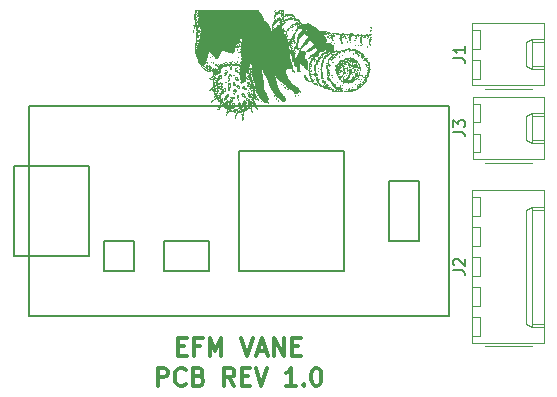
<source format=gto>
G04 #@! TF.GenerationSoftware,KiCad,Pcbnew,5.1.2*
G04 #@! TF.CreationDate,2019-05-29T15:55:21-05:00*
G04 #@! TF.ProjectId,VaneController,56616e65-436f-46e7-9472-6f6c6c65722e,rev?*
G04 #@! TF.SameCoordinates,Original*
G04 #@! TF.FileFunction,Legend,Top*
G04 #@! TF.FilePolarity,Positive*
%FSLAX46Y46*%
G04 Gerber Fmt 4.6, Leading zero omitted, Abs format (unit mm)*
G04 Created by KiCad (PCBNEW 5.1.2) date 2019-05-29 15:55:21*
%MOMM*%
%LPD*%
G04 APERTURE LIST*
%ADD10C,0.300000*%
%ADD11C,0.010000*%
%ADD12C,0.150000*%
%ADD13C,0.120000*%
G04 APERTURE END LIST*
D10*
X162057142Y-69417857D02*
X162557142Y-69417857D01*
X162771428Y-70203571D02*
X162057142Y-70203571D01*
X162057142Y-68703571D01*
X162771428Y-68703571D01*
X163914285Y-69417857D02*
X163414285Y-69417857D01*
X163414285Y-70203571D02*
X163414285Y-68703571D01*
X164128571Y-68703571D01*
X164700000Y-70203571D02*
X164700000Y-68703571D01*
X165200000Y-69775000D01*
X165700000Y-68703571D01*
X165700000Y-70203571D01*
X167342857Y-68703571D02*
X167842857Y-70203571D01*
X168342857Y-68703571D01*
X168771428Y-69775000D02*
X169485714Y-69775000D01*
X168628571Y-70203571D02*
X169128571Y-68703571D01*
X169628571Y-70203571D01*
X170128571Y-70203571D02*
X170128571Y-68703571D01*
X170985714Y-70203571D01*
X170985714Y-68703571D01*
X171700000Y-69417857D02*
X172200000Y-69417857D01*
X172414285Y-70203571D02*
X171700000Y-70203571D01*
X171700000Y-68703571D01*
X172414285Y-68703571D01*
X160307142Y-72753571D02*
X160307142Y-71253571D01*
X160878571Y-71253571D01*
X161021428Y-71325000D01*
X161092857Y-71396428D01*
X161164285Y-71539285D01*
X161164285Y-71753571D01*
X161092857Y-71896428D01*
X161021428Y-71967857D01*
X160878571Y-72039285D01*
X160307142Y-72039285D01*
X162664285Y-72610714D02*
X162592857Y-72682142D01*
X162378571Y-72753571D01*
X162235714Y-72753571D01*
X162021428Y-72682142D01*
X161878571Y-72539285D01*
X161807142Y-72396428D01*
X161735714Y-72110714D01*
X161735714Y-71896428D01*
X161807142Y-71610714D01*
X161878571Y-71467857D01*
X162021428Y-71325000D01*
X162235714Y-71253571D01*
X162378571Y-71253571D01*
X162592857Y-71325000D01*
X162664285Y-71396428D01*
X163807142Y-71967857D02*
X164021428Y-72039285D01*
X164092857Y-72110714D01*
X164164285Y-72253571D01*
X164164285Y-72467857D01*
X164092857Y-72610714D01*
X164021428Y-72682142D01*
X163878571Y-72753571D01*
X163307142Y-72753571D01*
X163307142Y-71253571D01*
X163807142Y-71253571D01*
X163950000Y-71325000D01*
X164021428Y-71396428D01*
X164092857Y-71539285D01*
X164092857Y-71682142D01*
X164021428Y-71825000D01*
X163950000Y-71896428D01*
X163807142Y-71967857D01*
X163307142Y-71967857D01*
X166807142Y-72753571D02*
X166307142Y-72039285D01*
X165950000Y-72753571D02*
X165950000Y-71253571D01*
X166521428Y-71253571D01*
X166664285Y-71325000D01*
X166735714Y-71396428D01*
X166807142Y-71539285D01*
X166807142Y-71753571D01*
X166735714Y-71896428D01*
X166664285Y-71967857D01*
X166521428Y-72039285D01*
X165950000Y-72039285D01*
X167450000Y-71967857D02*
X167950000Y-71967857D01*
X168164285Y-72753571D02*
X167450000Y-72753571D01*
X167450000Y-71253571D01*
X168164285Y-71253571D01*
X168592857Y-71253571D02*
X169092857Y-72753571D01*
X169592857Y-71253571D01*
X172021428Y-72753571D02*
X171164285Y-72753571D01*
X171592857Y-72753571D02*
X171592857Y-71253571D01*
X171450000Y-71467857D01*
X171307142Y-71610714D01*
X171164285Y-71682142D01*
X172664285Y-72610714D02*
X172735714Y-72682142D01*
X172664285Y-72753571D01*
X172592857Y-72682142D01*
X172664285Y-72610714D01*
X172664285Y-72753571D01*
X173664285Y-71253571D02*
X173807142Y-71253571D01*
X173950000Y-71325000D01*
X174021428Y-71396428D01*
X174092857Y-71539285D01*
X174164285Y-71825000D01*
X174164285Y-72182142D01*
X174092857Y-72467857D01*
X174021428Y-72610714D01*
X173950000Y-72682142D01*
X173807142Y-72753571D01*
X173664285Y-72753571D01*
X173521428Y-72682142D01*
X173450000Y-72610714D01*
X173378571Y-72467857D01*
X173307142Y-72182142D01*
X173307142Y-71825000D01*
X173378571Y-71539285D01*
X173450000Y-71396428D01*
X173521428Y-71325000D01*
X173664285Y-71253571D01*
D11*
G36*
X168158400Y-45434900D02*
G01*
X168171100Y-45422200D01*
X168183800Y-45434900D01*
X168171100Y-45447600D01*
X168158400Y-45434900D01*
X168158400Y-45434900D01*
G37*
X168158400Y-45434900D02*
X168171100Y-45422200D01*
X168183800Y-45434900D01*
X168171100Y-45447600D01*
X168158400Y-45434900D01*
G36*
X166820667Y-50036534D02*
G01*
X166817627Y-50006390D01*
X166820667Y-50002667D01*
X166835767Y-50006154D01*
X166837600Y-50019600D01*
X166828307Y-50040508D01*
X166820667Y-50036534D01*
X166820667Y-50036534D01*
G37*
X166820667Y-50036534D02*
X166817627Y-50006390D01*
X166820667Y-50002667D01*
X166835767Y-50006154D01*
X166837600Y-50019600D01*
X166828307Y-50040508D01*
X166820667Y-50036534D01*
G36*
X167478530Y-50191029D02*
G01*
X167466267Y-50120961D01*
X167462234Y-50093684D01*
X167455298Y-50018351D01*
X167463772Y-49982975D01*
X167478029Y-49977232D01*
X167498044Y-49994506D01*
X167504054Y-50050805D01*
X167501786Y-50101668D01*
X167494748Y-50181072D01*
X167487510Y-50210962D01*
X167478530Y-50191029D01*
X167478530Y-50191029D01*
G37*
X167478530Y-50191029D02*
X167466267Y-50120961D01*
X167462234Y-50093684D01*
X167455298Y-50018351D01*
X167463772Y-49982975D01*
X167478029Y-49977232D01*
X167498044Y-49994506D01*
X167504054Y-50050805D01*
X167501786Y-50101668D01*
X167494748Y-50181072D01*
X167487510Y-50210962D01*
X167478530Y-50191029D01*
G36*
X167430379Y-49924350D02*
G01*
X167427024Y-49872348D01*
X167430379Y-49860850D01*
X167439649Y-49857660D01*
X167443190Y-49892600D01*
X167439198Y-49928659D01*
X167430379Y-49924350D01*
X167430379Y-49924350D01*
G37*
X167430379Y-49924350D02*
X167427024Y-49872348D01*
X167430379Y-49860850D01*
X167439649Y-49857660D01*
X167443190Y-49892600D01*
X167439198Y-49928659D01*
X167430379Y-49924350D01*
G36*
X166076378Y-49829100D02*
G01*
X166089025Y-49787359D01*
X166101000Y-49765600D01*
X166121127Y-49745270D01*
X166125623Y-49752900D01*
X166112976Y-49794642D01*
X166101000Y-49816400D01*
X166080874Y-49836731D01*
X166076378Y-49829100D01*
X166076378Y-49829100D01*
G37*
X166076378Y-49829100D02*
X166089025Y-49787359D01*
X166101000Y-49765600D01*
X166121127Y-49745270D01*
X166125623Y-49752900D01*
X166112976Y-49794642D01*
X166101000Y-49816400D01*
X166080874Y-49836731D01*
X166076378Y-49829100D01*
G36*
X166837813Y-49910642D02*
G01*
X166837600Y-49884375D01*
X166845055Y-49837526D01*
X166863000Y-49829100D01*
X166884977Y-49823627D01*
X166888400Y-49806699D01*
X166903304Y-49762814D01*
X166913800Y-49752900D01*
X166937510Y-49747425D01*
X166939200Y-49751494D01*
X166928236Y-49780794D01*
X166900756Y-49837084D01*
X166888400Y-49860566D01*
X166856622Y-49918021D01*
X166841969Y-49933678D01*
X166837813Y-49910642D01*
X166837813Y-49910642D01*
G37*
X166837813Y-49910642D02*
X166837600Y-49884375D01*
X166845055Y-49837526D01*
X166863000Y-49829100D01*
X166884977Y-49823627D01*
X166888400Y-49806699D01*
X166903304Y-49762814D01*
X166913800Y-49752900D01*
X166937510Y-49747425D01*
X166939200Y-49751494D01*
X166928236Y-49780794D01*
X166900756Y-49837084D01*
X166888400Y-49860566D01*
X166856622Y-49918021D01*
X166841969Y-49933678D01*
X166837813Y-49910642D01*
G36*
X167396400Y-49727500D02*
G01*
X167409100Y-49714800D01*
X167421800Y-49727500D01*
X167409100Y-49740200D01*
X167396400Y-49727500D01*
X167396400Y-49727500D01*
G37*
X167396400Y-49727500D02*
X167409100Y-49714800D01*
X167421800Y-49727500D01*
X167409100Y-49740200D01*
X167396400Y-49727500D01*
G36*
X166939200Y-49702100D02*
G01*
X166951900Y-49689400D01*
X166964600Y-49702100D01*
X166951900Y-49714800D01*
X166939200Y-49702100D01*
X166939200Y-49702100D01*
G37*
X166939200Y-49702100D02*
X166951900Y-49689400D01*
X166964600Y-49702100D01*
X166951900Y-49714800D01*
X166939200Y-49702100D01*
G36*
X166134867Y-49630134D02*
G01*
X166131827Y-49599990D01*
X166134867Y-49596267D01*
X166149967Y-49599754D01*
X166151800Y-49613200D01*
X166142507Y-49634108D01*
X166134867Y-49630134D01*
X166134867Y-49630134D01*
G37*
X166134867Y-49630134D02*
X166131827Y-49599990D01*
X166134867Y-49596267D01*
X166149967Y-49599754D01*
X166151800Y-49613200D01*
X166142507Y-49634108D01*
X166134867Y-49630134D01*
G36*
X166177284Y-49668905D02*
G01*
X166177200Y-49667041D01*
X166193746Y-49624089D01*
X166215300Y-49596872D01*
X166244743Y-49574990D01*
X166252593Y-49579636D01*
X166240645Y-49612428D01*
X166215473Y-49648251D01*
X166190034Y-49672084D01*
X166177284Y-49668905D01*
X166177284Y-49668905D01*
G37*
X166177284Y-49668905D02*
X166177200Y-49667041D01*
X166193746Y-49624089D01*
X166215300Y-49596872D01*
X166244743Y-49574990D01*
X166252593Y-49579636D01*
X166240645Y-49612428D01*
X166215473Y-49648251D01*
X166190034Y-49672084D01*
X166177284Y-49668905D01*
G36*
X166736739Y-49466872D02*
G01*
X166736000Y-49460800D01*
X166755329Y-49436139D01*
X166761400Y-49435400D01*
X166786062Y-49454729D01*
X166786800Y-49460800D01*
X166767472Y-49485462D01*
X166761400Y-49486200D01*
X166736739Y-49466872D01*
X166736739Y-49466872D01*
G37*
X166736739Y-49466872D02*
X166736000Y-49460800D01*
X166755329Y-49436139D01*
X166761400Y-49435400D01*
X166786062Y-49454729D01*
X166786800Y-49460800D01*
X166767472Y-49485462D01*
X166761400Y-49486200D01*
X166736739Y-49466872D01*
G36*
X167127666Y-49474253D02*
G01*
X167129700Y-49460800D01*
X167151427Y-49436596D01*
X167155100Y-49435400D01*
X167175295Y-49453116D01*
X167180500Y-49460800D01*
X167174469Y-49482319D01*
X167155100Y-49486200D01*
X167127666Y-49474253D01*
X167127666Y-49474253D01*
G37*
X167127666Y-49474253D02*
X167129700Y-49460800D01*
X167151427Y-49436596D01*
X167155100Y-49435400D01*
X167175295Y-49453116D01*
X167180500Y-49460800D01*
X167174469Y-49482319D01*
X167155100Y-49486200D01*
X167127666Y-49474253D01*
G36*
X166799344Y-49562148D02*
G01*
X166763203Y-49539983D01*
X166740851Y-49536859D01*
X166666052Y-49526459D01*
X166576348Y-49501109D01*
X166498182Y-49469003D01*
X166472771Y-49453779D01*
X166442873Y-49428672D01*
X166457424Y-49421284D01*
X166479992Y-49420886D01*
X166525345Y-49429514D01*
X166539036Y-49441408D01*
X166568800Y-49461784D01*
X166633836Y-49479035D01*
X166718618Y-49489907D01*
X166780504Y-49491989D01*
X166851210Y-49498157D01*
X166873924Y-49518974D01*
X166849543Y-49555273D01*
X166848977Y-49555798D01*
X166812599Y-49572129D01*
X166799344Y-49562148D01*
X166799344Y-49562148D01*
G37*
X166799344Y-49562148D02*
X166763203Y-49539983D01*
X166740851Y-49536859D01*
X166666052Y-49526459D01*
X166576348Y-49501109D01*
X166498182Y-49469003D01*
X166472771Y-49453779D01*
X166442873Y-49428672D01*
X166457424Y-49421284D01*
X166479992Y-49420886D01*
X166525345Y-49429514D01*
X166539036Y-49441408D01*
X166568800Y-49461784D01*
X166633836Y-49479035D01*
X166718618Y-49489907D01*
X166780504Y-49491989D01*
X166851210Y-49498157D01*
X166873924Y-49518974D01*
X166849543Y-49555273D01*
X166848977Y-49555798D01*
X166812599Y-49572129D01*
X166799344Y-49562148D01*
G36*
X167404867Y-49452334D02*
G01*
X167401827Y-49422190D01*
X167404867Y-49418467D01*
X167419967Y-49421954D01*
X167421800Y-49435400D01*
X167412507Y-49456308D01*
X167404867Y-49452334D01*
X167404867Y-49452334D01*
G37*
X167404867Y-49452334D02*
X167401827Y-49422190D01*
X167404867Y-49418467D01*
X167419967Y-49421954D01*
X167421800Y-49435400D01*
X167412507Y-49456308D01*
X167404867Y-49452334D01*
G36*
X166659800Y-49397300D02*
G01*
X166672500Y-49384600D01*
X166685200Y-49397300D01*
X166672500Y-49410000D01*
X166659800Y-49397300D01*
X166659800Y-49397300D01*
G37*
X166659800Y-49397300D02*
X166672500Y-49384600D01*
X166685200Y-49397300D01*
X166672500Y-49410000D01*
X166659800Y-49397300D01*
G36*
X168277576Y-49540240D02*
G01*
X168242645Y-49498124D01*
X168234600Y-49472507D01*
X168214856Y-49435175D01*
X168204102Y-49429468D01*
X168186792Y-49415269D01*
X168204149Y-49400422D01*
X168235289Y-49406010D01*
X168260811Y-49450232D01*
X168285705Y-49510386D01*
X168303739Y-49547010D01*
X168301448Y-49556112D01*
X168277576Y-49540240D01*
X168277576Y-49540240D01*
G37*
X168277576Y-49540240D02*
X168242645Y-49498124D01*
X168234600Y-49472507D01*
X168214856Y-49435175D01*
X168204102Y-49429468D01*
X168186792Y-49415269D01*
X168204149Y-49400422D01*
X168235289Y-49406010D01*
X168260811Y-49450232D01*
X168285705Y-49510386D01*
X168303739Y-49547010D01*
X168301448Y-49556112D01*
X168277576Y-49540240D01*
G36*
X167599600Y-49321100D02*
G01*
X167612300Y-49308400D01*
X167625000Y-49321100D01*
X167612300Y-49333800D01*
X167599600Y-49321100D01*
X167599600Y-49321100D01*
G37*
X167599600Y-49321100D02*
X167612300Y-49308400D01*
X167625000Y-49321100D01*
X167612300Y-49333800D01*
X167599600Y-49321100D01*
G36*
X168209200Y-49321100D02*
G01*
X168221900Y-49308400D01*
X168234600Y-49321100D01*
X168221900Y-49333800D01*
X168209200Y-49321100D01*
X168209200Y-49321100D01*
G37*
X168209200Y-49321100D02*
X168221900Y-49308400D01*
X168234600Y-49321100D01*
X168221900Y-49333800D01*
X168209200Y-49321100D01*
G36*
X166744049Y-49338563D02*
G01*
X166741021Y-49298866D01*
X166746055Y-49289880D01*
X166757599Y-49297455D01*
X166759395Y-49323217D01*
X166753192Y-49350320D01*
X166744049Y-49338563D01*
X166744049Y-49338563D01*
G37*
X166744049Y-49338563D02*
X166741021Y-49298866D01*
X166746055Y-49289880D01*
X166757599Y-49297455D01*
X166759395Y-49323217D01*
X166753192Y-49350320D01*
X166744049Y-49338563D01*
G36*
X167252467Y-49325334D02*
G01*
X167249427Y-49295190D01*
X167252467Y-49291467D01*
X167267567Y-49294954D01*
X167269400Y-49308400D01*
X167260107Y-49329308D01*
X167252467Y-49325334D01*
X167252467Y-49325334D01*
G37*
X167252467Y-49325334D02*
X167249427Y-49295190D01*
X167252467Y-49291467D01*
X167267567Y-49294954D01*
X167269400Y-49308400D01*
X167260107Y-49329308D01*
X167252467Y-49325334D01*
G36*
X166975953Y-49632240D02*
G01*
X166976623Y-49629891D01*
X167001468Y-49537363D01*
X167009799Y-49484335D01*
X167002516Y-49462586D01*
X166995132Y-49460800D01*
X166980408Y-49440472D01*
X166983612Y-49406288D01*
X166987416Y-49368218D01*
X166961444Y-49359963D01*
X166930212Y-49364708D01*
X166884709Y-49368108D01*
X166883227Y-49351414D01*
X166884768Y-49349371D01*
X166912241Y-49305729D01*
X166916740Y-49295700D01*
X166938436Y-49294321D01*
X166979075Y-49323906D01*
X166986825Y-49331481D01*
X167029072Y-49391750D01*
X167047141Y-49452095D01*
X167047150Y-49453189D01*
X167051794Y-49494083D01*
X167060688Y-49500179D01*
X167088688Y-49501747D01*
X167105486Y-49512584D01*
X167156370Y-49525847D01*
X167247523Y-49512985D01*
X167329859Y-49494792D01*
X167374398Y-49488947D01*
X167392716Y-49495856D01*
X167396392Y-49515924D01*
X167396400Y-49518196D01*
X167374437Y-49541842D01*
X167326550Y-49551165D01*
X167196770Y-49554074D01*
X167108327Y-49559813D01*
X167051768Y-49570320D01*
X167017639Y-49587534D01*
X166996484Y-49613395D01*
X166993096Y-49619550D01*
X166975069Y-49648457D01*
X166975953Y-49632240D01*
X166975953Y-49632240D01*
G37*
X166975953Y-49632240D02*
X166976623Y-49629891D01*
X167001468Y-49537363D01*
X167009799Y-49484335D01*
X167002516Y-49462586D01*
X166995132Y-49460800D01*
X166980408Y-49440472D01*
X166983612Y-49406288D01*
X166987416Y-49368218D01*
X166961444Y-49359963D01*
X166930212Y-49364708D01*
X166884709Y-49368108D01*
X166883227Y-49351414D01*
X166884768Y-49349371D01*
X166912241Y-49305729D01*
X166916740Y-49295700D01*
X166938436Y-49294321D01*
X166979075Y-49323906D01*
X166986825Y-49331481D01*
X167029072Y-49391750D01*
X167047141Y-49452095D01*
X167047150Y-49453189D01*
X167051794Y-49494083D01*
X167060688Y-49500179D01*
X167088688Y-49501747D01*
X167105486Y-49512584D01*
X167156370Y-49525847D01*
X167247523Y-49512985D01*
X167329859Y-49494792D01*
X167374398Y-49488947D01*
X167392716Y-49495856D01*
X167396392Y-49515924D01*
X167396400Y-49518196D01*
X167374437Y-49541842D01*
X167326550Y-49551165D01*
X167196770Y-49554074D01*
X167108327Y-49559813D01*
X167051768Y-49570320D01*
X167017639Y-49587534D01*
X166996484Y-49613395D01*
X166993096Y-49619550D01*
X166975069Y-49648457D01*
X166975953Y-49632240D01*
G36*
X167633467Y-49249134D02*
G01*
X167636954Y-49234034D01*
X167650400Y-49232200D01*
X167671308Y-49241494D01*
X167667334Y-49249134D01*
X167637190Y-49252174D01*
X167633467Y-49249134D01*
X167633467Y-49249134D01*
G37*
X167633467Y-49249134D02*
X167636954Y-49234034D01*
X167650400Y-49232200D01*
X167671308Y-49241494D01*
X167667334Y-49249134D01*
X167637190Y-49252174D01*
X167633467Y-49249134D01*
G36*
X167303267Y-49249134D02*
G01*
X167300227Y-49218990D01*
X167303267Y-49215267D01*
X167318367Y-49218754D01*
X167320200Y-49232200D01*
X167310907Y-49253108D01*
X167303267Y-49249134D01*
X167303267Y-49249134D01*
G37*
X167303267Y-49249134D02*
X167300227Y-49218990D01*
X167303267Y-49215267D01*
X167318367Y-49218754D01*
X167320200Y-49232200D01*
X167310907Y-49253108D01*
X167303267Y-49249134D01*
G36*
X168191849Y-49262363D02*
G01*
X168188821Y-49222666D01*
X168193855Y-49213680D01*
X168205399Y-49221255D01*
X168207195Y-49247017D01*
X168200992Y-49274120D01*
X168191849Y-49262363D01*
X168191849Y-49262363D01*
G37*
X168191849Y-49262363D02*
X168188821Y-49222666D01*
X168193855Y-49213680D01*
X168205399Y-49221255D01*
X168207195Y-49247017D01*
X168200992Y-49274120D01*
X168191849Y-49262363D01*
G36*
X166151800Y-49194100D02*
G01*
X166164500Y-49181400D01*
X166177200Y-49194100D01*
X166164500Y-49206800D01*
X166151800Y-49194100D01*
X166151800Y-49194100D01*
G37*
X166151800Y-49194100D02*
X166164500Y-49181400D01*
X166177200Y-49194100D01*
X166164500Y-49206800D01*
X166151800Y-49194100D01*
G36*
X166292771Y-49502268D02*
G01*
X166320267Y-49449431D01*
X166338641Y-49420842D01*
X166383019Y-49337423D01*
X166390506Y-49265749D01*
X166388524Y-49253767D01*
X166382578Y-49197536D01*
X166391038Y-49183258D01*
X166407778Y-49214684D01*
X166414620Y-49237785D01*
X166420360Y-49297798D01*
X166412585Y-49359135D01*
X166395123Y-49401752D01*
X166381724Y-49410000D01*
X166359031Y-49430497D01*
X166332727Y-49476783D01*
X166307087Y-49519875D01*
X166288292Y-49529558D01*
X166292771Y-49502268D01*
X166292771Y-49502268D01*
G37*
X166292771Y-49502268D02*
X166320267Y-49449431D01*
X166338641Y-49420842D01*
X166383019Y-49337423D01*
X166390506Y-49265749D01*
X166388524Y-49253767D01*
X166382578Y-49197536D01*
X166391038Y-49183258D01*
X166407778Y-49214684D01*
X166414620Y-49237785D01*
X166420360Y-49297798D01*
X166412585Y-49359135D01*
X166395123Y-49401752D01*
X166381724Y-49410000D01*
X166359031Y-49430497D01*
X166332727Y-49476783D01*
X166307087Y-49519875D01*
X166288292Y-49529558D01*
X166292771Y-49502268D01*
G36*
X167574200Y-49168700D02*
G01*
X167586900Y-49156000D01*
X167599600Y-49168700D01*
X167586900Y-49181400D01*
X167574200Y-49168700D01*
X167574200Y-49168700D01*
G37*
X167574200Y-49168700D02*
X167586900Y-49156000D01*
X167599600Y-49168700D01*
X167586900Y-49181400D01*
X167574200Y-49168700D01*
G36*
X165448569Y-49164993D02*
G01*
X165453300Y-49156000D01*
X165477233Y-49131743D01*
X165481699Y-49130600D01*
X165483432Y-49147008D01*
X165478700Y-49156000D01*
X165454768Y-49180258D01*
X165450302Y-49181400D01*
X165448569Y-49164993D01*
X165448569Y-49164993D01*
G37*
X165448569Y-49164993D02*
X165453300Y-49156000D01*
X165477233Y-49131743D01*
X165481699Y-49130600D01*
X165483432Y-49147008D01*
X165478700Y-49156000D01*
X165454768Y-49180258D01*
X165450302Y-49181400D01*
X165448569Y-49164993D01*
G36*
X166177200Y-49143300D02*
G01*
X166189900Y-49130600D01*
X166202600Y-49143300D01*
X166189900Y-49156000D01*
X166177200Y-49143300D01*
X166177200Y-49143300D01*
G37*
X166177200Y-49143300D02*
X166189900Y-49130600D01*
X166202600Y-49143300D01*
X166189900Y-49156000D01*
X166177200Y-49143300D01*
G36*
X166126400Y-49117900D02*
G01*
X166139100Y-49105200D01*
X166151800Y-49117900D01*
X166139100Y-49130600D01*
X166126400Y-49117900D01*
X166126400Y-49117900D01*
G37*
X166126400Y-49117900D02*
X166139100Y-49105200D01*
X166151800Y-49117900D01*
X166139100Y-49130600D01*
X166126400Y-49117900D01*
G36*
X166488007Y-49169786D02*
G01*
X166488530Y-49162030D01*
X166494801Y-49114228D01*
X166506215Y-49110537D01*
X166516925Y-49125463D01*
X166516276Y-49161849D01*
X166506849Y-49182293D01*
X166490667Y-49199069D01*
X166488007Y-49169786D01*
X166488007Y-49169786D01*
G37*
X166488007Y-49169786D02*
X166488530Y-49162030D01*
X166494801Y-49114228D01*
X166506215Y-49110537D01*
X166516925Y-49125463D01*
X166516276Y-49161849D01*
X166506849Y-49182293D01*
X166490667Y-49199069D01*
X166488007Y-49169786D01*
G36*
X167447200Y-49117900D02*
G01*
X167459900Y-49105200D01*
X167472600Y-49117900D01*
X167459900Y-49130600D01*
X167447200Y-49117900D01*
X167447200Y-49117900D01*
G37*
X167447200Y-49117900D02*
X167459900Y-49105200D01*
X167472600Y-49117900D01*
X167459900Y-49130600D01*
X167447200Y-49117900D01*
G36*
X167091600Y-49092500D02*
G01*
X167104300Y-49079800D01*
X167117000Y-49092500D01*
X167104300Y-49105200D01*
X167091600Y-49092500D01*
X167091600Y-49092500D01*
G37*
X167091600Y-49092500D02*
X167104300Y-49079800D01*
X167117000Y-49092500D01*
X167104300Y-49105200D01*
X167091600Y-49092500D01*
G36*
X165364400Y-49334901D02*
G01*
X165385382Y-49305837D01*
X165424091Y-49284449D01*
X165477024Y-49248311D01*
X165530130Y-49188722D01*
X165537963Y-49177127D01*
X165571578Y-49129729D01*
X165590835Y-49112444D01*
X165592573Y-49115487D01*
X165609156Y-49117913D01*
X165648620Y-49092003D01*
X165650150Y-49090732D01*
X165665000Y-49081762D01*
X165648389Y-49104627D01*
X165605700Y-49152423D01*
X165527747Y-49231246D01*
X165457436Y-49293169D01*
X165402295Y-49332499D01*
X165369852Y-49343543D01*
X165364400Y-49334901D01*
X165364400Y-49334901D01*
G37*
X165364400Y-49334901D02*
X165385382Y-49305837D01*
X165424091Y-49284449D01*
X165477024Y-49248311D01*
X165530130Y-49188722D01*
X165537963Y-49177127D01*
X165571578Y-49129729D01*
X165590835Y-49112444D01*
X165592573Y-49115487D01*
X165609156Y-49117913D01*
X165648620Y-49092003D01*
X165650150Y-49090732D01*
X165665000Y-49081762D01*
X165648389Y-49104627D01*
X165605700Y-49152423D01*
X165527747Y-49231246D01*
X165457436Y-49293169D01*
X165402295Y-49332499D01*
X165369852Y-49343543D01*
X165364400Y-49334901D01*
G36*
X166405800Y-49067100D02*
G01*
X166418500Y-49054400D01*
X166431200Y-49067100D01*
X166418500Y-49079800D01*
X166405800Y-49067100D01*
X166405800Y-49067100D01*
G37*
X166405800Y-49067100D02*
X166418500Y-49054400D01*
X166431200Y-49067100D01*
X166418500Y-49079800D01*
X166405800Y-49067100D01*
G36*
X168166449Y-49109963D02*
G01*
X168163421Y-49070266D01*
X168168455Y-49061280D01*
X168179999Y-49068855D01*
X168181795Y-49094617D01*
X168175592Y-49121720D01*
X168166449Y-49109963D01*
X168166449Y-49109963D01*
G37*
X168166449Y-49109963D02*
X168163421Y-49070266D01*
X168168455Y-49061280D01*
X168179999Y-49068855D01*
X168181795Y-49094617D01*
X168175592Y-49121720D01*
X168166449Y-49109963D01*
G36*
X166177200Y-49041700D02*
G01*
X166189900Y-49029000D01*
X166202600Y-49041700D01*
X166189900Y-49054400D01*
X166177200Y-49041700D01*
X166177200Y-49041700D01*
G37*
X166177200Y-49041700D02*
X166189900Y-49029000D01*
X166202600Y-49041700D01*
X166189900Y-49054400D01*
X166177200Y-49041700D01*
G36*
X168648644Y-49254755D02*
G01*
X168605807Y-49185493D01*
X168587967Y-49151622D01*
X168562209Y-49094772D01*
X168555415Y-49065272D01*
X168560760Y-49064603D01*
X168589912Y-49060665D01*
X168595838Y-49050187D01*
X168610051Y-49049496D01*
X168631588Y-49087428D01*
X168634405Y-49094478D01*
X168638087Y-49105200D01*
X168615600Y-49105200D01*
X168606307Y-49084293D01*
X168598667Y-49088267D01*
X168595627Y-49118411D01*
X168598667Y-49122134D01*
X168613767Y-49118647D01*
X168615600Y-49105200D01*
X168638087Y-49105200D01*
X168669241Y-49195915D01*
X168682081Y-49257851D01*
X168674642Y-49278169D01*
X168648644Y-49254755D01*
X168648644Y-49254755D01*
G37*
X168648644Y-49254755D02*
X168605807Y-49185493D01*
X168587967Y-49151622D01*
X168562209Y-49094772D01*
X168555415Y-49065272D01*
X168560760Y-49064603D01*
X168589912Y-49060665D01*
X168595838Y-49050187D01*
X168610051Y-49049496D01*
X168631588Y-49087428D01*
X168634405Y-49094478D01*
X168638087Y-49105200D01*
X168615600Y-49105200D01*
X168606307Y-49084293D01*
X168598667Y-49088267D01*
X168595627Y-49118411D01*
X168598667Y-49122134D01*
X168613767Y-49118647D01*
X168615600Y-49105200D01*
X168638087Y-49105200D01*
X168669241Y-49195915D01*
X168682081Y-49257851D01*
X168674642Y-49278169D01*
X168648644Y-49254755D01*
G36*
X165720000Y-49016300D02*
G01*
X165732700Y-49003600D01*
X165745400Y-49016300D01*
X165732700Y-49029000D01*
X165720000Y-49016300D01*
X165720000Y-49016300D01*
G37*
X165720000Y-49016300D02*
X165732700Y-49003600D01*
X165745400Y-49016300D01*
X165732700Y-49029000D01*
X165720000Y-49016300D01*
G36*
X166006984Y-49071332D02*
G01*
X166018609Y-49062926D01*
X166039217Y-49037953D01*
X166036160Y-49026831D01*
X166031061Y-49004618D01*
X166054039Y-49016127D01*
X166058667Y-49020534D01*
X166074929Y-49057208D01*
X166047024Y-49077118D01*
X166031150Y-49077795D01*
X166006984Y-49071332D01*
X166006984Y-49071332D01*
G37*
X166006984Y-49071332D02*
X166018609Y-49062926D01*
X166039217Y-49037953D01*
X166036160Y-49026831D01*
X166031061Y-49004618D01*
X166054039Y-49016127D01*
X166058667Y-49020534D01*
X166074929Y-49057208D01*
X166047024Y-49077118D01*
X166031150Y-49077795D01*
X166006984Y-49071332D01*
G36*
X166228000Y-49016300D02*
G01*
X166240700Y-49003600D01*
X166253400Y-49016300D01*
X166240700Y-49029000D01*
X166228000Y-49016300D01*
X166228000Y-49016300D01*
G37*
X166228000Y-49016300D02*
X166240700Y-49003600D01*
X166253400Y-49016300D01*
X166240700Y-49029000D01*
X166228000Y-49016300D01*
G36*
X166786800Y-49016300D02*
G01*
X166799500Y-49003600D01*
X166812200Y-49016300D01*
X166799500Y-49029000D01*
X166786800Y-49016300D01*
X166786800Y-49016300D01*
G37*
X166786800Y-49016300D02*
X166799500Y-49003600D01*
X166812200Y-49016300D01*
X166799500Y-49029000D01*
X166786800Y-49016300D01*
G36*
X167066200Y-49016300D02*
G01*
X167078900Y-49003600D01*
X167091600Y-49016300D01*
X167078900Y-49029000D01*
X167066200Y-49016300D01*
X167066200Y-49016300D01*
G37*
X167066200Y-49016300D02*
X167078900Y-49003600D01*
X167091600Y-49016300D01*
X167078900Y-49029000D01*
X167066200Y-49016300D01*
G36*
X167836667Y-49020534D02*
G01*
X167840154Y-49005434D01*
X167853600Y-49003600D01*
X167874508Y-49012894D01*
X167870534Y-49020534D01*
X167840390Y-49023574D01*
X167836667Y-49020534D01*
X167836667Y-49020534D01*
G37*
X167836667Y-49020534D02*
X167840154Y-49005434D01*
X167853600Y-49003600D01*
X167874508Y-49012894D01*
X167870534Y-49020534D01*
X167840390Y-49023574D01*
X167836667Y-49020534D01*
G36*
X168488600Y-49016300D02*
G01*
X168501300Y-49003600D01*
X168514000Y-49016300D01*
X168501300Y-49029000D01*
X168488600Y-49016300D01*
X168488600Y-49016300D01*
G37*
X168488600Y-49016300D02*
X168501300Y-49003600D01*
X168514000Y-49016300D01*
X168501300Y-49029000D01*
X168488600Y-49016300D01*
G36*
X165542200Y-48990900D02*
G01*
X165554900Y-48978200D01*
X165567600Y-48990900D01*
X165554900Y-49003600D01*
X165542200Y-48990900D01*
X165542200Y-48990900D01*
G37*
X165542200Y-48990900D02*
X165554900Y-48978200D01*
X165567600Y-48990900D01*
X165554900Y-49003600D01*
X165542200Y-48990900D01*
G36*
X167176267Y-49020534D02*
G01*
X167173227Y-48990390D01*
X167176267Y-48986667D01*
X167191367Y-48990154D01*
X167193200Y-49003600D01*
X167183907Y-49024508D01*
X167176267Y-49020534D01*
X167176267Y-49020534D01*
G37*
X167176267Y-49020534D02*
X167173227Y-48990390D01*
X167176267Y-48986667D01*
X167191367Y-48990154D01*
X167193200Y-49003600D01*
X167183907Y-49024508D01*
X167176267Y-49020534D01*
G36*
X167531867Y-48995134D02*
G01*
X167535354Y-48980034D01*
X167548800Y-48978200D01*
X167569708Y-48987494D01*
X167565734Y-48995134D01*
X167535590Y-48998174D01*
X167531867Y-48995134D01*
X167531867Y-48995134D01*
G37*
X167531867Y-48995134D02*
X167535354Y-48980034D01*
X167548800Y-48978200D01*
X167569708Y-48987494D01*
X167565734Y-48995134D01*
X167535590Y-48998174D01*
X167531867Y-48995134D01*
G36*
X167645744Y-49034504D02*
G01*
X167626337Y-49002173D01*
X167628810Y-48991324D01*
X167655348Y-48992110D01*
X167658867Y-48995134D01*
X167675614Y-49034237D01*
X167675800Y-49038314D01*
X167662914Y-49047758D01*
X167645744Y-49034504D01*
X167645744Y-49034504D01*
G37*
X167645744Y-49034504D02*
X167626337Y-49002173D01*
X167628810Y-48991324D01*
X167655348Y-48992110D01*
X167658867Y-48995134D01*
X167675614Y-49034237D01*
X167675800Y-49038314D01*
X167662914Y-49047758D01*
X167645744Y-49034504D01*
G36*
X168564800Y-48990900D02*
G01*
X168577500Y-48978200D01*
X168590200Y-48990900D01*
X168577500Y-49003600D01*
X168564800Y-48990900D01*
X168564800Y-48990900D01*
G37*
X168564800Y-48990900D02*
X168577500Y-48978200D01*
X168590200Y-48990900D01*
X168577500Y-49003600D01*
X168564800Y-48990900D01*
G36*
X165999400Y-48965500D02*
G01*
X166012100Y-48952800D01*
X166024800Y-48965500D01*
X166012100Y-48978200D01*
X165999400Y-48965500D01*
X165999400Y-48965500D01*
G37*
X165999400Y-48965500D02*
X166012100Y-48952800D01*
X166024800Y-48965500D01*
X166012100Y-48978200D01*
X165999400Y-48965500D01*
G36*
X166990000Y-48965500D02*
G01*
X167002700Y-48952800D01*
X167015400Y-48965500D01*
X167002700Y-48978200D01*
X166990000Y-48965500D01*
X166990000Y-48965500D01*
G37*
X166990000Y-48965500D02*
X167002700Y-48952800D01*
X167015400Y-48965500D01*
X167002700Y-48978200D01*
X166990000Y-48965500D01*
G36*
X167514834Y-49764294D02*
G01*
X167521127Y-49697206D01*
X167534117Y-49629945D01*
X167555272Y-49510090D01*
X167552423Y-49431860D01*
X167524993Y-49391803D01*
X167493224Y-49384600D01*
X167443214Y-49370274D01*
X167395051Y-49337692D01*
X167371189Y-49302447D01*
X167371000Y-49299721D01*
X167391098Y-49299228D01*
X167438444Y-49312188D01*
X167493617Y-49331986D01*
X167537199Y-49352008D01*
X167548800Y-49360277D01*
X167583627Y-49374748D01*
X167635974Y-49378556D01*
X167682800Y-49372135D01*
X167701200Y-49357417D01*
X167716235Y-49341585D01*
X167723615Y-49344655D01*
X167757112Y-49338649D01*
X167814720Y-49303887D01*
X167885107Y-49248009D01*
X167932604Y-49203728D01*
X167963856Y-49138668D01*
X167966746Y-49070565D01*
X167967745Y-49006330D01*
X167979625Y-48966999D01*
X167982724Y-48964188D01*
X168006711Y-48956019D01*
X168008327Y-48957651D01*
X168012959Y-48985468D01*
X168021298Y-49043527D01*
X168022792Y-49054400D01*
X168041822Y-49133065D01*
X168070774Y-49198790D01*
X168071265Y-49199557D01*
X168101736Y-49253267D01*
X168104152Y-49272459D01*
X168079922Y-49253086D01*
X168060503Y-49230465D01*
X168013405Y-49172302D01*
X167920128Y-49265579D01*
X167843462Y-49332467D01*
X167760112Y-49391194D01*
X167730577Y-49407972D01*
X167647221Y-49457199D01*
X167597184Y-49510121D01*
X167569835Y-49583092D01*
X167556150Y-49676330D01*
X167545025Y-49749448D01*
X167531265Y-49792867D01*
X167520605Y-49798365D01*
X167514834Y-49764294D01*
X167514834Y-49764294D01*
G37*
X167514834Y-49764294D02*
X167521127Y-49697206D01*
X167534117Y-49629945D01*
X167555272Y-49510090D01*
X167552423Y-49431860D01*
X167524993Y-49391803D01*
X167493224Y-49384600D01*
X167443214Y-49370274D01*
X167395051Y-49337692D01*
X167371189Y-49302447D01*
X167371000Y-49299721D01*
X167391098Y-49299228D01*
X167438444Y-49312188D01*
X167493617Y-49331986D01*
X167537199Y-49352008D01*
X167548800Y-49360277D01*
X167583627Y-49374748D01*
X167635974Y-49378556D01*
X167682800Y-49372135D01*
X167701200Y-49357417D01*
X167716235Y-49341585D01*
X167723615Y-49344655D01*
X167757112Y-49338649D01*
X167814720Y-49303887D01*
X167885107Y-49248009D01*
X167932604Y-49203728D01*
X167963856Y-49138668D01*
X167966746Y-49070565D01*
X167967745Y-49006330D01*
X167979625Y-48966999D01*
X167982724Y-48964188D01*
X168006711Y-48956019D01*
X168008327Y-48957651D01*
X168012959Y-48985468D01*
X168021298Y-49043527D01*
X168022792Y-49054400D01*
X168041822Y-49133065D01*
X168070774Y-49198790D01*
X168071265Y-49199557D01*
X168101736Y-49253267D01*
X168104152Y-49272459D01*
X168079922Y-49253086D01*
X168060503Y-49230465D01*
X168013405Y-49172302D01*
X167920128Y-49265579D01*
X167843462Y-49332467D01*
X167760112Y-49391194D01*
X167730577Y-49407972D01*
X167647221Y-49457199D01*
X167597184Y-49510121D01*
X167569835Y-49583092D01*
X167556150Y-49676330D01*
X167545025Y-49749448D01*
X167531265Y-49792867D01*
X167520605Y-49798365D01*
X167514834Y-49764294D01*
G36*
X167472600Y-48940100D02*
G01*
X167485300Y-48927400D01*
X167498000Y-48940100D01*
X167485300Y-48952800D01*
X167472600Y-48940100D01*
X167472600Y-48940100D01*
G37*
X167472600Y-48940100D02*
X167485300Y-48927400D01*
X167498000Y-48940100D01*
X167485300Y-48952800D01*
X167472600Y-48940100D01*
G36*
X165923200Y-48914700D02*
G01*
X165935900Y-48902000D01*
X165948600Y-48914700D01*
X165935900Y-48927400D01*
X165923200Y-48914700D01*
X165923200Y-48914700D01*
G37*
X165923200Y-48914700D02*
X165935900Y-48902000D01*
X165948600Y-48914700D01*
X165935900Y-48927400D01*
X165923200Y-48914700D01*
G36*
X166079525Y-48942526D02*
G01*
X166052471Y-48918915D01*
X166050200Y-48913201D01*
X166062255Y-48902762D01*
X166087351Y-48926154D01*
X166090726Y-48931325D01*
X166093720Y-48948706D01*
X166079525Y-48942526D01*
X166079525Y-48942526D01*
G37*
X166079525Y-48942526D02*
X166052471Y-48918915D01*
X166050200Y-48913201D01*
X166062255Y-48902762D01*
X166087351Y-48926154D01*
X166090726Y-48931325D01*
X166093720Y-48948706D01*
X166079525Y-48942526D01*
G36*
X166152834Y-48934362D02*
G01*
X166151800Y-48927400D01*
X166160467Y-48902661D01*
X166163001Y-48902000D01*
X166184687Y-48919799D01*
X166189900Y-48927400D01*
X166187887Y-48950806D01*
X166178700Y-48952800D01*
X166152834Y-48934362D01*
X166152834Y-48934362D01*
G37*
X166152834Y-48934362D02*
X166151800Y-48927400D01*
X166160467Y-48902661D01*
X166163001Y-48902000D01*
X166184687Y-48919799D01*
X166189900Y-48927400D01*
X166187887Y-48950806D01*
X166178700Y-48952800D01*
X166152834Y-48934362D01*
G36*
X166355000Y-48914700D02*
G01*
X166367700Y-48902000D01*
X166380400Y-48914700D01*
X166367700Y-48927400D01*
X166355000Y-48914700D01*
X166355000Y-48914700D01*
G37*
X166355000Y-48914700D02*
X166367700Y-48902000D01*
X166380400Y-48914700D01*
X166367700Y-48927400D01*
X166355000Y-48914700D01*
G36*
X167100332Y-48937240D02*
G01*
X167104300Y-48927400D01*
X167127125Y-48903169D01*
X167131200Y-48902000D01*
X167142109Y-48921652D01*
X167142400Y-48927400D01*
X167122874Y-48951824D01*
X167115501Y-48952800D01*
X167100332Y-48937240D01*
X167100332Y-48937240D01*
G37*
X167100332Y-48937240D02*
X167104300Y-48927400D01*
X167127125Y-48903169D01*
X167131200Y-48902000D01*
X167142109Y-48921652D01*
X167142400Y-48927400D01*
X167122874Y-48951824D01*
X167115501Y-48952800D01*
X167100332Y-48937240D01*
G36*
X167421800Y-48914700D02*
G01*
X167434500Y-48902000D01*
X167447200Y-48914700D01*
X167434500Y-48927400D01*
X167421800Y-48914700D01*
X167421800Y-48914700D01*
G37*
X167421800Y-48914700D02*
X167434500Y-48902000D01*
X167447200Y-48914700D01*
X167434500Y-48927400D01*
X167421800Y-48914700D01*
G36*
X167929800Y-48914700D02*
G01*
X167942500Y-48902000D01*
X167955200Y-48914700D01*
X167942500Y-48927400D01*
X167929800Y-48914700D01*
X167929800Y-48914700D01*
G37*
X167929800Y-48914700D02*
X167942500Y-48902000D01*
X167955200Y-48914700D01*
X167942500Y-48927400D01*
X167929800Y-48914700D01*
G36*
X168168797Y-48971663D02*
G01*
X168175641Y-48948663D01*
X168195887Y-48927910D01*
X168227824Y-48911530D01*
X168234600Y-48922791D01*
X168218730Y-48956067D01*
X168187196Y-48975635D01*
X168168797Y-48971663D01*
X168168797Y-48971663D01*
G37*
X168168797Y-48971663D02*
X168175641Y-48948663D01*
X168195887Y-48927910D01*
X168227824Y-48911530D01*
X168234600Y-48922791D01*
X168218730Y-48956067D01*
X168187196Y-48975635D01*
X168168797Y-48971663D01*
G36*
X168458606Y-48959421D02*
G01*
X168451082Y-48953283D01*
X168415855Y-48917485D01*
X168423974Y-48902808D01*
X168435083Y-48902000D01*
X168462361Y-48922359D01*
X168473764Y-48943693D01*
X168480277Y-48971114D01*
X168458606Y-48959421D01*
X168458606Y-48959421D01*
G37*
X168458606Y-48959421D02*
X168451082Y-48953283D01*
X168415855Y-48917485D01*
X168423974Y-48902808D01*
X168435083Y-48902000D01*
X168462361Y-48922359D01*
X168473764Y-48943693D01*
X168480277Y-48971114D01*
X168458606Y-48959421D01*
G36*
X165575355Y-48913903D02*
G01*
X165589849Y-48895227D01*
X165611205Y-48879176D01*
X165605876Y-48904627D01*
X165604067Y-48909446D01*
X165583946Y-48940549D01*
X165572506Y-48940773D01*
X165575355Y-48913903D01*
X165575355Y-48913903D01*
G37*
X165575355Y-48913903D02*
X165589849Y-48895227D01*
X165611205Y-48879176D01*
X165605876Y-48904627D01*
X165604067Y-48909446D01*
X165583946Y-48940549D01*
X165572506Y-48940773D01*
X165575355Y-48913903D01*
G36*
X167574551Y-48932587D02*
G01*
X167565015Y-48914700D01*
X167555134Y-48882676D01*
X167555948Y-48878606D01*
X167580775Y-48888406D01*
X167593250Y-48893422D01*
X167621028Y-48918551D01*
X167620503Y-48945449D01*
X167602318Y-48952800D01*
X167574551Y-48932587D01*
X167574551Y-48932587D01*
G37*
X167574551Y-48932587D02*
X167565015Y-48914700D01*
X167555134Y-48882676D01*
X167555948Y-48878606D01*
X167580775Y-48888406D01*
X167593250Y-48893422D01*
X167621028Y-48918551D01*
X167620503Y-48945449D01*
X167602318Y-48952800D01*
X167574551Y-48932587D01*
G36*
X168123498Y-49018257D02*
G01*
X168092305Y-48984036D01*
X168066031Y-48939286D01*
X168057608Y-48908350D01*
X168068268Y-48877969D01*
X168094638Y-48884339D01*
X168124445Y-48921819D01*
X168134340Y-48943623D01*
X168148544Y-48996561D01*
X168146149Y-49024319D01*
X168123498Y-49018257D01*
X168123498Y-49018257D01*
G37*
X168123498Y-49018257D02*
X168092305Y-48984036D01*
X168066031Y-48939286D01*
X168057608Y-48908350D01*
X168068268Y-48877969D01*
X168094638Y-48884339D01*
X168124445Y-48921819D01*
X168134340Y-48943623D01*
X168148544Y-48996561D01*
X168146149Y-49024319D01*
X168123498Y-49018257D01*
G36*
X165999400Y-48863900D02*
G01*
X166012100Y-48851200D01*
X166024800Y-48863900D01*
X166012100Y-48876600D01*
X165999400Y-48863900D01*
X165999400Y-48863900D01*
G37*
X165999400Y-48863900D02*
X166012100Y-48851200D01*
X166024800Y-48863900D01*
X166012100Y-48876600D01*
X165999400Y-48863900D01*
G36*
X166101000Y-48863900D02*
G01*
X166113700Y-48851200D01*
X166126400Y-48863900D01*
X166113700Y-48876600D01*
X166101000Y-48863900D01*
X166101000Y-48863900D01*
G37*
X166101000Y-48863900D02*
X166113700Y-48851200D01*
X166126400Y-48863900D01*
X166113700Y-48876600D01*
X166101000Y-48863900D01*
G36*
X166405800Y-48863900D02*
G01*
X166418500Y-48851200D01*
X166431200Y-48863900D01*
X166418500Y-48876600D01*
X166405800Y-48863900D01*
X166405800Y-48863900D01*
G37*
X166405800Y-48863900D02*
X166418500Y-48851200D01*
X166431200Y-48863900D01*
X166418500Y-48876600D01*
X166405800Y-48863900D01*
G36*
X168387000Y-48863900D02*
G01*
X168399700Y-48851200D01*
X168412400Y-48863900D01*
X168399700Y-48876600D01*
X168387000Y-48863900D01*
X168387000Y-48863900D01*
G37*
X168387000Y-48863900D02*
X168399700Y-48851200D01*
X168412400Y-48863900D01*
X168399700Y-48876600D01*
X168387000Y-48863900D01*
G36*
X165618400Y-48838500D02*
G01*
X165631100Y-48825800D01*
X165643800Y-48838500D01*
X165631100Y-48851200D01*
X165618400Y-48838500D01*
X165618400Y-48838500D01*
G37*
X165618400Y-48838500D02*
X165631100Y-48825800D01*
X165643800Y-48838500D01*
X165631100Y-48851200D01*
X165618400Y-48838500D01*
G36*
X168539594Y-48886656D02*
G01*
X168536249Y-48883374D01*
X168516186Y-48850071D01*
X168518906Y-48837828D01*
X168537800Y-48845451D01*
X168550467Y-48869155D01*
X168558201Y-48898829D01*
X168539594Y-48886656D01*
X168539594Y-48886656D01*
G37*
X168539594Y-48886656D02*
X168536249Y-48883374D01*
X168516186Y-48850071D01*
X168518906Y-48837828D01*
X168537800Y-48845451D01*
X168550467Y-48869155D01*
X168558201Y-48898829D01*
X168539594Y-48886656D01*
G36*
X167989067Y-48817334D02*
G01*
X167992554Y-48802234D01*
X168006000Y-48800400D01*
X168026908Y-48809694D01*
X168022934Y-48817334D01*
X167992790Y-48820374D01*
X167989067Y-48817334D01*
X167989067Y-48817334D01*
G37*
X167989067Y-48817334D02*
X167992554Y-48802234D01*
X168006000Y-48800400D01*
X168026908Y-48809694D01*
X168022934Y-48817334D01*
X167992790Y-48820374D01*
X167989067Y-48817334D01*
G36*
X166584672Y-49262308D02*
G01*
X166583600Y-49233987D01*
X166595902Y-49197042D01*
X166615372Y-49195187D01*
X166638693Y-49191560D01*
X166664304Y-49158477D01*
X166695743Y-49089519D01*
X166736547Y-48978268D01*
X166739248Y-48970463D01*
X166758269Y-48905515D01*
X166756025Y-48870302D01*
X166735255Y-48850202D01*
X166685625Y-48829042D01*
X166667301Y-48826189D01*
X166642827Y-48848445D01*
X166623161Y-48904622D01*
X166611940Y-48977854D01*
X166612800Y-49051276D01*
X166615285Y-49067455D01*
X166616958Y-49114485D01*
X166605478Y-49130600D01*
X166584714Y-49110750D01*
X166583600Y-49101651D01*
X166565328Y-49064421D01*
X166539150Y-49038958D01*
X166508599Y-49013030D01*
X166519269Y-49005173D01*
X166539150Y-49004408D01*
X166576090Y-48983062D01*
X166583600Y-48945752D01*
X166596276Y-48887426D01*
X166626660Y-48827176D01*
X166663286Y-48784342D01*
X166684826Y-48775000D01*
X166718742Y-48791152D01*
X166746886Y-48814915D01*
X166780111Y-48863526D01*
X166782195Y-48922358D01*
X166760855Y-48992337D01*
X166748171Y-49058545D01*
X166764447Y-49096172D01*
X166779948Y-49121228D01*
X166755204Y-49116870D01*
X166752507Y-49115847D01*
X166710708Y-49120589D01*
X166694048Y-49147015D01*
X166662436Y-49201919D01*
X166630334Y-49239540D01*
X166596027Y-49269791D01*
X166584672Y-49262308D01*
X166584672Y-49262308D01*
G37*
X166584672Y-49262308D02*
X166583600Y-49233987D01*
X166595902Y-49197042D01*
X166615372Y-49195187D01*
X166638693Y-49191560D01*
X166664304Y-49158477D01*
X166695743Y-49089519D01*
X166736547Y-48978268D01*
X166739248Y-48970463D01*
X166758269Y-48905515D01*
X166756025Y-48870302D01*
X166735255Y-48850202D01*
X166685625Y-48829042D01*
X166667301Y-48826189D01*
X166642827Y-48848445D01*
X166623161Y-48904622D01*
X166611940Y-48977854D01*
X166612800Y-49051276D01*
X166615285Y-49067455D01*
X166616958Y-49114485D01*
X166605478Y-49130600D01*
X166584714Y-49110750D01*
X166583600Y-49101651D01*
X166565328Y-49064421D01*
X166539150Y-49038958D01*
X166508599Y-49013030D01*
X166519269Y-49005173D01*
X166539150Y-49004408D01*
X166576090Y-48983062D01*
X166583600Y-48945752D01*
X166596276Y-48887426D01*
X166626660Y-48827176D01*
X166663286Y-48784342D01*
X166684826Y-48775000D01*
X166718742Y-48791152D01*
X166746886Y-48814915D01*
X166780111Y-48863526D01*
X166782195Y-48922358D01*
X166760855Y-48992337D01*
X166748171Y-49058545D01*
X166764447Y-49096172D01*
X166779948Y-49121228D01*
X166755204Y-49116870D01*
X166752507Y-49115847D01*
X166710708Y-49120589D01*
X166694048Y-49147015D01*
X166662436Y-49201919D01*
X166630334Y-49239540D01*
X166596027Y-49269791D01*
X166584672Y-49262308D01*
G36*
X167481067Y-48791934D02*
G01*
X167484554Y-48776834D01*
X167498000Y-48775000D01*
X167518908Y-48784294D01*
X167514934Y-48791934D01*
X167484790Y-48794974D01*
X167481067Y-48791934D01*
X167481067Y-48791934D01*
G37*
X167481067Y-48791934D02*
X167484554Y-48776834D01*
X167498000Y-48775000D01*
X167518908Y-48784294D01*
X167514934Y-48791934D01*
X167484790Y-48794974D01*
X167481067Y-48791934D01*
G36*
X167599600Y-48787700D02*
G01*
X167612300Y-48775000D01*
X167625000Y-48787700D01*
X167612300Y-48800400D01*
X167599600Y-48787700D01*
X167599600Y-48787700D01*
G37*
X167599600Y-48787700D02*
X167612300Y-48775000D01*
X167625000Y-48787700D01*
X167612300Y-48800400D01*
X167599600Y-48787700D01*
G36*
X168488600Y-48787700D02*
G01*
X168501300Y-48775000D01*
X168514000Y-48787700D01*
X168501300Y-48800400D01*
X168488600Y-48787700D01*
X168488600Y-48787700D01*
G37*
X168488600Y-48787700D02*
X168501300Y-48775000D01*
X168514000Y-48787700D01*
X168501300Y-48800400D01*
X168488600Y-48787700D01*
G36*
X166007867Y-48766534D02*
G01*
X166011354Y-48751434D01*
X166024800Y-48749600D01*
X166045708Y-48758894D01*
X166041734Y-48766534D01*
X166011590Y-48769574D01*
X166007867Y-48766534D01*
X166007867Y-48766534D01*
G37*
X166007867Y-48766534D02*
X166011354Y-48751434D01*
X166024800Y-48749600D01*
X166045708Y-48758894D01*
X166041734Y-48766534D01*
X166011590Y-48769574D01*
X166007867Y-48766534D01*
G36*
X168387000Y-48762300D02*
G01*
X168399700Y-48749600D01*
X168412400Y-48762300D01*
X168399700Y-48775000D01*
X168387000Y-48762300D01*
X168387000Y-48762300D01*
G37*
X168387000Y-48762300D02*
X168399700Y-48749600D01*
X168412400Y-48762300D01*
X168399700Y-48775000D01*
X168387000Y-48762300D01*
G36*
X169606200Y-48762300D02*
G01*
X169618900Y-48749600D01*
X169631600Y-48762300D01*
X169618900Y-48775000D01*
X169606200Y-48762300D01*
X169606200Y-48762300D01*
G37*
X169606200Y-48762300D02*
X169618900Y-48749600D01*
X169631600Y-48762300D01*
X169618900Y-48775000D01*
X169606200Y-48762300D01*
G36*
X166126400Y-48736900D02*
G01*
X166139100Y-48724200D01*
X166151800Y-48736900D01*
X166139100Y-48749600D01*
X166126400Y-48736900D01*
X166126400Y-48736900D01*
G37*
X166126400Y-48736900D02*
X166139100Y-48724200D01*
X166151800Y-48736900D01*
X166139100Y-48749600D01*
X166126400Y-48736900D01*
G36*
X166211067Y-48766534D02*
G01*
X166208027Y-48736390D01*
X166211067Y-48732667D01*
X166226167Y-48736154D01*
X166228000Y-48749600D01*
X166218707Y-48770508D01*
X166211067Y-48766534D01*
X166211067Y-48766534D01*
G37*
X166211067Y-48766534D02*
X166208027Y-48736390D01*
X166211067Y-48732667D01*
X166226167Y-48736154D01*
X166228000Y-48749600D01*
X166218707Y-48770508D01*
X166211067Y-48766534D01*
G36*
X167144406Y-49235001D02*
G01*
X167161281Y-49192145D01*
X167184161Y-49169165D01*
X167209946Y-49132952D01*
X167224069Y-49064964D01*
X167228611Y-48976616D01*
X167227873Y-48886088D01*
X167220011Y-48834722D01*
X167202228Y-48811064D01*
X167186850Y-48805639D01*
X167148596Y-48815666D01*
X167140395Y-48842988D01*
X167133716Y-48867585D01*
X167125797Y-48858205D01*
X167129485Y-48815698D01*
X167150986Y-48773167D01*
X167188769Y-48719224D01*
X167228430Y-48779755D01*
X167254343Y-48842242D01*
X167272545Y-48927691D01*
X167276001Y-48961529D01*
X167288694Y-49043345D01*
X167311503Y-49098471D01*
X167321105Y-49108350D01*
X167339197Y-49124725D01*
X167313285Y-49121253D01*
X167303389Y-49118563D01*
X167263292Y-49116105D01*
X167240881Y-49146145D01*
X167230778Y-49183781D01*
X167213583Y-49234250D01*
X167195507Y-49235622D01*
X167193514Y-49232708D01*
X167173227Y-49215267D01*
X167160180Y-49235676D01*
X167148231Y-49257059D01*
X167144406Y-49235001D01*
X167144406Y-49235001D01*
G37*
X167144406Y-49235001D02*
X167161281Y-49192145D01*
X167184161Y-49169165D01*
X167209946Y-49132952D01*
X167224069Y-49064964D01*
X167228611Y-48976616D01*
X167227873Y-48886088D01*
X167220011Y-48834722D01*
X167202228Y-48811064D01*
X167186850Y-48805639D01*
X167148596Y-48815666D01*
X167140395Y-48842988D01*
X167133716Y-48867585D01*
X167125797Y-48858205D01*
X167129485Y-48815698D01*
X167150986Y-48773167D01*
X167188769Y-48719224D01*
X167228430Y-48779755D01*
X167254343Y-48842242D01*
X167272545Y-48927691D01*
X167276001Y-48961529D01*
X167288694Y-49043345D01*
X167311503Y-49098471D01*
X167321105Y-49108350D01*
X167339197Y-49124725D01*
X167313285Y-49121253D01*
X167303389Y-49118563D01*
X167263292Y-49116105D01*
X167240881Y-49146145D01*
X167230778Y-49183781D01*
X167213583Y-49234250D01*
X167195507Y-49235622D01*
X167193514Y-49232708D01*
X167173227Y-49215267D01*
X167160180Y-49235676D01*
X167148231Y-49257059D01*
X167144406Y-49235001D01*
G36*
X167810849Y-48779763D02*
G01*
X167807821Y-48740066D01*
X167812855Y-48731080D01*
X167824399Y-48738655D01*
X167826195Y-48764417D01*
X167819992Y-48791520D01*
X167810849Y-48779763D01*
X167810849Y-48779763D01*
G37*
X167810849Y-48779763D02*
X167807821Y-48740066D01*
X167812855Y-48731080D01*
X167824399Y-48738655D01*
X167826195Y-48764417D01*
X167819992Y-48791520D01*
X167810849Y-48779763D01*
G36*
X168217261Y-48819668D02*
G01*
X168209200Y-48786999D01*
X168225941Y-48763021D01*
X168251467Y-48767414D01*
X168280137Y-48770993D01*
X168275368Y-48753917D01*
X168263643Y-48728068D01*
X168283152Y-48735083D01*
X168317150Y-48759558D01*
X168354575Y-48795582D01*
X168357029Y-48815144D01*
X168326070Y-48810572D01*
X168284848Y-48813645D01*
X168273515Y-48824483D01*
X168244532Y-48840547D01*
X168217261Y-48819668D01*
X168217261Y-48819668D01*
G37*
X168217261Y-48819668D02*
X168209200Y-48786999D01*
X168225941Y-48763021D01*
X168251467Y-48767414D01*
X168280137Y-48770993D01*
X168275368Y-48753917D01*
X168263643Y-48728068D01*
X168283152Y-48735083D01*
X168317150Y-48759558D01*
X168354575Y-48795582D01*
X168357029Y-48815144D01*
X168326070Y-48810572D01*
X168284848Y-48813645D01*
X168273515Y-48824483D01*
X168244532Y-48840547D01*
X168217261Y-48819668D01*
G36*
X165626867Y-48664934D02*
G01*
X165630354Y-48649834D01*
X165643800Y-48648000D01*
X165664708Y-48657294D01*
X165660734Y-48664934D01*
X165630590Y-48667974D01*
X165626867Y-48664934D01*
X165626867Y-48664934D01*
G37*
X165626867Y-48664934D02*
X165630354Y-48649834D01*
X165643800Y-48648000D01*
X165664708Y-48657294D01*
X165660734Y-48664934D01*
X165630590Y-48667974D01*
X165626867Y-48664934D01*
G36*
X166583600Y-48660700D02*
G01*
X166596300Y-48648000D01*
X166609000Y-48660700D01*
X166596300Y-48673400D01*
X166583600Y-48660700D01*
X166583600Y-48660700D01*
G37*
X166583600Y-48660700D02*
X166596300Y-48648000D01*
X166609000Y-48660700D01*
X166596300Y-48673400D01*
X166583600Y-48660700D01*
G36*
X166278800Y-48635300D02*
G01*
X166291500Y-48622600D01*
X166304200Y-48635300D01*
X166291500Y-48648000D01*
X166278800Y-48635300D01*
X166278800Y-48635300D01*
G37*
X166278800Y-48635300D02*
X166291500Y-48622600D01*
X166304200Y-48635300D01*
X166291500Y-48648000D01*
X166278800Y-48635300D01*
G36*
X169076725Y-48663126D02*
G01*
X169049671Y-48639515D01*
X169047400Y-48633801D01*
X169059455Y-48623362D01*
X169084551Y-48646754D01*
X169087926Y-48651925D01*
X169090920Y-48669306D01*
X169076725Y-48663126D01*
X169076725Y-48663126D01*
G37*
X169076725Y-48663126D02*
X169049671Y-48639515D01*
X169047400Y-48633801D01*
X169059455Y-48623362D01*
X169084551Y-48646754D01*
X169087926Y-48651925D01*
X169090920Y-48669306D01*
X169076725Y-48663126D01*
G36*
X165718245Y-48634216D02*
G01*
X165695723Y-48609696D01*
X165721375Y-48597697D01*
X165734200Y-48597200D01*
X165760360Y-48609697D01*
X165757844Y-48623015D01*
X165727404Y-48637667D01*
X165718245Y-48634216D01*
X165718245Y-48634216D01*
G37*
X165718245Y-48634216D02*
X165695723Y-48609696D01*
X165721375Y-48597697D01*
X165734200Y-48597200D01*
X165760360Y-48609697D01*
X165757844Y-48623015D01*
X165727404Y-48637667D01*
X165718245Y-48634216D01*
G36*
X166126400Y-48609900D02*
G01*
X166139100Y-48597200D01*
X166151800Y-48609900D01*
X166139100Y-48622600D01*
X166126400Y-48609900D01*
X166126400Y-48609900D01*
G37*
X166126400Y-48609900D02*
X166139100Y-48597200D01*
X166151800Y-48609900D01*
X166139100Y-48622600D01*
X166126400Y-48609900D01*
G36*
X166177200Y-48609900D02*
G01*
X166189900Y-48597200D01*
X166202600Y-48609900D01*
X166189900Y-48622600D01*
X166177200Y-48609900D01*
X166177200Y-48609900D01*
G37*
X166177200Y-48609900D02*
X166189900Y-48597200D01*
X166202600Y-48609900D01*
X166189900Y-48622600D01*
X166177200Y-48609900D01*
G36*
X168207445Y-48681873D02*
G01*
X168174223Y-48655637D01*
X168132580Y-48621639D01*
X168113331Y-48607435D01*
X168129991Y-48606115D01*
X168179092Y-48607165D01*
X168230427Y-48616213D01*
X168242339Y-48643260D01*
X168239983Y-48655366D01*
X168228407Y-48685507D01*
X168207445Y-48681873D01*
X168207445Y-48681873D01*
G37*
X168207445Y-48681873D02*
X168174223Y-48655637D01*
X168132580Y-48621639D01*
X168113331Y-48607435D01*
X168129991Y-48606115D01*
X168179092Y-48607165D01*
X168230427Y-48616213D01*
X168242339Y-48643260D01*
X168239983Y-48655366D01*
X168228407Y-48685507D01*
X168207445Y-48681873D01*
G36*
X170499125Y-48637726D02*
G01*
X170471857Y-48612151D01*
X170477451Y-48597448D01*
X170481001Y-48597200D01*
X170502485Y-48615242D01*
X170510326Y-48626525D01*
X170513320Y-48643906D01*
X170499125Y-48637726D01*
X170499125Y-48637726D01*
G37*
X170499125Y-48637726D02*
X170471857Y-48612151D01*
X170477451Y-48597448D01*
X170481001Y-48597200D01*
X170502485Y-48615242D01*
X170510326Y-48626525D01*
X170513320Y-48643906D01*
X170499125Y-48637726D01*
G36*
X165593000Y-48584500D02*
G01*
X165605700Y-48571800D01*
X165618400Y-48584500D01*
X165605700Y-48597200D01*
X165593000Y-48584500D01*
X165593000Y-48584500D01*
G37*
X165593000Y-48584500D02*
X165605700Y-48571800D01*
X165618400Y-48584500D01*
X165605700Y-48597200D01*
X165593000Y-48584500D01*
G36*
X167724935Y-49163014D02*
G01*
X167681916Y-49116113D01*
X167664835Y-49085538D01*
X167675242Y-49079411D01*
X167713900Y-49105200D01*
X167748443Y-49126858D01*
X167764602Y-49116018D01*
X167762786Y-49068184D01*
X167743405Y-48978864D01*
X167730054Y-48927636D01*
X167690380Y-48799876D01*
X167651313Y-48719221D01*
X167610076Y-48682089D01*
X167563894Y-48684898D01*
X167548390Y-48693162D01*
X167510127Y-48711626D01*
X167498318Y-48696517D01*
X167498000Y-48688027D01*
X167519168Y-48651704D01*
X167549169Y-48635183D01*
X167583926Y-48613198D01*
X167585770Y-48595372D01*
X167578235Y-48572545D01*
X167598406Y-48580323D01*
X167637089Y-48614394D01*
X167645807Y-48623522D01*
X167673633Y-48672205D01*
X167705829Y-48756433D01*
X167738317Y-48861660D01*
X167767017Y-48973338D01*
X167787850Y-49076922D01*
X167796736Y-49157862D01*
X167796802Y-49161944D01*
X167797376Y-49231387D01*
X167724935Y-49163014D01*
X167724935Y-49163014D01*
G37*
X167724935Y-49163014D02*
X167681916Y-49116113D01*
X167664835Y-49085538D01*
X167675242Y-49079411D01*
X167713900Y-49105200D01*
X167748443Y-49126858D01*
X167764602Y-49116018D01*
X167762786Y-49068184D01*
X167743405Y-48978864D01*
X167730054Y-48927636D01*
X167690380Y-48799876D01*
X167651313Y-48719221D01*
X167610076Y-48682089D01*
X167563894Y-48684898D01*
X167548390Y-48693162D01*
X167510127Y-48711626D01*
X167498318Y-48696517D01*
X167498000Y-48688027D01*
X167519168Y-48651704D01*
X167549169Y-48635183D01*
X167583926Y-48613198D01*
X167585770Y-48595372D01*
X167578235Y-48572545D01*
X167598406Y-48580323D01*
X167637089Y-48614394D01*
X167645807Y-48623522D01*
X167673633Y-48672205D01*
X167705829Y-48756433D01*
X167738317Y-48861660D01*
X167767017Y-48973338D01*
X167787850Y-49076922D01*
X167796736Y-49157862D01*
X167796802Y-49161944D01*
X167797376Y-49231387D01*
X167724935Y-49163014D01*
G36*
X167777400Y-48584500D02*
G01*
X167790100Y-48571800D01*
X167802800Y-48584500D01*
X167790100Y-48597200D01*
X167777400Y-48584500D01*
X167777400Y-48584500D01*
G37*
X167777400Y-48584500D02*
X167790100Y-48571800D01*
X167802800Y-48584500D01*
X167790100Y-48597200D01*
X167777400Y-48584500D01*
G36*
X165923200Y-48559100D02*
G01*
X165935900Y-48546400D01*
X165948600Y-48559100D01*
X165935900Y-48571800D01*
X165923200Y-48559100D01*
X165923200Y-48559100D01*
G37*
X165923200Y-48559100D02*
X165935900Y-48546400D01*
X165948600Y-48559100D01*
X165935900Y-48571800D01*
X165923200Y-48559100D01*
G36*
X166431200Y-48533700D02*
G01*
X166443900Y-48521000D01*
X166456600Y-48533700D01*
X166443900Y-48546400D01*
X166431200Y-48533700D01*
X166431200Y-48533700D01*
G37*
X166431200Y-48533700D02*
X166443900Y-48521000D01*
X166456600Y-48533700D01*
X166443900Y-48546400D01*
X166431200Y-48533700D01*
G36*
X168064715Y-48782349D02*
G01*
X168034087Y-48749580D01*
X168031400Y-48734980D01*
X168014224Y-48712174D01*
X167989134Y-48716614D01*
X167960440Y-48720045D01*
X167964590Y-48704156D01*
X167958755Y-48670639D01*
X167922582Y-48620028D01*
X167901490Y-48598240D01*
X167859140Y-48552504D01*
X167844109Y-48524800D01*
X167848844Y-48521000D01*
X167886312Y-48537811D01*
X167922461Y-48568649D01*
X167979681Y-48612886D01*
X168022290Y-48632984D01*
X168070965Y-48672880D01*
X168087355Y-48722402D01*
X168088563Y-48773665D01*
X168068950Y-48783755D01*
X168064715Y-48782349D01*
X168064715Y-48782349D01*
G37*
X168064715Y-48782349D02*
X168034087Y-48749580D01*
X168031400Y-48734980D01*
X168014224Y-48712174D01*
X167989134Y-48716614D01*
X167960440Y-48720045D01*
X167964590Y-48704156D01*
X167958755Y-48670639D01*
X167922582Y-48620028D01*
X167901490Y-48598240D01*
X167859140Y-48552504D01*
X167844109Y-48524800D01*
X167848844Y-48521000D01*
X167886312Y-48537811D01*
X167922461Y-48568649D01*
X167979681Y-48612886D01*
X168022290Y-48632984D01*
X168070965Y-48672880D01*
X168087355Y-48722402D01*
X168088563Y-48773665D01*
X168068950Y-48783755D01*
X168064715Y-48782349D01*
G36*
X165643800Y-48508300D02*
G01*
X165656500Y-48495600D01*
X165669200Y-48508300D01*
X165656500Y-48521000D01*
X165643800Y-48508300D01*
X165643800Y-48508300D01*
G37*
X165643800Y-48508300D02*
X165656500Y-48495600D01*
X165669200Y-48508300D01*
X165656500Y-48521000D01*
X165643800Y-48508300D01*
G36*
X165745400Y-48508300D02*
G01*
X165758100Y-48495600D01*
X165770800Y-48508300D01*
X165758100Y-48521000D01*
X165745400Y-48508300D01*
X165745400Y-48508300D01*
G37*
X165745400Y-48508300D02*
X165758100Y-48495600D01*
X165770800Y-48508300D01*
X165758100Y-48521000D01*
X165745400Y-48508300D01*
G36*
X166405800Y-48482900D02*
G01*
X166418500Y-48470200D01*
X166431200Y-48482900D01*
X166418500Y-48495600D01*
X166405800Y-48482900D01*
X166405800Y-48482900D01*
G37*
X166405800Y-48482900D02*
X166418500Y-48470200D01*
X166431200Y-48482900D01*
X166418500Y-48495600D01*
X166405800Y-48482900D01*
G36*
X167100067Y-48512534D02*
G01*
X167097027Y-48482390D01*
X167100067Y-48478667D01*
X167115167Y-48482154D01*
X167117000Y-48495600D01*
X167107707Y-48516508D01*
X167100067Y-48512534D01*
X167100067Y-48512534D01*
G37*
X167100067Y-48512534D02*
X167097027Y-48482390D01*
X167100067Y-48478667D01*
X167115167Y-48482154D01*
X167117000Y-48495600D01*
X167107707Y-48516508D01*
X167100067Y-48512534D01*
G36*
X167760467Y-48487134D02*
G01*
X167763954Y-48472034D01*
X167777400Y-48470200D01*
X167798308Y-48479494D01*
X167794334Y-48487134D01*
X167764190Y-48490174D01*
X167760467Y-48487134D01*
X167760467Y-48487134D01*
G37*
X167760467Y-48487134D02*
X167763954Y-48472034D01*
X167777400Y-48470200D01*
X167798308Y-48479494D01*
X167794334Y-48487134D01*
X167764190Y-48490174D01*
X167760467Y-48487134D01*
G36*
X168443463Y-48673508D02*
G01*
X168437800Y-48666470D01*
X168402312Y-48613415D01*
X168387014Y-48574802D01*
X168387000Y-48574144D01*
X168365213Y-48550349D01*
X168312558Y-48541089D01*
X168276669Y-48544186D01*
X168263499Y-48529323D01*
X168266061Y-48515444D01*
X168296734Y-48490370D01*
X168344642Y-48480337D01*
X168394276Y-48486479D01*
X168411260Y-48520504D01*
X168412400Y-48547077D01*
X168425614Y-48610412D01*
X168450500Y-48648000D01*
X168482526Y-48686407D01*
X168488600Y-48705336D01*
X168475520Y-48705886D01*
X168443463Y-48673508D01*
X168443463Y-48673508D01*
G37*
X168443463Y-48673508D02*
X168437800Y-48666470D01*
X168402312Y-48613415D01*
X168387014Y-48574802D01*
X168387000Y-48574144D01*
X168365213Y-48550349D01*
X168312558Y-48541089D01*
X168276669Y-48544186D01*
X168263499Y-48529323D01*
X168266061Y-48515444D01*
X168296734Y-48490370D01*
X168344642Y-48480337D01*
X168394276Y-48486479D01*
X168411260Y-48520504D01*
X168412400Y-48547077D01*
X168425614Y-48610412D01*
X168450500Y-48648000D01*
X168482526Y-48686407D01*
X168488600Y-48705336D01*
X168475520Y-48705886D01*
X168443463Y-48673508D01*
G36*
X165593000Y-48457500D02*
G01*
X165605700Y-48444800D01*
X165618400Y-48457500D01*
X165605700Y-48470200D01*
X165593000Y-48457500D01*
X165593000Y-48457500D01*
G37*
X165593000Y-48457500D02*
X165605700Y-48444800D01*
X165618400Y-48457500D01*
X165605700Y-48470200D01*
X165593000Y-48457500D01*
G36*
X165941753Y-48488992D02*
G01*
X165950226Y-48461289D01*
X165976886Y-48455686D01*
X166016654Y-48457527D01*
X166024800Y-48459833D01*
X166008318Y-48477022D01*
X165989667Y-48493139D01*
X165957094Y-48508524D01*
X165941753Y-48488992D01*
X165941753Y-48488992D01*
G37*
X165941753Y-48488992D02*
X165950226Y-48461289D01*
X165976886Y-48455686D01*
X166016654Y-48457527D01*
X166024800Y-48459833D01*
X166008318Y-48477022D01*
X165989667Y-48493139D01*
X165957094Y-48508524D01*
X165941753Y-48488992D01*
G36*
X168183800Y-48457500D02*
G01*
X168196500Y-48444800D01*
X168209200Y-48457500D01*
X168196500Y-48470200D01*
X168183800Y-48457500D01*
X168183800Y-48457500D01*
G37*
X168183800Y-48457500D02*
X168196500Y-48444800D01*
X168209200Y-48457500D01*
X168196500Y-48470200D01*
X168183800Y-48457500D01*
G36*
X165542200Y-48432100D02*
G01*
X165554900Y-48419400D01*
X165567600Y-48432100D01*
X165554900Y-48444800D01*
X165542200Y-48432100D01*
X165542200Y-48432100D01*
G37*
X165542200Y-48432100D02*
X165554900Y-48419400D01*
X165567600Y-48432100D01*
X165554900Y-48444800D01*
X165542200Y-48432100D01*
G36*
X170292000Y-48432100D02*
G01*
X170304700Y-48419400D01*
X170317400Y-48432100D01*
X170304700Y-48444800D01*
X170292000Y-48432100D01*
X170292000Y-48432100D01*
G37*
X170292000Y-48432100D02*
X170304700Y-48419400D01*
X170317400Y-48432100D01*
X170304700Y-48444800D01*
X170292000Y-48432100D01*
G36*
X166072596Y-48475932D02*
G01*
X166052701Y-48436149D01*
X166059763Y-48401372D01*
X166073281Y-48407182D01*
X166075600Y-48425750D01*
X166092939Y-48468554D01*
X166107350Y-48478779D01*
X166125403Y-48490261D01*
X166106553Y-48493595D01*
X166072596Y-48475932D01*
X166072596Y-48475932D01*
G37*
X166072596Y-48475932D02*
X166052701Y-48436149D01*
X166059763Y-48401372D01*
X166073281Y-48407182D01*
X166075600Y-48425750D01*
X166092939Y-48468554D01*
X166107350Y-48478779D01*
X166125403Y-48490261D01*
X166106553Y-48493595D01*
X166072596Y-48475932D01*
G36*
X165389800Y-48381300D02*
G01*
X165402500Y-48368600D01*
X165415200Y-48381300D01*
X165402500Y-48394000D01*
X165389800Y-48381300D01*
X165389800Y-48381300D01*
G37*
X165389800Y-48381300D02*
X165402500Y-48368600D01*
X165415200Y-48381300D01*
X165402500Y-48394000D01*
X165389800Y-48381300D01*
G36*
X165720000Y-48381300D02*
G01*
X165732700Y-48368600D01*
X165745400Y-48381300D01*
X165732700Y-48394000D01*
X165720000Y-48381300D01*
X165720000Y-48381300D01*
G37*
X165720000Y-48381300D02*
X165732700Y-48368600D01*
X165745400Y-48381300D01*
X165732700Y-48394000D01*
X165720000Y-48381300D01*
G36*
X166101000Y-48381300D02*
G01*
X166113700Y-48368600D01*
X166126400Y-48381300D01*
X166113700Y-48394000D01*
X166101000Y-48381300D01*
X166101000Y-48381300D01*
G37*
X166101000Y-48381300D02*
X166113700Y-48368600D01*
X166126400Y-48381300D01*
X166113700Y-48394000D01*
X166101000Y-48381300D01*
G36*
X167752000Y-48381300D02*
G01*
X167764700Y-48368600D01*
X167777400Y-48381300D01*
X167764700Y-48394000D01*
X167752000Y-48381300D01*
X167752000Y-48381300D01*
G37*
X167752000Y-48381300D02*
X167764700Y-48368600D01*
X167777400Y-48381300D01*
X167764700Y-48394000D01*
X167752000Y-48381300D01*
G36*
X168017416Y-48582747D02*
G01*
X167991823Y-48537149D01*
X167990000Y-48533700D01*
X167934342Y-48449292D01*
X167882305Y-48412036D01*
X167836634Y-48422941D01*
X167807676Y-48436278D01*
X167802800Y-48425228D01*
X167823775Y-48393831D01*
X167871861Y-48382787D01*
X167901225Y-48388217D01*
X167968770Y-48434652D01*
X168015031Y-48508043D01*
X168024472Y-48547720D01*
X168026342Y-48585475D01*
X168017416Y-48582747D01*
X168017416Y-48582747D01*
G37*
X168017416Y-48582747D02*
X167991823Y-48537149D01*
X167990000Y-48533700D01*
X167934342Y-48449292D01*
X167882305Y-48412036D01*
X167836634Y-48422941D01*
X167807676Y-48436278D01*
X167802800Y-48425228D01*
X167823775Y-48393831D01*
X167871861Y-48382787D01*
X167901225Y-48388217D01*
X167968770Y-48434652D01*
X168015031Y-48508043D01*
X168024472Y-48547720D01*
X168026342Y-48585475D01*
X168017416Y-48582747D01*
G36*
X165956649Y-48398763D02*
G01*
X165953621Y-48359066D01*
X165958655Y-48350080D01*
X165970199Y-48357655D01*
X165971995Y-48383417D01*
X165965792Y-48410520D01*
X165956649Y-48398763D01*
X165956649Y-48398763D01*
G37*
X165956649Y-48398763D02*
X165953621Y-48359066D01*
X165958655Y-48350080D01*
X165970199Y-48357655D01*
X165971995Y-48383417D01*
X165965792Y-48410520D01*
X165956649Y-48398763D01*
G36*
X166736000Y-48355900D02*
G01*
X166748700Y-48343200D01*
X166761400Y-48355900D01*
X166748700Y-48368600D01*
X166736000Y-48355900D01*
X166736000Y-48355900D01*
G37*
X166736000Y-48355900D02*
X166748700Y-48343200D01*
X166761400Y-48355900D01*
X166748700Y-48368600D01*
X166736000Y-48355900D01*
G36*
X165499867Y-48360134D02*
G01*
X165496827Y-48329990D01*
X165499867Y-48326267D01*
X165514967Y-48329754D01*
X165516800Y-48343200D01*
X165507507Y-48364108D01*
X165499867Y-48360134D01*
X165499867Y-48360134D01*
G37*
X165499867Y-48360134D02*
X165496827Y-48329990D01*
X165499867Y-48326267D01*
X165514967Y-48329754D01*
X165516800Y-48343200D01*
X165507507Y-48364108D01*
X165499867Y-48360134D01*
G36*
X167022246Y-48386160D02*
G01*
X167021335Y-48384181D01*
X167000914Y-48331322D01*
X167007094Y-48321318D01*
X167039651Y-48354516D01*
X167040092Y-48355046D01*
X167061691Y-48400192D01*
X167061292Y-48421427D01*
X167045943Y-48422867D01*
X167022246Y-48386160D01*
X167022246Y-48386160D01*
G37*
X167022246Y-48386160D02*
X167021335Y-48384181D01*
X167000914Y-48331322D01*
X167007094Y-48321318D01*
X167039651Y-48354516D01*
X167040092Y-48355046D01*
X167061691Y-48400192D01*
X167061292Y-48421427D01*
X167045943Y-48422867D01*
X167022246Y-48386160D01*
G36*
X168869600Y-48330500D02*
G01*
X168882300Y-48317800D01*
X168895000Y-48330500D01*
X168882300Y-48343200D01*
X168869600Y-48330500D01*
X168869600Y-48330500D01*
G37*
X168869600Y-48330500D02*
X168882300Y-48317800D01*
X168895000Y-48330500D01*
X168882300Y-48343200D01*
X168869600Y-48330500D01*
G36*
X165042169Y-48326793D02*
G01*
X165046900Y-48317800D01*
X165070833Y-48293543D01*
X165075299Y-48292400D01*
X165077032Y-48308808D01*
X165072300Y-48317800D01*
X165048368Y-48342058D01*
X165043902Y-48343200D01*
X165042169Y-48326793D01*
X165042169Y-48326793D01*
G37*
X165042169Y-48326793D02*
X165046900Y-48317800D01*
X165070833Y-48293543D01*
X165075299Y-48292400D01*
X165077032Y-48308808D01*
X165072300Y-48317800D01*
X165048368Y-48342058D01*
X165043902Y-48343200D01*
X165042169Y-48326793D01*
G36*
X165576067Y-48309334D02*
G01*
X165579554Y-48294234D01*
X165593000Y-48292400D01*
X165613908Y-48301694D01*
X165609934Y-48309334D01*
X165579790Y-48312374D01*
X165576067Y-48309334D01*
X165576067Y-48309334D01*
G37*
X165576067Y-48309334D02*
X165579554Y-48294234D01*
X165593000Y-48292400D01*
X165613908Y-48301694D01*
X165609934Y-48309334D01*
X165579790Y-48312374D01*
X165576067Y-48309334D01*
G36*
X166338027Y-48785951D02*
G01*
X166363128Y-48748421D01*
X166394701Y-48688750D01*
X166405800Y-48643146D01*
X166420013Y-48611294D01*
X166443900Y-48613415D01*
X166476668Y-48615166D01*
X166482000Y-48606008D01*
X166497788Y-48574090D01*
X166536328Y-48525478D01*
X166541619Y-48519686D01*
X166599516Y-48445802D01*
X166618032Y-48386608D01*
X166604675Y-48336850D01*
X166595151Y-48299801D01*
X166605389Y-48292400D01*
X166633928Y-48312646D01*
X166643670Y-48330721D01*
X166644807Y-48388026D01*
X166621639Y-48462416D01*
X166581851Y-48531514D01*
X166569855Y-48545719D01*
X166491828Y-48630838D01*
X166444958Y-48686848D01*
X166424979Y-48721054D01*
X166427626Y-48740758D01*
X166448633Y-48753265D01*
X166448636Y-48753266D01*
X166478708Y-48767687D01*
X166461749Y-48772734D01*
X166452328Y-48773215D01*
X166391066Y-48783938D01*
X166365205Y-48792173D01*
X166336174Y-48800768D01*
X166338027Y-48785951D01*
X166338027Y-48785951D01*
G37*
X166338027Y-48785951D02*
X166363128Y-48748421D01*
X166394701Y-48688750D01*
X166405800Y-48643146D01*
X166420013Y-48611294D01*
X166443900Y-48613415D01*
X166476668Y-48615166D01*
X166482000Y-48606008D01*
X166497788Y-48574090D01*
X166536328Y-48525478D01*
X166541619Y-48519686D01*
X166599516Y-48445802D01*
X166618032Y-48386608D01*
X166604675Y-48336850D01*
X166595151Y-48299801D01*
X166605389Y-48292400D01*
X166633928Y-48312646D01*
X166643670Y-48330721D01*
X166644807Y-48388026D01*
X166621639Y-48462416D01*
X166581851Y-48531514D01*
X166569855Y-48545719D01*
X166491828Y-48630838D01*
X166444958Y-48686848D01*
X166424979Y-48721054D01*
X166427626Y-48740758D01*
X166448633Y-48753265D01*
X166448636Y-48753266D01*
X166478708Y-48767687D01*
X166461749Y-48772734D01*
X166452328Y-48773215D01*
X166391066Y-48783938D01*
X166365205Y-48792173D01*
X166336174Y-48800768D01*
X166338027Y-48785951D01*
G36*
X168234600Y-48305100D02*
G01*
X168247300Y-48292400D01*
X168260000Y-48305100D01*
X168247300Y-48317800D01*
X168234600Y-48305100D01*
X168234600Y-48305100D01*
G37*
X168234600Y-48305100D02*
X168247300Y-48292400D01*
X168260000Y-48305100D01*
X168247300Y-48317800D01*
X168234600Y-48305100D01*
G36*
X168285400Y-48305100D02*
G01*
X168298100Y-48292400D01*
X168310800Y-48305100D01*
X168298100Y-48317800D01*
X168285400Y-48305100D01*
X168285400Y-48305100D01*
G37*
X168285400Y-48305100D02*
X168298100Y-48292400D01*
X168310800Y-48305100D01*
X168298100Y-48317800D01*
X168285400Y-48305100D01*
G36*
X166476912Y-48335837D02*
G01*
X166458430Y-48289359D01*
X166482311Y-48268995D01*
X166507616Y-48267000D01*
X166542403Y-48272818D01*
X166537791Y-48299444D01*
X166527539Y-48316787D01*
X166498296Y-48348377D01*
X166476912Y-48335837D01*
X166476912Y-48335837D01*
G37*
X166476912Y-48335837D02*
X166458430Y-48289359D01*
X166482311Y-48268995D01*
X166507616Y-48267000D01*
X166542403Y-48272818D01*
X166537791Y-48299444D01*
X166527539Y-48316787D01*
X166498296Y-48348377D01*
X166476912Y-48335837D01*
G36*
X167116040Y-48323339D02*
G01*
X167107815Y-48305100D01*
X167107287Y-48272394D01*
X167117798Y-48267000D01*
X167139629Y-48287586D01*
X167142400Y-48305100D01*
X167136966Y-48338989D01*
X167132418Y-48343200D01*
X167116040Y-48323339D01*
X167116040Y-48323339D01*
G37*
X167116040Y-48323339D02*
X167107815Y-48305100D01*
X167107287Y-48272394D01*
X167117798Y-48267000D01*
X167139629Y-48287586D01*
X167142400Y-48305100D01*
X167136966Y-48338989D01*
X167132418Y-48343200D01*
X167116040Y-48323339D01*
G36*
X168082200Y-48305100D02*
G01*
X168057969Y-48282276D01*
X168056800Y-48278201D01*
X168076452Y-48267292D01*
X168082200Y-48267000D01*
X168106624Y-48286527D01*
X168107600Y-48293900D01*
X168092040Y-48309069D01*
X168082200Y-48305100D01*
X168082200Y-48305100D01*
G37*
X168082200Y-48305100D02*
X168057969Y-48282276D01*
X168056800Y-48278201D01*
X168076452Y-48267292D01*
X168082200Y-48267000D01*
X168106624Y-48286527D01*
X168107600Y-48293900D01*
X168092040Y-48309069D01*
X168082200Y-48305100D01*
G36*
X165466000Y-48254300D02*
G01*
X165478700Y-48241600D01*
X165491400Y-48254300D01*
X165478700Y-48267000D01*
X165466000Y-48254300D01*
X165466000Y-48254300D01*
G37*
X165466000Y-48254300D02*
X165478700Y-48241600D01*
X165491400Y-48254300D01*
X165478700Y-48267000D01*
X165466000Y-48254300D01*
G36*
X166136385Y-48327337D02*
G01*
X166164500Y-48292400D01*
X166202669Y-48254835D01*
X166223174Y-48241600D01*
X166218016Y-48257464D01*
X166189900Y-48292400D01*
X166151732Y-48329966D01*
X166131227Y-48343200D01*
X166136385Y-48327337D01*
X166136385Y-48327337D01*
G37*
X166136385Y-48327337D02*
X166164500Y-48292400D01*
X166202669Y-48254835D01*
X166223174Y-48241600D01*
X166218016Y-48257464D01*
X166189900Y-48292400D01*
X166151732Y-48329966D01*
X166131227Y-48343200D01*
X166136385Y-48327337D01*
G36*
X165237400Y-48228900D02*
G01*
X165250100Y-48216200D01*
X165262800Y-48228900D01*
X165250100Y-48241600D01*
X165237400Y-48228900D01*
X165237400Y-48228900D01*
G37*
X165237400Y-48228900D02*
X165250100Y-48216200D01*
X165262800Y-48228900D01*
X165250100Y-48241600D01*
X165237400Y-48228900D01*
G36*
X165601467Y-48233134D02*
G01*
X165598427Y-48202990D01*
X165601467Y-48199267D01*
X165616567Y-48202754D01*
X165618400Y-48216200D01*
X165609107Y-48237108D01*
X165601467Y-48233134D01*
X165601467Y-48233134D01*
G37*
X165601467Y-48233134D02*
X165598427Y-48202990D01*
X165601467Y-48199267D01*
X165616567Y-48202754D01*
X165618400Y-48216200D01*
X165609107Y-48237108D01*
X165601467Y-48233134D01*
G36*
X168336200Y-48203500D02*
G01*
X168348900Y-48190800D01*
X168361600Y-48203500D01*
X168348900Y-48216200D01*
X168336200Y-48203500D01*
X168336200Y-48203500D01*
G37*
X168336200Y-48203500D02*
X168348900Y-48190800D01*
X168361600Y-48203500D01*
X168348900Y-48216200D01*
X168336200Y-48203500D01*
G36*
X165995660Y-48260949D02*
G01*
X165996786Y-48222523D01*
X166012591Y-48199381D01*
X166050524Y-48168365D01*
X166059778Y-48179125D01*
X166041766Y-48226968D01*
X166015010Y-48264750D01*
X165995660Y-48260949D01*
X165995660Y-48260949D01*
G37*
X165995660Y-48260949D02*
X165996786Y-48222523D01*
X166012591Y-48199381D01*
X166050524Y-48168365D01*
X166059778Y-48179125D01*
X166041766Y-48226968D01*
X166015010Y-48264750D01*
X165995660Y-48260949D01*
G36*
X166996717Y-48242825D02*
G01*
X166998068Y-48228900D01*
X167017723Y-48194783D01*
X167056596Y-48171142D01*
X167095848Y-48164668D01*
X167116636Y-48182054D01*
X167117000Y-48186656D01*
X167096935Y-48201461D01*
X167068517Y-48198766D01*
X167022530Y-48205299D01*
X167006475Y-48232894D01*
X166996726Y-48262281D01*
X166996717Y-48242825D01*
X166996717Y-48242825D01*
G37*
X166996717Y-48242825D02*
X166998068Y-48228900D01*
X167017723Y-48194783D01*
X167056596Y-48171142D01*
X167095848Y-48164668D01*
X167116636Y-48182054D01*
X167117000Y-48186656D01*
X167096935Y-48201461D01*
X167068517Y-48198766D01*
X167022530Y-48205299D01*
X167006475Y-48232894D01*
X166996726Y-48262281D01*
X166996717Y-48242825D01*
G36*
X168158400Y-48248960D02*
G01*
X168113999Y-48226147D01*
X168116186Y-48198654D01*
X168143598Y-48182422D01*
X168182062Y-48189689D01*
X168194398Y-48207182D01*
X168207119Y-48248884D01*
X168189617Y-48256233D01*
X168158400Y-48248960D01*
X168158400Y-48248960D01*
G37*
X168158400Y-48248960D02*
X168113999Y-48226147D01*
X168116186Y-48198654D01*
X168143598Y-48182422D01*
X168182062Y-48189689D01*
X168194398Y-48207182D01*
X168207119Y-48248884D01*
X168189617Y-48256233D01*
X168158400Y-48248960D01*
G36*
X170139600Y-48178100D02*
G01*
X170152300Y-48165400D01*
X170165000Y-48178100D01*
X170152300Y-48190800D01*
X170139600Y-48178100D01*
X170139600Y-48178100D01*
G37*
X170139600Y-48178100D02*
X170152300Y-48165400D01*
X170165000Y-48178100D01*
X170152300Y-48190800D01*
X170139600Y-48178100D01*
G36*
X171892200Y-48178100D02*
G01*
X171904900Y-48165400D01*
X171917600Y-48178100D01*
X171904900Y-48190800D01*
X171892200Y-48178100D01*
X171892200Y-48178100D01*
G37*
X171892200Y-48178100D02*
X171904900Y-48165400D01*
X171917600Y-48178100D01*
X171904900Y-48190800D01*
X171892200Y-48178100D01*
G36*
X165440600Y-48152700D02*
G01*
X165453300Y-48140000D01*
X165466000Y-48152700D01*
X165453300Y-48165400D01*
X165440600Y-48152700D01*
X165440600Y-48152700D01*
G37*
X165440600Y-48152700D02*
X165453300Y-48140000D01*
X165466000Y-48152700D01*
X165453300Y-48165400D01*
X165440600Y-48152700D01*
G36*
X165550667Y-48182334D02*
G01*
X165547627Y-48152190D01*
X165550667Y-48148467D01*
X165565767Y-48151954D01*
X165567600Y-48165400D01*
X165558307Y-48186308D01*
X165550667Y-48182334D01*
X165550667Y-48182334D01*
G37*
X165550667Y-48182334D02*
X165547627Y-48152190D01*
X165550667Y-48148467D01*
X165565767Y-48151954D01*
X165567600Y-48165400D01*
X165558307Y-48186308D01*
X165550667Y-48182334D01*
G36*
X167635608Y-48326183D02*
G01*
X167598150Y-48293254D01*
X167589155Y-48276417D01*
X167588328Y-48251888D01*
X167603596Y-48256770D01*
X167621381Y-48254900D01*
X167616361Y-48210688D01*
X167615521Y-48207289D01*
X167610879Y-48156458D01*
X167624517Y-48140000D01*
X167650874Y-48144902D01*
X167651900Y-48146350D01*
X167654625Y-48173199D01*
X167655030Y-48178100D01*
X167650400Y-48178100D01*
X167637700Y-48165400D01*
X167625000Y-48178100D01*
X167637700Y-48190800D01*
X167650400Y-48178100D01*
X167655030Y-48178100D01*
X167659436Y-48231350D01*
X167660544Y-48245597D01*
X167660028Y-48308379D01*
X167644025Y-48327986D01*
X167635608Y-48326183D01*
X167635608Y-48326183D01*
G37*
X167635608Y-48326183D02*
X167598150Y-48293254D01*
X167589155Y-48276417D01*
X167588328Y-48251888D01*
X167603596Y-48256770D01*
X167621381Y-48254900D01*
X167616361Y-48210688D01*
X167615521Y-48207289D01*
X167610879Y-48156458D01*
X167624517Y-48140000D01*
X167650874Y-48144902D01*
X167651900Y-48146350D01*
X167654625Y-48173199D01*
X167655030Y-48178100D01*
X167650400Y-48178100D01*
X167637700Y-48165400D01*
X167625000Y-48178100D01*
X167637700Y-48190800D01*
X167650400Y-48178100D01*
X167655030Y-48178100D01*
X167659436Y-48231350D01*
X167660544Y-48245597D01*
X167660028Y-48308379D01*
X167644025Y-48327986D01*
X167635608Y-48326183D01*
G36*
X166232280Y-48194922D02*
G01*
X166196250Y-48161167D01*
X166169397Y-48126390D01*
X166181308Y-48114818D01*
X166187183Y-48114600D01*
X166225592Y-48135230D01*
X166238581Y-48156336D01*
X166248935Y-48196505D01*
X166232280Y-48194922D01*
X166232280Y-48194922D01*
G37*
X166232280Y-48194922D02*
X166196250Y-48161167D01*
X166169397Y-48126390D01*
X166181308Y-48114818D01*
X166187183Y-48114600D01*
X166225592Y-48135230D01*
X166238581Y-48156336D01*
X166248935Y-48196505D01*
X166232280Y-48194922D01*
G36*
X168771925Y-48155126D02*
G01*
X168744657Y-48129551D01*
X168750251Y-48114848D01*
X168753801Y-48114600D01*
X168775285Y-48132642D01*
X168783126Y-48143925D01*
X168786120Y-48161306D01*
X168771925Y-48155126D01*
X168771925Y-48155126D01*
G37*
X168771925Y-48155126D02*
X168744657Y-48129551D01*
X168750251Y-48114848D01*
X168753801Y-48114600D01*
X168775285Y-48132642D01*
X168783126Y-48143925D01*
X168786120Y-48161306D01*
X168771925Y-48155126D01*
G36*
X172197000Y-48127300D02*
G01*
X172209700Y-48114600D01*
X172222400Y-48127300D01*
X172209700Y-48140000D01*
X172197000Y-48127300D01*
X172197000Y-48127300D01*
G37*
X172197000Y-48127300D02*
X172209700Y-48114600D01*
X172222400Y-48127300D01*
X172209700Y-48140000D01*
X172197000Y-48127300D01*
G36*
X166153656Y-49478181D02*
G01*
X166163959Y-49416512D01*
X166176383Y-49386128D01*
X166179478Y-49333922D01*
X166138621Y-49284573D01*
X166062900Y-49246960D01*
X166022320Y-49218659D01*
X165964774Y-49161145D01*
X165901329Y-49087571D01*
X165843052Y-49011090D01*
X165801010Y-48944853D01*
X165791148Y-48923997D01*
X165786254Y-48891754D01*
X165810198Y-48893313D01*
X165838211Y-48887000D01*
X165847250Y-48850820D01*
X165837250Y-48802061D01*
X165810715Y-48760486D01*
X165758555Y-48726939D01*
X165716056Y-48742714D01*
X165697855Y-48768283D01*
X165679631Y-48791076D01*
X165653839Y-48791028D01*
X165608147Y-48764950D01*
X165563243Y-48733468D01*
X165488358Y-48672586D01*
X165423817Y-48608158D01*
X165402500Y-48581436D01*
X165338812Y-48490030D01*
X165296737Y-48433327D01*
X165268471Y-48404617D01*
X165246207Y-48397190D01*
X165222139Y-48404334D01*
X165205407Y-48411997D01*
X165157888Y-48442119D01*
X165088142Y-48496203D01*
X165010575Y-48563018D01*
X165004159Y-48568855D01*
X164916870Y-48646001D01*
X164863255Y-48686673D01*
X164842108Y-48691329D01*
X164852219Y-48660426D01*
X164878141Y-48616469D01*
X164920023Y-48563072D01*
X164957703Y-48535110D01*
X164964075Y-48533919D01*
X165010732Y-48516184D01*
X165084087Y-48467289D01*
X165176065Y-48393109D01*
X165253392Y-48323494D01*
X165308825Y-48263915D01*
X165328634Y-48217861D01*
X165324380Y-48183794D01*
X165298915Y-48131127D01*
X165278427Y-48108639D01*
X165266739Y-48092105D01*
X165275500Y-48089978D01*
X165318632Y-48102463D01*
X165332686Y-48110160D01*
X165354438Y-48145775D01*
X165370078Y-48208665D01*
X165377213Y-48278633D01*
X165373448Y-48335484D01*
X165361986Y-48357392D01*
X165341520Y-48392345D01*
X165339000Y-48412433D01*
X165346468Y-48439676D01*
X165354724Y-48437543D01*
X165382267Y-48436380D01*
X165410955Y-48465722D01*
X165427253Y-48507443D01*
X165425110Y-48531813D01*
X165427643Y-48565307D01*
X165453300Y-48571800D01*
X165484490Y-48586378D01*
X165482397Y-48609428D01*
X165484964Y-48637638D01*
X165523450Y-48641178D01*
X165568819Y-48649887D01*
X165579621Y-48670632D01*
X165597413Y-48711250D01*
X165635859Y-48740081D01*
X165675019Y-48745382D01*
X165688974Y-48735048D01*
X165721849Y-48706062D01*
X165763224Y-48688562D01*
X165792480Y-48689692D01*
X165796200Y-48697886D01*
X165816980Y-48723655D01*
X165841830Y-48735259D01*
X165876732Y-48770016D01*
X165882153Y-48835157D01*
X165859489Y-48913177D01*
X165852803Y-48959324D01*
X165867989Y-48972497D01*
X165885400Y-48997980D01*
X165881092Y-49010086D01*
X165882386Y-49027024D01*
X165905040Y-49021911D01*
X165934815Y-49020484D01*
X165933984Y-49037536D01*
X165943035Y-49074863D01*
X165980684Y-49126750D01*
X166033374Y-49179407D01*
X166087551Y-49219042D01*
X166125328Y-49232200D01*
X166150855Y-49250884D01*
X166151800Y-49257600D01*
X166164335Y-49283289D01*
X166195029Y-49272385D01*
X166233516Y-49230333D01*
X166248232Y-49206961D01*
X166282285Y-49155817D01*
X166308424Y-49131159D01*
X166310551Y-49130761D01*
X166324606Y-49147396D01*
X166313929Y-49184090D01*
X166285461Y-49219409D01*
X166260224Y-49256190D01*
X166228010Y-49324428D01*
X166204766Y-49384600D01*
X166178897Y-49450440D01*
X166160378Y-49483325D01*
X166153656Y-49478181D01*
X166153656Y-49478181D01*
G37*
X166153656Y-49478181D02*
X166163959Y-49416512D01*
X166176383Y-49386128D01*
X166179478Y-49333922D01*
X166138621Y-49284573D01*
X166062900Y-49246960D01*
X166022320Y-49218659D01*
X165964774Y-49161145D01*
X165901329Y-49087571D01*
X165843052Y-49011090D01*
X165801010Y-48944853D01*
X165791148Y-48923997D01*
X165786254Y-48891754D01*
X165810198Y-48893313D01*
X165838211Y-48887000D01*
X165847250Y-48850820D01*
X165837250Y-48802061D01*
X165810715Y-48760486D01*
X165758555Y-48726939D01*
X165716056Y-48742714D01*
X165697855Y-48768283D01*
X165679631Y-48791076D01*
X165653839Y-48791028D01*
X165608147Y-48764950D01*
X165563243Y-48733468D01*
X165488358Y-48672586D01*
X165423817Y-48608158D01*
X165402500Y-48581436D01*
X165338812Y-48490030D01*
X165296737Y-48433327D01*
X165268471Y-48404617D01*
X165246207Y-48397190D01*
X165222139Y-48404334D01*
X165205407Y-48411997D01*
X165157888Y-48442119D01*
X165088142Y-48496203D01*
X165010575Y-48563018D01*
X165004159Y-48568855D01*
X164916870Y-48646001D01*
X164863255Y-48686673D01*
X164842108Y-48691329D01*
X164852219Y-48660426D01*
X164878141Y-48616469D01*
X164920023Y-48563072D01*
X164957703Y-48535110D01*
X164964075Y-48533919D01*
X165010732Y-48516184D01*
X165084087Y-48467289D01*
X165176065Y-48393109D01*
X165253392Y-48323494D01*
X165308825Y-48263915D01*
X165328634Y-48217861D01*
X165324380Y-48183794D01*
X165298915Y-48131127D01*
X165278427Y-48108639D01*
X165266739Y-48092105D01*
X165275500Y-48089978D01*
X165318632Y-48102463D01*
X165332686Y-48110160D01*
X165354438Y-48145775D01*
X165370078Y-48208665D01*
X165377213Y-48278633D01*
X165373448Y-48335484D01*
X165361986Y-48357392D01*
X165341520Y-48392345D01*
X165339000Y-48412433D01*
X165346468Y-48439676D01*
X165354724Y-48437543D01*
X165382267Y-48436380D01*
X165410955Y-48465722D01*
X165427253Y-48507443D01*
X165425110Y-48531813D01*
X165427643Y-48565307D01*
X165453300Y-48571800D01*
X165484490Y-48586378D01*
X165482397Y-48609428D01*
X165484964Y-48637638D01*
X165523450Y-48641178D01*
X165568819Y-48649887D01*
X165579621Y-48670632D01*
X165597413Y-48711250D01*
X165635859Y-48740081D01*
X165675019Y-48745382D01*
X165688974Y-48735048D01*
X165721849Y-48706062D01*
X165763224Y-48688562D01*
X165792480Y-48689692D01*
X165796200Y-48697886D01*
X165816980Y-48723655D01*
X165841830Y-48735259D01*
X165876732Y-48770016D01*
X165882153Y-48835157D01*
X165859489Y-48913177D01*
X165852803Y-48959324D01*
X165867989Y-48972497D01*
X165885400Y-48997980D01*
X165881092Y-49010086D01*
X165882386Y-49027024D01*
X165905040Y-49021911D01*
X165934815Y-49020484D01*
X165933984Y-49037536D01*
X165943035Y-49074863D01*
X165980684Y-49126750D01*
X166033374Y-49179407D01*
X166087551Y-49219042D01*
X166125328Y-49232200D01*
X166150855Y-49250884D01*
X166151800Y-49257600D01*
X166164335Y-49283289D01*
X166195029Y-49272385D01*
X166233516Y-49230333D01*
X166248232Y-49206961D01*
X166282285Y-49155817D01*
X166308424Y-49131159D01*
X166310551Y-49130761D01*
X166324606Y-49147396D01*
X166313929Y-49184090D01*
X166285461Y-49219409D01*
X166260224Y-49256190D01*
X166228010Y-49324428D01*
X166204766Y-49384600D01*
X166178897Y-49450440D01*
X166160378Y-49483325D01*
X166153656Y-49478181D01*
G36*
X168107600Y-48101900D02*
G01*
X168120300Y-48089200D01*
X168133000Y-48101900D01*
X168120300Y-48114600D01*
X168107600Y-48101900D01*
X168107600Y-48101900D01*
G37*
X168107600Y-48101900D02*
X168120300Y-48089200D01*
X168133000Y-48101900D01*
X168120300Y-48114600D01*
X168107600Y-48101900D01*
G36*
X167480560Y-48209995D02*
G01*
X167450778Y-48177511D01*
X167443067Y-48168522D01*
X167417350Y-48115559D01*
X167423356Y-48086684D01*
X167443259Y-48068357D01*
X167458534Y-48096262D01*
X167483237Y-48174983D01*
X167490979Y-48211023D01*
X167480560Y-48209995D01*
X167480560Y-48209995D01*
G37*
X167480560Y-48209995D02*
X167450778Y-48177511D01*
X167443067Y-48168522D01*
X167417350Y-48115559D01*
X167423356Y-48086684D01*
X167443259Y-48068357D01*
X167458534Y-48096262D01*
X167483237Y-48174983D01*
X167490979Y-48211023D01*
X167480560Y-48209995D01*
G36*
X167574200Y-48076500D02*
G01*
X167586900Y-48063800D01*
X167599600Y-48076500D01*
X167586900Y-48089200D01*
X167574200Y-48076500D01*
X167574200Y-48076500D01*
G37*
X167574200Y-48076500D02*
X167586900Y-48063800D01*
X167599600Y-48076500D01*
X167586900Y-48089200D01*
X167574200Y-48076500D01*
G36*
X168311092Y-48094949D02*
G01*
X168310800Y-48089200D01*
X168330327Y-48064777D01*
X168337700Y-48063800D01*
X168352869Y-48079361D01*
X168348900Y-48089200D01*
X168326076Y-48113432D01*
X168322001Y-48114600D01*
X168311092Y-48094949D01*
X168311092Y-48094949D01*
G37*
X168311092Y-48094949D02*
X168310800Y-48089200D01*
X168330327Y-48064777D01*
X168337700Y-48063800D01*
X168352869Y-48079361D01*
X168348900Y-48089200D01*
X168326076Y-48113432D01*
X168322001Y-48114600D01*
X168311092Y-48094949D01*
G36*
X167986159Y-48228470D02*
G01*
X168004367Y-48205645D01*
X168024697Y-48163662D01*
X168017067Y-48144415D01*
X167980776Y-48110534D01*
X167951457Y-48071703D01*
X167940212Y-48044203D01*
X167945740Y-48039806D01*
X167974927Y-48058940D01*
X168017154Y-48103916D01*
X168022989Y-48111184D01*
X168078077Y-48181156D01*
X168022989Y-48215459D01*
X167985666Y-48237115D01*
X167986159Y-48228470D01*
X167986159Y-48228470D01*
G37*
X167986159Y-48228470D02*
X168004367Y-48205645D01*
X168024697Y-48163662D01*
X168017067Y-48144415D01*
X167980776Y-48110534D01*
X167951457Y-48071703D01*
X167940212Y-48044203D01*
X167945740Y-48039806D01*
X167974927Y-48058940D01*
X168017154Y-48103916D01*
X168022989Y-48111184D01*
X168078077Y-48181156D01*
X168022989Y-48215459D01*
X167985666Y-48237115D01*
X167986159Y-48228470D01*
G36*
X166202600Y-48025700D02*
G01*
X166215300Y-48013000D01*
X166228000Y-48025700D01*
X166215300Y-48038400D01*
X166202600Y-48025700D01*
X166202600Y-48025700D01*
G37*
X166202600Y-48025700D02*
X166215300Y-48013000D01*
X166228000Y-48025700D01*
X166215300Y-48038400D01*
X166202600Y-48025700D01*
G36*
X168285400Y-48025700D02*
G01*
X168298100Y-48013000D01*
X168310800Y-48025700D01*
X168298100Y-48038400D01*
X168285400Y-48025700D01*
X168285400Y-48025700D01*
G37*
X168285400Y-48025700D02*
X168298100Y-48013000D01*
X168310800Y-48025700D01*
X168298100Y-48038400D01*
X168285400Y-48025700D01*
G36*
X167347426Y-48033901D02*
G01*
X167365889Y-48016342D01*
X167371000Y-48013000D01*
X167417538Y-47990563D01*
X167439750Y-47994292D01*
X167434500Y-48013000D01*
X167398252Y-48035101D01*
X167375851Y-48038012D01*
X167347426Y-48033901D01*
X167347426Y-48033901D01*
G37*
X167347426Y-48033901D02*
X167365889Y-48016342D01*
X167371000Y-48013000D01*
X167417538Y-47990563D01*
X167439750Y-47994292D01*
X167434500Y-48013000D01*
X167398252Y-48035101D01*
X167375851Y-48038012D01*
X167347426Y-48033901D01*
G36*
X168209200Y-48000300D02*
G01*
X168221900Y-47987600D01*
X168234600Y-48000300D01*
X168221900Y-48013000D01*
X168209200Y-48000300D01*
X168209200Y-48000300D01*
G37*
X168209200Y-48000300D02*
X168221900Y-47987600D01*
X168234600Y-48000300D01*
X168221900Y-48013000D01*
X168209200Y-48000300D01*
G36*
X165262800Y-47974900D02*
G01*
X165275500Y-47962200D01*
X165288200Y-47974900D01*
X165275500Y-47987600D01*
X165262800Y-47974900D01*
X165262800Y-47974900D01*
G37*
X165262800Y-47974900D02*
X165275500Y-47962200D01*
X165288200Y-47974900D01*
X165275500Y-47987600D01*
X165262800Y-47974900D01*
G36*
X166736475Y-48039326D02*
G01*
X166736389Y-48033550D01*
X166749332Y-47987623D01*
X166761400Y-47974900D01*
X166784707Y-47973216D01*
X166786412Y-47979751D01*
X166773648Y-48016811D01*
X166761400Y-48038400D01*
X166741674Y-48062203D01*
X166736475Y-48039326D01*
X166736475Y-48039326D01*
G37*
X166736475Y-48039326D02*
X166736389Y-48033550D01*
X166749332Y-47987623D01*
X166761400Y-47974900D01*
X166784707Y-47973216D01*
X166786412Y-47979751D01*
X166773648Y-48016811D01*
X166761400Y-48038400D01*
X166741674Y-48062203D01*
X166736475Y-48039326D01*
G36*
X167557997Y-48030746D02*
G01*
X167529750Y-48016265D01*
X167481989Y-47984820D01*
X167476246Y-47965775D01*
X167494890Y-47962200D01*
X167527353Y-47979693D01*
X167552040Y-48004459D01*
X167572643Y-48032618D01*
X167557997Y-48030746D01*
X167557997Y-48030746D01*
G37*
X167557997Y-48030746D02*
X167529750Y-48016265D01*
X167481989Y-47984820D01*
X167476246Y-47965775D01*
X167494890Y-47962200D01*
X167527353Y-47979693D01*
X167552040Y-48004459D01*
X167572643Y-48032618D01*
X167557997Y-48030746D01*
G36*
X165116192Y-48228434D02*
G01*
X165132423Y-48207825D01*
X165152080Y-48172491D01*
X165147265Y-48129709D01*
X165124338Y-48075521D01*
X165099713Y-48010198D01*
X165092433Y-47961578D01*
X165093960Y-47954706D01*
X165105267Y-47940675D01*
X165108395Y-47958568D01*
X165128081Y-47982231D01*
X165143715Y-47980252D01*
X165166147Y-47985335D01*
X165167637Y-48030618D01*
X165166232Y-48041034D01*
X165166647Y-48095569D01*
X165183718Y-48114600D01*
X165210364Y-48130162D01*
X165206429Y-48165756D01*
X165176492Y-48204752D01*
X165154850Y-48219465D01*
X165116265Y-48238077D01*
X165116192Y-48228434D01*
X165116192Y-48228434D01*
G37*
X165116192Y-48228434D02*
X165132423Y-48207825D01*
X165152080Y-48172491D01*
X165147265Y-48129709D01*
X165124338Y-48075521D01*
X165099713Y-48010198D01*
X165092433Y-47961578D01*
X165093960Y-47954706D01*
X165105267Y-47940675D01*
X165108395Y-47958568D01*
X165128081Y-47982231D01*
X165143715Y-47980252D01*
X165166147Y-47985335D01*
X165167637Y-48030618D01*
X165166232Y-48041034D01*
X165166647Y-48095569D01*
X165183718Y-48114600D01*
X165210364Y-48130162D01*
X165206429Y-48165756D01*
X165176492Y-48204752D01*
X165154850Y-48219465D01*
X165116265Y-48238077D01*
X165116192Y-48228434D01*
G36*
X165499867Y-47979134D02*
G01*
X165496827Y-47948990D01*
X165499867Y-47945267D01*
X165514967Y-47948754D01*
X165516800Y-47962200D01*
X165507507Y-47983108D01*
X165499867Y-47979134D01*
X165499867Y-47979134D01*
G37*
X165499867Y-47979134D02*
X165496827Y-47948990D01*
X165499867Y-47945267D01*
X165514967Y-47948754D01*
X165516800Y-47962200D01*
X165507507Y-47983108D01*
X165499867Y-47979134D01*
G36*
X165821600Y-47949500D02*
G01*
X165834300Y-47936800D01*
X165847000Y-47949500D01*
X165834300Y-47962200D01*
X165821600Y-47949500D01*
X165821600Y-47949500D01*
G37*
X165821600Y-47949500D02*
X165834300Y-47936800D01*
X165847000Y-47949500D01*
X165834300Y-47962200D01*
X165821600Y-47949500D01*
G36*
X166710600Y-47949500D02*
G01*
X166723300Y-47936800D01*
X166736000Y-47949500D01*
X166723300Y-47962200D01*
X166710600Y-47949500D01*
X166710600Y-47949500D01*
G37*
X166710600Y-47949500D02*
X166723300Y-47936800D01*
X166736000Y-47949500D01*
X166723300Y-47962200D01*
X166710600Y-47949500D01*
G36*
X167887579Y-47993950D02*
G01*
X167884224Y-47941948D01*
X167887579Y-47930450D01*
X167896849Y-47927260D01*
X167900390Y-47962200D01*
X167896398Y-47998259D01*
X167887579Y-47993950D01*
X167887579Y-47993950D01*
G37*
X167887579Y-47993950D02*
X167884224Y-47941948D01*
X167887579Y-47930450D01*
X167896849Y-47927260D01*
X167900390Y-47962200D01*
X167896398Y-47998259D01*
X167887579Y-47993950D01*
G36*
X165288200Y-47898700D02*
G01*
X165300900Y-47886000D01*
X165313600Y-47898700D01*
X165300900Y-47911400D01*
X165288200Y-47898700D01*
X165288200Y-47898700D01*
G37*
X165288200Y-47898700D02*
X165300900Y-47886000D01*
X165313600Y-47898700D01*
X165300900Y-47911400D01*
X165288200Y-47898700D01*
G36*
X165614397Y-48019157D02*
G01*
X165603829Y-47982417D01*
X165620981Y-47943325D01*
X165652878Y-47922314D01*
X165673191Y-47926567D01*
X165709804Y-47924721D01*
X165734395Y-47909995D01*
X165761057Y-47892517D01*
X165758305Y-47914254D01*
X165755964Y-47920508D01*
X165720086Y-47955697D01*
X165691883Y-47962200D01*
X165651275Y-47980921D01*
X165643800Y-48005380D01*
X165636618Y-48033191D01*
X165614397Y-48019157D01*
X165614397Y-48019157D01*
G37*
X165614397Y-48019157D02*
X165603829Y-47982417D01*
X165620981Y-47943325D01*
X165652878Y-47922314D01*
X165673191Y-47926567D01*
X165709804Y-47924721D01*
X165734395Y-47909995D01*
X165761057Y-47892517D01*
X165758305Y-47914254D01*
X165755964Y-47920508D01*
X165720086Y-47955697D01*
X165691883Y-47962200D01*
X165651275Y-47980921D01*
X165643800Y-48005380D01*
X165636618Y-48033191D01*
X165614397Y-48019157D01*
G36*
X168081945Y-48042214D02*
G01*
X168057700Y-48013000D01*
X168022340Y-47963925D01*
X168006606Y-47932869D01*
X168006565Y-47932313D01*
X167985206Y-47912301D01*
X167961550Y-47903509D01*
X167933768Y-47893785D01*
X167954717Y-47889165D01*
X167957614Y-47888947D01*
X168005261Y-47904386D01*
X168036303Y-47930450D01*
X168075533Y-47989980D01*
X168091374Y-48025700D01*
X168097488Y-48053295D01*
X168081945Y-48042214D01*
X168081945Y-48042214D01*
G37*
X168081945Y-48042214D02*
X168057700Y-48013000D01*
X168022340Y-47963925D01*
X168006606Y-47932869D01*
X168006565Y-47932313D01*
X167985206Y-47912301D01*
X167961550Y-47903509D01*
X167933768Y-47893785D01*
X167954717Y-47889165D01*
X167957614Y-47888947D01*
X168005261Y-47904386D01*
X168036303Y-47930450D01*
X168075533Y-47989980D01*
X168091374Y-48025700D01*
X168097488Y-48053295D01*
X168081945Y-48042214D01*
G36*
X165068067Y-47902934D02*
G01*
X165065027Y-47872790D01*
X165068067Y-47869067D01*
X165083167Y-47872554D01*
X165085000Y-47886000D01*
X165075707Y-47906908D01*
X165068067Y-47902934D01*
X165068067Y-47902934D01*
G37*
X165068067Y-47902934D02*
X165065027Y-47872790D01*
X165068067Y-47869067D01*
X165083167Y-47872554D01*
X165085000Y-47886000D01*
X165075707Y-47906908D01*
X165068067Y-47902934D01*
G36*
X168412400Y-47873300D02*
G01*
X168425100Y-47860600D01*
X168437800Y-47873300D01*
X168425100Y-47886000D01*
X168412400Y-47873300D01*
X168412400Y-47873300D01*
G37*
X168412400Y-47873300D02*
X168425100Y-47860600D01*
X168437800Y-47873300D01*
X168425100Y-47886000D01*
X168412400Y-47873300D01*
G36*
X172324000Y-47847900D02*
G01*
X172336700Y-47835200D01*
X172349400Y-47847900D01*
X172336700Y-47860600D01*
X172324000Y-47847900D01*
X172324000Y-47847900D01*
G37*
X172324000Y-47847900D02*
X172336700Y-47835200D01*
X172349400Y-47847900D01*
X172336700Y-47860600D01*
X172324000Y-47847900D01*
G36*
X165796200Y-47866428D02*
G01*
X165816489Y-47835862D01*
X165834300Y-47826015D01*
X165867365Y-47817765D01*
X165872400Y-47820188D01*
X165855603Y-47841408D01*
X165834300Y-47860600D01*
X165803359Y-47876056D01*
X165796200Y-47866428D01*
X165796200Y-47866428D01*
G37*
X165796200Y-47866428D02*
X165816489Y-47835862D01*
X165834300Y-47826015D01*
X165867365Y-47817765D01*
X165872400Y-47820188D01*
X165855603Y-47841408D01*
X165834300Y-47860600D01*
X165803359Y-47876056D01*
X165796200Y-47866428D01*
G36*
X166710600Y-47822500D02*
G01*
X166723300Y-47809800D01*
X166736000Y-47822500D01*
X166723300Y-47835200D01*
X166710600Y-47822500D01*
X166710600Y-47822500D01*
G37*
X166710600Y-47822500D02*
X166723300Y-47809800D01*
X166736000Y-47822500D01*
X166723300Y-47835200D01*
X166710600Y-47822500D01*
G36*
X175778400Y-47822500D02*
G01*
X175791100Y-47809800D01*
X175803800Y-47822500D01*
X175791100Y-47835200D01*
X175778400Y-47822500D01*
X175778400Y-47822500D01*
G37*
X175778400Y-47822500D02*
X175791100Y-47809800D01*
X175803800Y-47822500D01*
X175791100Y-47835200D01*
X175778400Y-47822500D01*
G36*
X168183800Y-47797100D02*
G01*
X168196500Y-47784400D01*
X168209200Y-47797100D01*
X168196500Y-47809800D01*
X168183800Y-47797100D01*
X168183800Y-47797100D01*
G37*
X168183800Y-47797100D02*
X168196500Y-47784400D01*
X168209200Y-47797100D01*
X168196500Y-47809800D01*
X168183800Y-47797100D01*
G36*
X172298600Y-47797100D02*
G01*
X172311300Y-47784400D01*
X172324000Y-47797100D01*
X172311300Y-47809800D01*
X172298600Y-47797100D01*
X172298600Y-47797100D01*
G37*
X172298600Y-47797100D02*
X172311300Y-47784400D01*
X172324000Y-47797100D01*
X172311300Y-47809800D01*
X172298600Y-47797100D01*
G36*
X165237400Y-47771700D02*
G01*
X165250100Y-47759000D01*
X165262800Y-47771700D01*
X165250100Y-47784400D01*
X165237400Y-47771700D01*
X165237400Y-47771700D01*
G37*
X165237400Y-47771700D02*
X165250100Y-47759000D01*
X165262800Y-47771700D01*
X165250100Y-47784400D01*
X165237400Y-47771700D01*
G36*
X175151867Y-47775934D02*
G01*
X175155354Y-47760834D01*
X175168800Y-47759000D01*
X175189708Y-47768294D01*
X175185734Y-47775934D01*
X175155590Y-47778974D01*
X175151867Y-47775934D01*
X175151867Y-47775934D01*
G37*
X175151867Y-47775934D02*
X175155354Y-47760834D01*
X175168800Y-47759000D01*
X175189708Y-47768294D01*
X175185734Y-47775934D01*
X175155590Y-47778974D01*
X175151867Y-47775934D01*
G36*
X176109262Y-47814912D02*
G01*
X176099415Y-47797100D01*
X176091165Y-47764036D01*
X176093588Y-47759000D01*
X176114808Y-47775798D01*
X176134000Y-47797100D01*
X176149456Y-47828042D01*
X176139828Y-47835200D01*
X176109262Y-47814912D01*
X176109262Y-47814912D01*
G37*
X176109262Y-47814912D02*
X176099415Y-47797100D01*
X176091165Y-47764036D01*
X176093588Y-47759000D01*
X176114808Y-47775798D01*
X176134000Y-47797100D01*
X176149456Y-47828042D01*
X176139828Y-47835200D01*
X176109262Y-47814912D01*
G36*
X176186757Y-47821339D02*
G01*
X176184800Y-47812799D01*
X176203336Y-47776891D01*
X176210200Y-47771700D01*
X176233644Y-47772862D01*
X176235600Y-47781402D01*
X176217065Y-47817310D01*
X176210200Y-47822500D01*
X176186757Y-47821339D01*
X176186757Y-47821339D01*
G37*
X176186757Y-47821339D02*
X176184800Y-47812799D01*
X176203336Y-47776891D01*
X176210200Y-47771700D01*
X176233644Y-47772862D01*
X176235600Y-47781402D01*
X176217065Y-47817310D01*
X176210200Y-47822500D01*
X176186757Y-47821339D01*
G36*
X176516034Y-47791362D02*
G01*
X176515000Y-47784400D01*
X176523667Y-47759661D01*
X176526201Y-47759000D01*
X176547887Y-47776799D01*
X176553100Y-47784400D01*
X176551087Y-47807806D01*
X176541900Y-47809800D01*
X176516034Y-47791362D01*
X176516034Y-47791362D01*
G37*
X176516034Y-47791362D02*
X176515000Y-47784400D01*
X176523667Y-47759661D01*
X176526201Y-47759000D01*
X176547887Y-47776799D01*
X176553100Y-47784400D01*
X176551087Y-47807806D01*
X176541900Y-47809800D01*
X176516034Y-47791362D01*
G36*
X165173254Y-47801829D02*
G01*
X165154850Y-47787640D01*
X165119673Y-47756307D01*
X165110400Y-47743190D01*
X165122756Y-47735588D01*
X165156522Y-47768216D01*
X165164440Y-47778050D01*
X165186408Y-47808137D01*
X165173254Y-47801829D01*
X165173254Y-47801829D01*
G37*
X165173254Y-47801829D02*
X165154850Y-47787640D01*
X165119673Y-47756307D01*
X165110400Y-47743190D01*
X165122756Y-47735588D01*
X165156522Y-47768216D01*
X165164440Y-47778050D01*
X165186408Y-47808137D01*
X165173254Y-47801829D01*
G36*
X165416234Y-47765962D02*
G01*
X165415200Y-47759000D01*
X165423867Y-47734261D01*
X165426401Y-47733600D01*
X165448087Y-47751399D01*
X165453300Y-47759000D01*
X165451287Y-47782406D01*
X165442100Y-47784400D01*
X165416234Y-47765962D01*
X165416234Y-47765962D01*
G37*
X165416234Y-47765962D02*
X165415200Y-47759000D01*
X165423867Y-47734261D01*
X165426401Y-47733600D01*
X165448087Y-47751399D01*
X165453300Y-47759000D01*
X165451287Y-47782406D01*
X165442100Y-47784400D01*
X165416234Y-47765962D01*
G36*
X168234600Y-47746300D02*
G01*
X168247300Y-47733600D01*
X168260000Y-47746300D01*
X168247300Y-47759000D01*
X168234600Y-47746300D01*
X168234600Y-47746300D01*
G37*
X168234600Y-47746300D02*
X168247300Y-47733600D01*
X168260000Y-47746300D01*
X168247300Y-47759000D01*
X168234600Y-47746300D01*
G36*
X175302912Y-47813619D02*
G01*
X175264177Y-47792808D01*
X175269982Y-47760261D01*
X175270773Y-47759000D01*
X175290604Y-47737122D01*
X175295412Y-47754150D01*
X175308838Y-47775952D01*
X175319031Y-47773041D01*
X175346753Y-47778474D01*
X175353812Y-47790592D01*
X175371628Y-47809669D01*
X175409918Y-47796039D01*
X175419482Y-47790535D01*
X175459852Y-47771640D01*
X175472986Y-47784986D01*
X175473600Y-47796885D01*
X175452049Y-47825730D01*
X175392451Y-47831505D01*
X175302912Y-47813619D01*
X175302912Y-47813619D01*
G37*
X175302912Y-47813619D02*
X175264177Y-47792808D01*
X175269982Y-47760261D01*
X175270773Y-47759000D01*
X175290604Y-47737122D01*
X175295412Y-47754150D01*
X175308838Y-47775952D01*
X175319031Y-47773041D01*
X175346753Y-47778474D01*
X175353812Y-47790592D01*
X175371628Y-47809669D01*
X175409918Y-47796039D01*
X175419482Y-47790535D01*
X175459852Y-47771640D01*
X175472986Y-47784986D01*
X175473600Y-47796885D01*
X175452049Y-47825730D01*
X175392451Y-47831505D01*
X175302912Y-47813619D01*
G36*
X175505849Y-47795022D02*
G01*
X175526993Y-47771981D01*
X175542644Y-47762831D01*
X175595589Y-47750456D01*
X175623433Y-47757413D01*
X175632752Y-47776130D01*
X175593708Y-47793318D01*
X175587317Y-47794977D01*
X175527736Y-47803967D01*
X175505849Y-47795022D01*
X175505849Y-47795022D01*
G37*
X175505849Y-47795022D02*
X175526993Y-47771981D01*
X175542644Y-47762831D01*
X175595589Y-47750456D01*
X175623433Y-47757413D01*
X175632752Y-47776130D01*
X175593708Y-47793318D01*
X175587317Y-47794977D01*
X175527736Y-47803967D01*
X175505849Y-47795022D01*
G36*
X176275235Y-47818662D02*
G01*
X176286400Y-47809919D01*
X176343600Y-47787645D01*
X176366834Y-47784789D01*
X176408638Y-47769952D01*
X176418562Y-47756215D01*
X176438474Y-47747964D01*
X176461889Y-47768915D01*
X176482919Y-47801277D01*
X176466796Y-47812046D01*
X176460961Y-47812640D01*
X176412894Y-47817195D01*
X176343085Y-47824436D01*
X176337200Y-47825069D01*
X176283169Y-47827862D01*
X176275235Y-47818662D01*
X176275235Y-47818662D01*
G37*
X176275235Y-47818662D02*
X176286400Y-47809919D01*
X176343600Y-47787645D01*
X176366834Y-47784789D01*
X176408638Y-47769952D01*
X176418562Y-47756215D01*
X176438474Y-47747964D01*
X176461889Y-47768915D01*
X176482919Y-47801277D01*
X176466796Y-47812046D01*
X176460961Y-47812640D01*
X176412894Y-47817195D01*
X176343085Y-47824436D01*
X176337200Y-47825069D01*
X176283169Y-47827862D01*
X176275235Y-47818662D01*
G36*
X165321649Y-47763763D02*
G01*
X165318621Y-47724066D01*
X165323655Y-47715080D01*
X165335199Y-47722655D01*
X165336995Y-47748417D01*
X165330792Y-47775520D01*
X165321649Y-47763763D01*
X165321649Y-47763763D01*
G37*
X165321649Y-47763763D02*
X165318621Y-47724066D01*
X165323655Y-47715080D01*
X165335199Y-47722655D01*
X165336995Y-47748417D01*
X165330792Y-47775520D01*
X165321649Y-47763763D01*
G36*
X167929800Y-47720900D02*
G01*
X167942500Y-47708200D01*
X167955200Y-47720900D01*
X167942500Y-47733600D01*
X167929800Y-47720900D01*
X167929800Y-47720900D01*
G37*
X167929800Y-47720900D02*
X167942500Y-47708200D01*
X167955200Y-47720900D01*
X167942500Y-47733600D01*
X167929800Y-47720900D01*
G36*
X172273200Y-47720900D02*
G01*
X172285900Y-47708200D01*
X172298600Y-47720900D01*
X172285900Y-47733600D01*
X172273200Y-47720900D01*
X172273200Y-47720900D01*
G37*
X172273200Y-47720900D02*
X172285900Y-47708200D01*
X172298600Y-47720900D01*
X172285900Y-47733600D01*
X172273200Y-47720900D01*
G36*
X175025031Y-47743351D02*
G01*
X175029100Y-47733600D01*
X175062748Y-47709149D01*
X175070199Y-47708200D01*
X175083970Y-47723850D01*
X175079900Y-47733600D01*
X175046253Y-47758052D01*
X175038802Y-47759000D01*
X175025031Y-47743351D01*
X175025031Y-47743351D01*
G37*
X175025031Y-47743351D02*
X175029100Y-47733600D01*
X175062748Y-47709149D01*
X175070199Y-47708200D01*
X175083970Y-47723850D01*
X175079900Y-47733600D01*
X175046253Y-47758052D01*
X175038802Y-47759000D01*
X175025031Y-47743351D01*
G36*
X175397400Y-47720900D02*
G01*
X175410100Y-47708200D01*
X175422800Y-47720900D01*
X175410100Y-47733600D01*
X175397400Y-47720900D01*
X175397400Y-47720900D01*
G37*
X175397400Y-47720900D02*
X175410100Y-47708200D01*
X175422800Y-47720900D01*
X175410100Y-47733600D01*
X175397400Y-47720900D01*
G36*
X175717675Y-47767272D02*
G01*
X175710509Y-47728015D01*
X175716837Y-47708211D01*
X175717148Y-47708200D01*
X175729544Y-47714550D01*
X175739793Y-47762251D01*
X175740328Y-47795481D01*
X175733426Y-47798693D01*
X175717675Y-47767272D01*
X175717675Y-47767272D01*
G37*
X175717675Y-47767272D02*
X175710509Y-47728015D01*
X175716837Y-47708211D01*
X175717148Y-47708200D01*
X175729544Y-47714550D01*
X175739793Y-47762251D01*
X175740328Y-47795481D01*
X175733426Y-47798693D01*
X175717675Y-47767272D01*
G36*
X175866445Y-47757947D02*
G01*
X175869437Y-47749893D01*
X175892280Y-47718682D01*
X175919333Y-47705455D01*
X175930800Y-47717790D01*
X175913950Y-47739680D01*
X175892119Y-47759483D01*
X175864582Y-47778015D01*
X175866445Y-47757947D01*
X175866445Y-47757947D01*
G37*
X175866445Y-47757947D02*
X175869437Y-47749893D01*
X175892280Y-47718682D01*
X175919333Y-47705455D01*
X175930800Y-47717790D01*
X175913950Y-47739680D01*
X175892119Y-47759483D01*
X175864582Y-47778015D01*
X175866445Y-47757947D01*
G36*
X176643562Y-47776705D02*
G01*
X176642611Y-47768719D01*
X176648661Y-47766832D01*
X176679306Y-47746848D01*
X176678912Y-47731678D01*
X176670539Y-47711390D01*
X176672251Y-47711147D01*
X176700211Y-47719217D01*
X176724550Y-47725709D01*
X176765269Y-47745902D01*
X176761912Y-47766962D01*
X176720323Y-47780339D01*
X176686450Y-47781454D01*
X176643562Y-47776705D01*
X176643562Y-47776705D01*
G37*
X176643562Y-47776705D02*
X176642611Y-47768719D01*
X176648661Y-47766832D01*
X176679306Y-47746848D01*
X176678912Y-47731678D01*
X176670539Y-47711390D01*
X176672251Y-47711147D01*
X176700211Y-47719217D01*
X176724550Y-47725709D01*
X176765269Y-47745902D01*
X176761912Y-47766962D01*
X176720323Y-47780339D01*
X176686450Y-47781454D01*
X176643562Y-47776705D01*
G36*
X168183800Y-47695500D02*
G01*
X168196500Y-47682800D01*
X168209200Y-47695500D01*
X168196500Y-47708200D01*
X168183800Y-47695500D01*
X168183800Y-47695500D01*
G37*
X168183800Y-47695500D02*
X168196500Y-47682800D01*
X168209200Y-47695500D01*
X168196500Y-47708200D01*
X168183800Y-47695500D01*
G36*
X176485248Y-47714008D02*
G01*
X176484895Y-47695252D01*
X176529665Y-47689150D01*
X176574135Y-47691749D01*
X176572767Y-47702769D01*
X176554522Y-47714008D01*
X176502801Y-47724495D01*
X176485248Y-47714008D01*
X176485248Y-47714008D01*
G37*
X176485248Y-47714008D02*
X176484895Y-47695252D01*
X176529665Y-47689150D01*
X176574135Y-47691749D01*
X176572767Y-47702769D01*
X176554522Y-47714008D01*
X176502801Y-47724495D01*
X176485248Y-47714008D01*
G36*
X176794515Y-47729370D02*
G01*
X176813448Y-47712347D01*
X176819800Y-47708200D01*
X176874166Y-47686358D01*
X176896000Y-47683578D01*
X176921286Y-47687031D01*
X176902353Y-47704054D01*
X176896000Y-47708200D01*
X176841635Y-47730043D01*
X176819800Y-47732823D01*
X176794515Y-47729370D01*
X176794515Y-47729370D01*
G37*
X176794515Y-47729370D02*
X176813448Y-47712347D01*
X176819800Y-47708200D01*
X176874166Y-47686358D01*
X176896000Y-47683578D01*
X176921286Y-47687031D01*
X176902353Y-47704054D01*
X176896000Y-47708200D01*
X176841635Y-47730043D01*
X176819800Y-47732823D01*
X176794515Y-47729370D01*
G36*
X164882834Y-47689762D02*
G01*
X164881800Y-47682800D01*
X164890467Y-47658061D01*
X164893001Y-47657400D01*
X164914687Y-47675199D01*
X164919900Y-47682800D01*
X164917887Y-47706206D01*
X164908700Y-47708200D01*
X164882834Y-47689762D01*
X164882834Y-47689762D01*
G37*
X164882834Y-47689762D02*
X164881800Y-47682800D01*
X164890467Y-47658061D01*
X164893001Y-47657400D01*
X164914687Y-47675199D01*
X164919900Y-47682800D01*
X164917887Y-47706206D01*
X164908700Y-47708200D01*
X164882834Y-47689762D01*
G36*
X165288200Y-47670100D02*
G01*
X165300900Y-47657400D01*
X165313600Y-47670100D01*
X165300900Y-47682800D01*
X165288200Y-47670100D01*
X165288200Y-47670100D01*
G37*
X165288200Y-47670100D02*
X165300900Y-47657400D01*
X165313600Y-47670100D01*
X165300900Y-47682800D01*
X165288200Y-47670100D01*
G36*
X175143400Y-47670100D02*
G01*
X175156100Y-47657400D01*
X175168800Y-47670100D01*
X175156100Y-47682800D01*
X175143400Y-47670100D01*
X175143400Y-47670100D01*
G37*
X175143400Y-47670100D02*
X175156100Y-47657400D01*
X175168800Y-47670100D01*
X175156100Y-47682800D01*
X175143400Y-47670100D01*
G36*
X176972200Y-47670100D02*
G01*
X176984900Y-47657400D01*
X176997600Y-47670100D01*
X176984900Y-47682800D01*
X176972200Y-47670100D01*
X176972200Y-47670100D01*
G37*
X176972200Y-47670100D02*
X176984900Y-47657400D01*
X176997600Y-47670100D01*
X176984900Y-47682800D01*
X176972200Y-47670100D01*
G36*
X165339000Y-47644700D02*
G01*
X165351700Y-47632000D01*
X165364400Y-47644700D01*
X165351700Y-47657400D01*
X165339000Y-47644700D01*
X165339000Y-47644700D01*
G37*
X165339000Y-47644700D02*
X165351700Y-47632000D01*
X165364400Y-47644700D01*
X165351700Y-47657400D01*
X165339000Y-47644700D01*
G36*
X165593000Y-47644700D02*
G01*
X165605700Y-47632000D01*
X165618400Y-47644700D01*
X165605700Y-47657400D01*
X165593000Y-47644700D01*
X165593000Y-47644700D01*
G37*
X165593000Y-47644700D02*
X165605700Y-47632000D01*
X165618400Y-47644700D01*
X165605700Y-47657400D01*
X165593000Y-47644700D01*
G36*
X165694600Y-47644700D02*
G01*
X165707300Y-47632000D01*
X165720000Y-47644700D01*
X165707300Y-47657400D01*
X165694600Y-47644700D01*
X165694600Y-47644700D01*
G37*
X165694600Y-47644700D02*
X165707300Y-47632000D01*
X165720000Y-47644700D01*
X165707300Y-47657400D01*
X165694600Y-47644700D01*
G36*
X166855607Y-47812290D02*
G01*
X166858358Y-47770176D01*
X166852879Y-47700653D01*
X166823911Y-47662742D01*
X166781758Y-47663169D01*
X166745027Y-47696228D01*
X166719025Y-47723068D01*
X166710600Y-47718135D01*
X166730460Y-47674942D01*
X166773350Y-47639491D01*
X166799726Y-47632000D01*
X166841632Y-47645849D01*
X166872674Y-47664746D01*
X166904051Y-47707709D01*
X166900114Y-47766586D01*
X166879235Y-47828163D01*
X166862606Y-47843552D01*
X166855607Y-47812290D01*
X166855607Y-47812290D01*
G37*
X166855607Y-47812290D02*
X166858358Y-47770176D01*
X166852879Y-47700653D01*
X166823911Y-47662742D01*
X166781758Y-47663169D01*
X166745027Y-47696228D01*
X166719025Y-47723068D01*
X166710600Y-47718135D01*
X166730460Y-47674942D01*
X166773350Y-47639491D01*
X166799726Y-47632000D01*
X166841632Y-47645849D01*
X166872674Y-47664746D01*
X166904051Y-47707709D01*
X166900114Y-47766586D01*
X166879235Y-47828163D01*
X166862606Y-47843552D01*
X166855607Y-47812290D01*
G36*
X171282600Y-47644700D02*
G01*
X171295300Y-47632000D01*
X171308000Y-47644700D01*
X171295300Y-47657400D01*
X171282600Y-47644700D01*
X171282600Y-47644700D01*
G37*
X171282600Y-47644700D02*
X171295300Y-47632000D01*
X171308000Y-47644700D01*
X171295300Y-47657400D01*
X171282600Y-47644700D01*
G36*
X175761467Y-47674334D02*
G01*
X175758427Y-47644190D01*
X175761467Y-47640467D01*
X175776567Y-47643954D01*
X175778400Y-47657400D01*
X175769107Y-47678308D01*
X175761467Y-47674334D01*
X175761467Y-47674334D01*
G37*
X175761467Y-47674334D02*
X175758427Y-47644190D01*
X175761467Y-47640467D01*
X175776567Y-47643954D01*
X175778400Y-47657400D01*
X175769107Y-47678308D01*
X175761467Y-47674334D01*
G36*
X176235600Y-47644700D02*
G01*
X176248300Y-47632000D01*
X176261000Y-47644700D01*
X176248300Y-47657400D01*
X176235600Y-47644700D01*
X176235600Y-47644700D01*
G37*
X176235600Y-47644700D02*
X176248300Y-47632000D01*
X176261000Y-47644700D01*
X176248300Y-47657400D01*
X176235600Y-47644700D01*
G36*
X176743600Y-47644700D02*
G01*
X176756300Y-47632000D01*
X176769000Y-47644700D01*
X176756300Y-47657400D01*
X176743600Y-47644700D01*
X176743600Y-47644700D01*
G37*
X176743600Y-47644700D02*
X176756300Y-47632000D01*
X176769000Y-47644700D01*
X176756300Y-47657400D01*
X176743600Y-47644700D01*
G36*
X167707425Y-47662592D02*
G01*
X167688500Y-47656007D01*
X167658632Y-47638926D01*
X167663100Y-47631842D01*
X167708901Y-47624073D01*
X167732950Y-47619605D01*
X167770229Y-47622364D01*
X167777400Y-47632749D01*
X167758536Y-47664099D01*
X167707425Y-47662592D01*
X167707425Y-47662592D01*
G37*
X167707425Y-47662592D02*
X167688500Y-47656007D01*
X167658632Y-47638926D01*
X167663100Y-47631842D01*
X167708901Y-47624073D01*
X167732950Y-47619605D01*
X167770229Y-47622364D01*
X167777400Y-47632749D01*
X167758536Y-47664099D01*
X167707425Y-47662592D01*
G36*
X175009636Y-47665679D02*
G01*
X174999947Y-47640741D01*
X175023474Y-47615340D01*
X175057001Y-47606600D01*
X175081016Y-47612960D01*
X175064114Y-47639568D01*
X175061852Y-47642035D01*
X175025880Y-47666253D01*
X175009636Y-47665679D01*
X175009636Y-47665679D01*
G37*
X175009636Y-47665679D02*
X174999947Y-47640741D01*
X175023474Y-47615340D01*
X175057001Y-47606600D01*
X175081016Y-47612960D01*
X175064114Y-47639568D01*
X175061852Y-47642035D01*
X175025880Y-47666253D01*
X175009636Y-47665679D01*
G36*
X176413400Y-47619300D02*
G01*
X176426100Y-47606600D01*
X176438800Y-47619300D01*
X176426100Y-47632000D01*
X176413400Y-47619300D01*
X176413400Y-47619300D01*
G37*
X176413400Y-47619300D02*
X176426100Y-47606600D01*
X176438800Y-47619300D01*
X176426100Y-47632000D01*
X176413400Y-47619300D01*
G36*
X176692800Y-47619300D02*
G01*
X176705500Y-47606600D01*
X176718200Y-47619300D01*
X176705500Y-47632000D01*
X176692800Y-47619300D01*
X176692800Y-47619300D01*
G37*
X176692800Y-47619300D02*
X176705500Y-47606600D01*
X176718200Y-47619300D01*
X176705500Y-47632000D01*
X176692800Y-47619300D01*
G36*
X176870600Y-47619300D02*
G01*
X176883300Y-47606600D01*
X176896000Y-47619300D01*
X176883300Y-47632000D01*
X176870600Y-47619300D01*
X176870600Y-47619300D01*
G37*
X176870600Y-47619300D02*
X176883300Y-47606600D01*
X176896000Y-47619300D01*
X176883300Y-47632000D01*
X176870600Y-47619300D01*
G36*
X165694949Y-47826120D02*
G01*
X165694600Y-47805043D01*
X165714006Y-47756763D01*
X165765804Y-47691599D01*
X165840369Y-47621217D01*
X165858355Y-47606600D01*
X165869497Y-47604665D01*
X165852810Y-47635898D01*
X165811918Y-47693575D01*
X165810464Y-47695500D01*
X165751482Y-47773301D01*
X165716897Y-47816912D01*
X165700217Y-47832472D01*
X165694949Y-47826120D01*
X165694949Y-47826120D01*
G37*
X165694949Y-47826120D02*
X165694600Y-47805043D01*
X165714006Y-47756763D01*
X165765804Y-47691599D01*
X165840369Y-47621217D01*
X165858355Y-47606600D01*
X165869497Y-47604665D01*
X165852810Y-47635898D01*
X165811918Y-47693575D01*
X165810464Y-47695500D01*
X165751482Y-47773301D01*
X165716897Y-47816912D01*
X165700217Y-47832472D01*
X165694949Y-47826120D01*
G36*
X167582932Y-47616440D02*
G01*
X167586900Y-47606600D01*
X167609725Y-47582369D01*
X167613800Y-47581200D01*
X167624709Y-47600852D01*
X167625000Y-47606600D01*
X167605474Y-47631024D01*
X167598101Y-47632000D01*
X167582932Y-47616440D01*
X167582932Y-47616440D01*
G37*
X167582932Y-47616440D02*
X167586900Y-47606600D01*
X167609725Y-47582369D01*
X167613800Y-47581200D01*
X167624709Y-47600852D01*
X167625000Y-47606600D01*
X167605474Y-47631024D01*
X167598101Y-47632000D01*
X167582932Y-47616440D01*
G36*
X168133000Y-47593900D02*
G01*
X168145700Y-47581200D01*
X168158400Y-47593900D01*
X168145700Y-47606600D01*
X168133000Y-47593900D01*
X168133000Y-47593900D01*
G37*
X168133000Y-47593900D02*
X168145700Y-47581200D01*
X168158400Y-47593900D01*
X168145700Y-47606600D01*
X168133000Y-47593900D01*
G36*
X168336200Y-47593900D02*
G01*
X168348900Y-47581200D01*
X168361600Y-47593900D01*
X168348900Y-47606600D01*
X168336200Y-47593900D01*
X168336200Y-47593900D01*
G37*
X168336200Y-47593900D02*
X168348900Y-47581200D01*
X168361600Y-47593900D01*
X168348900Y-47606600D01*
X168336200Y-47593900D01*
G36*
X175710667Y-47623534D02*
G01*
X175707627Y-47593390D01*
X175710667Y-47589667D01*
X175725767Y-47593154D01*
X175727600Y-47606600D01*
X175718307Y-47627508D01*
X175710667Y-47623534D01*
X175710667Y-47623534D01*
G37*
X175710667Y-47623534D02*
X175707627Y-47593390D01*
X175710667Y-47589667D01*
X175725767Y-47593154D01*
X175727600Y-47606600D01*
X175718307Y-47627508D01*
X175710667Y-47623534D01*
G36*
X175803800Y-47593900D02*
G01*
X175816500Y-47581200D01*
X175829200Y-47593900D01*
X175816500Y-47606600D01*
X175803800Y-47593900D01*
X175803800Y-47593900D01*
G37*
X175803800Y-47593900D02*
X175816500Y-47581200D01*
X175829200Y-47593900D01*
X175816500Y-47606600D01*
X175803800Y-47593900D01*
G36*
X176515000Y-47593900D02*
G01*
X176527700Y-47581200D01*
X176540400Y-47593900D01*
X176527700Y-47606600D01*
X176515000Y-47593900D01*
X176515000Y-47593900D01*
G37*
X176515000Y-47593900D02*
X176527700Y-47581200D01*
X176540400Y-47593900D01*
X176527700Y-47606600D01*
X176515000Y-47593900D01*
G36*
X165516800Y-47568500D02*
G01*
X165529500Y-47555800D01*
X165542200Y-47568500D01*
X165529500Y-47581200D01*
X165516800Y-47568500D01*
X165516800Y-47568500D01*
G37*
X165516800Y-47568500D02*
X165529500Y-47555800D01*
X165542200Y-47568500D01*
X165529500Y-47581200D01*
X165516800Y-47568500D01*
G36*
X165909396Y-47799496D02*
G01*
X165935212Y-47766209D01*
X165943811Y-47758011D01*
X165984641Y-47718191D01*
X165996194Y-47689010D01*
X165984049Y-47645653D01*
X165974629Y-47620954D01*
X165963505Y-47573241D01*
X165972611Y-47555800D01*
X165993509Y-47577651D01*
X166011631Y-47629865D01*
X166012203Y-47703939D01*
X165987201Y-47768324D01*
X165944813Y-47806011D01*
X165925001Y-47809800D01*
X165909396Y-47799496D01*
X165909396Y-47799496D01*
G37*
X165909396Y-47799496D02*
X165935212Y-47766209D01*
X165943811Y-47758011D01*
X165984641Y-47718191D01*
X165996194Y-47689010D01*
X165984049Y-47645653D01*
X165974629Y-47620954D01*
X165963505Y-47573241D01*
X165972611Y-47555800D01*
X165993509Y-47577651D01*
X166011631Y-47629865D01*
X166012203Y-47703939D01*
X165987201Y-47768324D01*
X165944813Y-47806011D01*
X165925001Y-47809800D01*
X165909396Y-47799496D01*
G36*
X167498000Y-47568500D02*
G01*
X167510700Y-47555800D01*
X167523400Y-47568500D01*
X167510700Y-47581200D01*
X167498000Y-47568500D01*
X167498000Y-47568500D01*
G37*
X167498000Y-47568500D02*
X167510700Y-47555800D01*
X167523400Y-47568500D01*
X167510700Y-47581200D01*
X167498000Y-47568500D01*
G36*
X174965600Y-47568500D02*
G01*
X174978300Y-47555800D01*
X174991000Y-47568500D01*
X174978300Y-47581200D01*
X174965600Y-47568500D01*
X174965600Y-47568500D01*
G37*
X174965600Y-47568500D02*
X174978300Y-47555800D01*
X174991000Y-47568500D01*
X174978300Y-47581200D01*
X174965600Y-47568500D01*
G36*
X175905400Y-47568500D02*
G01*
X175918100Y-47555800D01*
X175930800Y-47568500D01*
X175918100Y-47581200D01*
X175905400Y-47568500D01*
X175905400Y-47568500D01*
G37*
X175905400Y-47568500D02*
X175918100Y-47555800D01*
X175930800Y-47568500D01*
X175918100Y-47581200D01*
X175905400Y-47568500D01*
G36*
X165440600Y-47543100D02*
G01*
X165453300Y-47530400D01*
X165466000Y-47543100D01*
X165453300Y-47555800D01*
X165440600Y-47543100D01*
X165440600Y-47543100D01*
G37*
X165440600Y-47543100D02*
X165453300Y-47530400D01*
X165466000Y-47543100D01*
X165453300Y-47555800D01*
X165440600Y-47543100D01*
G36*
X175550598Y-47690963D02*
G01*
X175532829Y-47668129D01*
X175499467Y-47640073D01*
X175458183Y-47632000D01*
X175409786Y-47618954D01*
X175397400Y-47581200D01*
X175398181Y-47545890D01*
X175408422Y-47535085D01*
X175439974Y-47549098D01*
X175497471Y-47583853D01*
X175555027Y-47616071D01*
X175587250Y-47621379D01*
X175610854Y-47601382D01*
X175615514Y-47595169D01*
X175637488Y-47570909D01*
X175643476Y-47589339D01*
X175642444Y-47616695D01*
X175624373Y-47666103D01*
X175588165Y-47693484D01*
X175550598Y-47690963D01*
X175550598Y-47690963D01*
G37*
X175550598Y-47690963D02*
X175532829Y-47668129D01*
X175499467Y-47640073D01*
X175458183Y-47632000D01*
X175409786Y-47618954D01*
X175397400Y-47581200D01*
X175398181Y-47545890D01*
X175408422Y-47535085D01*
X175439974Y-47549098D01*
X175497471Y-47583853D01*
X175555027Y-47616071D01*
X175587250Y-47621379D01*
X175610854Y-47601382D01*
X175615514Y-47595169D01*
X175637488Y-47570909D01*
X175643476Y-47589339D01*
X175642444Y-47616695D01*
X175624373Y-47666103D01*
X175588165Y-47693484D01*
X175550598Y-47690963D01*
G36*
X177017561Y-47641339D02*
G01*
X177014724Y-47620004D01*
X177060641Y-47590982D01*
X177074711Y-47584728D01*
X177171371Y-47548655D01*
X177231459Y-47537992D01*
X177251600Y-47552714D01*
X177229165Y-47570048D01*
X177173090Y-47586685D01*
X177150000Y-47590954D01*
X177086473Y-47606992D01*
X177051048Y-47627350D01*
X177048400Y-47633800D01*
X177032184Y-47647175D01*
X177017561Y-47641339D01*
X177017561Y-47641339D01*
G37*
X177017561Y-47641339D02*
X177014724Y-47620004D01*
X177060641Y-47590982D01*
X177074711Y-47584728D01*
X177171371Y-47548655D01*
X177231459Y-47537992D01*
X177251600Y-47552714D01*
X177229165Y-47570048D01*
X177173090Y-47586685D01*
X177150000Y-47590954D01*
X177086473Y-47606992D01*
X177051048Y-47627350D01*
X177048400Y-47633800D01*
X177032184Y-47647175D01*
X177017561Y-47641339D01*
G36*
X167548800Y-47517700D02*
G01*
X167561500Y-47505000D01*
X167574200Y-47517700D01*
X167561500Y-47530400D01*
X167548800Y-47517700D01*
X167548800Y-47517700D01*
G37*
X167548800Y-47517700D02*
X167561500Y-47505000D01*
X167574200Y-47517700D01*
X167561500Y-47530400D01*
X167548800Y-47517700D01*
G36*
X167752000Y-47517700D02*
G01*
X167764700Y-47505000D01*
X167777400Y-47517700D01*
X167764700Y-47530400D01*
X167752000Y-47517700D01*
X167752000Y-47517700D01*
G37*
X167752000Y-47517700D02*
X167764700Y-47505000D01*
X167777400Y-47517700D01*
X167764700Y-47530400D01*
X167752000Y-47517700D01*
G36*
X168031400Y-47517700D02*
G01*
X168044100Y-47505000D01*
X168056800Y-47517700D01*
X168044100Y-47530400D01*
X168031400Y-47517700D01*
X168031400Y-47517700D01*
G37*
X168031400Y-47517700D02*
X168044100Y-47505000D01*
X168056800Y-47517700D01*
X168044100Y-47530400D01*
X168031400Y-47517700D01*
G36*
X171054000Y-47517700D02*
G01*
X171066700Y-47505000D01*
X171079400Y-47517700D01*
X171066700Y-47530400D01*
X171054000Y-47517700D01*
X171054000Y-47517700D01*
G37*
X171054000Y-47517700D02*
X171066700Y-47505000D01*
X171079400Y-47517700D01*
X171066700Y-47530400D01*
X171054000Y-47517700D01*
G36*
X175346600Y-47517700D02*
G01*
X175359300Y-47505000D01*
X175372000Y-47517700D01*
X175359300Y-47530400D01*
X175346600Y-47517700D01*
X175346600Y-47517700D01*
G37*
X175346600Y-47517700D02*
X175359300Y-47505000D01*
X175372000Y-47517700D01*
X175359300Y-47530400D01*
X175346600Y-47517700D01*
G36*
X165423667Y-47496534D02*
G01*
X165427154Y-47481434D01*
X165440600Y-47479600D01*
X165461508Y-47488894D01*
X165457534Y-47496534D01*
X165427390Y-47499574D01*
X165423667Y-47496534D01*
X165423667Y-47496534D01*
G37*
X165423667Y-47496534D02*
X165427154Y-47481434D01*
X165440600Y-47479600D01*
X165461508Y-47488894D01*
X165457534Y-47496534D01*
X165427390Y-47499574D01*
X165423667Y-47496534D01*
G36*
X165669200Y-47492300D02*
G01*
X165681900Y-47479600D01*
X165694600Y-47492300D01*
X165681900Y-47505000D01*
X165669200Y-47492300D01*
X165669200Y-47492300D01*
G37*
X165669200Y-47492300D02*
X165681900Y-47479600D01*
X165694600Y-47492300D01*
X165681900Y-47505000D01*
X165669200Y-47492300D01*
G36*
X175473600Y-47492300D02*
G01*
X175486300Y-47479600D01*
X175499000Y-47492300D01*
X175486300Y-47505000D01*
X175473600Y-47492300D01*
X175473600Y-47492300D01*
G37*
X175473600Y-47492300D02*
X175486300Y-47479600D01*
X175499000Y-47492300D01*
X175486300Y-47505000D01*
X175473600Y-47492300D01*
G36*
X175727600Y-47492300D02*
G01*
X175740300Y-47479600D01*
X175753000Y-47492300D01*
X175740300Y-47505000D01*
X175727600Y-47492300D01*
X175727600Y-47492300D01*
G37*
X175727600Y-47492300D02*
X175740300Y-47479600D01*
X175753000Y-47492300D01*
X175740300Y-47505000D01*
X175727600Y-47492300D01*
G36*
X177175400Y-47492300D02*
G01*
X177188100Y-47479600D01*
X177200800Y-47492300D01*
X177188100Y-47505000D01*
X177175400Y-47492300D01*
X177175400Y-47492300D01*
G37*
X177175400Y-47492300D02*
X177188100Y-47479600D01*
X177200800Y-47492300D01*
X177188100Y-47505000D01*
X177175400Y-47492300D01*
G36*
X165720000Y-47466900D02*
G01*
X165732700Y-47454200D01*
X165745400Y-47466900D01*
X165732700Y-47479600D01*
X165720000Y-47466900D01*
X165720000Y-47466900D01*
G37*
X165720000Y-47466900D02*
X165732700Y-47454200D01*
X165745400Y-47466900D01*
X165732700Y-47479600D01*
X165720000Y-47466900D01*
G36*
X166296147Y-47686876D02*
G01*
X166282048Y-47646847D01*
X166274788Y-47579491D01*
X166270193Y-47507651D01*
X166268033Y-47462321D01*
X166268217Y-47454185D01*
X166284300Y-47468199D01*
X166287267Y-47471134D01*
X166299574Y-47506575D01*
X166304200Y-47561533D01*
X166311430Y-47609857D01*
X166329600Y-47619300D01*
X166351769Y-47624533D01*
X166355000Y-47640484D01*
X166334591Y-47681603D01*
X166319238Y-47691089D01*
X166296147Y-47686876D01*
X166296147Y-47686876D01*
G37*
X166296147Y-47686876D02*
X166282048Y-47646847D01*
X166274788Y-47579491D01*
X166270193Y-47507651D01*
X166268033Y-47462321D01*
X166268217Y-47454185D01*
X166284300Y-47468199D01*
X166287267Y-47471134D01*
X166299574Y-47506575D01*
X166304200Y-47561533D01*
X166311430Y-47609857D01*
X166329600Y-47619300D01*
X166351769Y-47624533D01*
X166355000Y-47640484D01*
X166334591Y-47681603D01*
X166319238Y-47691089D01*
X166296147Y-47686876D01*
G36*
X167637404Y-47523964D02*
G01*
X167633474Y-47515850D01*
X167619049Y-47471168D01*
X167625679Y-47454200D01*
X167649315Y-47475179D01*
X167663708Y-47506915D01*
X167674224Y-47557878D01*
X167663504Y-47564138D01*
X167637404Y-47523964D01*
X167637404Y-47523964D01*
G37*
X167637404Y-47523964D02*
X167633474Y-47515850D01*
X167619049Y-47471168D01*
X167625679Y-47454200D01*
X167649315Y-47475179D01*
X167663708Y-47506915D01*
X167674224Y-47557878D01*
X167663504Y-47564138D01*
X167637404Y-47523964D01*
G36*
X171028600Y-47466900D02*
G01*
X171041300Y-47454200D01*
X171054000Y-47466900D01*
X171041300Y-47479600D01*
X171028600Y-47466900D01*
X171028600Y-47466900D01*
G37*
X171028600Y-47466900D02*
X171041300Y-47454200D01*
X171054000Y-47466900D01*
X171041300Y-47479600D01*
X171028600Y-47466900D01*
G36*
X174563434Y-47538867D02*
G01*
X174524473Y-47512225D01*
X174516867Y-47490445D01*
X174523783Y-47460746D01*
X174554304Y-47462090D01*
X174578250Y-47471022D01*
X174608152Y-47499086D01*
X174604122Y-47529524D01*
X174570958Y-47540373D01*
X174563434Y-47538867D01*
X174563434Y-47538867D01*
G37*
X174563434Y-47538867D02*
X174524473Y-47512225D01*
X174516867Y-47490445D01*
X174523783Y-47460746D01*
X174554304Y-47462090D01*
X174578250Y-47471022D01*
X174608152Y-47499086D01*
X174604122Y-47529524D01*
X174570958Y-47540373D01*
X174563434Y-47538867D01*
G36*
X175583169Y-47488593D02*
G01*
X175587900Y-47479600D01*
X175611833Y-47455343D01*
X175616299Y-47454200D01*
X175618032Y-47470608D01*
X175613300Y-47479600D01*
X175589368Y-47503858D01*
X175584902Y-47505000D01*
X175583169Y-47488593D01*
X175583169Y-47488593D01*
G37*
X175583169Y-47488593D02*
X175587900Y-47479600D01*
X175611833Y-47455343D01*
X175616299Y-47454200D01*
X175618032Y-47470608D01*
X175613300Y-47479600D01*
X175589368Y-47503858D01*
X175584902Y-47505000D01*
X175583169Y-47488593D01*
G36*
X176769000Y-47466900D02*
G01*
X176781700Y-47454200D01*
X176794400Y-47466900D01*
X176781700Y-47479600D01*
X176769000Y-47466900D01*
X176769000Y-47466900D01*
G37*
X176769000Y-47466900D02*
X176781700Y-47454200D01*
X176794400Y-47466900D01*
X176781700Y-47479600D01*
X176769000Y-47466900D01*
G36*
X166380400Y-47441500D02*
G01*
X166393100Y-47428800D01*
X166405800Y-47441500D01*
X166393100Y-47454200D01*
X166380400Y-47441500D01*
X166380400Y-47441500D01*
G37*
X166380400Y-47441500D02*
X166393100Y-47428800D01*
X166405800Y-47441500D01*
X166393100Y-47454200D01*
X166380400Y-47441500D01*
G36*
X168285400Y-47441500D02*
G01*
X168298100Y-47428800D01*
X168310800Y-47441500D01*
X168298100Y-47454200D01*
X168285400Y-47441500D01*
X168285400Y-47441500D01*
G37*
X168285400Y-47441500D02*
X168298100Y-47428800D01*
X168310800Y-47441500D01*
X168298100Y-47454200D01*
X168285400Y-47441500D01*
G36*
X174815030Y-47637701D02*
G01*
X174760579Y-47602271D01*
X174755762Y-47597653D01*
X174703240Y-47551553D01*
X174659873Y-47523665D01*
X174659357Y-47523458D01*
X174641184Y-47510441D01*
X174653653Y-47507006D01*
X174673068Y-47486781D01*
X174669986Y-47466900D01*
X174665033Y-47433980D01*
X174670783Y-47428800D01*
X174685789Y-47448381D01*
X174686200Y-47454200D01*
X174707185Y-47475930D01*
X174730650Y-47479989D01*
X174758768Y-47485011D01*
X174740639Y-47502214D01*
X174719923Y-47525644D01*
X174737633Y-47543492D01*
X174774573Y-47541779D01*
X174792407Y-47521267D01*
X174826516Y-47486142D01*
X174846213Y-47479989D01*
X174856737Y-47489731D01*
X174838600Y-47505000D01*
X174818269Y-47525470D01*
X174825900Y-47530400D01*
X174831175Y-47541223D01*
X174816296Y-47553350D01*
X174792708Y-47584388D01*
X174808460Y-47610504D01*
X174852494Y-47620403D01*
X174878257Y-47616640D01*
X174926989Y-47613868D01*
X174940200Y-47629247D01*
X174920930Y-47653945D01*
X174873843Y-47655845D01*
X174815030Y-47637701D01*
X174815030Y-47637701D01*
G37*
X174815030Y-47637701D02*
X174760579Y-47602271D01*
X174755762Y-47597653D01*
X174703240Y-47551553D01*
X174659873Y-47523665D01*
X174659357Y-47523458D01*
X174641184Y-47510441D01*
X174653653Y-47507006D01*
X174673068Y-47486781D01*
X174669986Y-47466900D01*
X174665033Y-47433980D01*
X174670783Y-47428800D01*
X174685789Y-47448381D01*
X174686200Y-47454200D01*
X174707185Y-47475930D01*
X174730650Y-47479989D01*
X174758768Y-47485011D01*
X174740639Y-47502214D01*
X174719923Y-47525644D01*
X174737633Y-47543492D01*
X174774573Y-47541779D01*
X174792407Y-47521267D01*
X174826516Y-47486142D01*
X174846213Y-47479989D01*
X174856737Y-47489731D01*
X174838600Y-47505000D01*
X174818269Y-47525470D01*
X174825900Y-47530400D01*
X174831175Y-47541223D01*
X174816296Y-47553350D01*
X174792708Y-47584388D01*
X174808460Y-47610504D01*
X174852494Y-47620403D01*
X174878257Y-47616640D01*
X174926989Y-47613868D01*
X174940200Y-47629247D01*
X174920930Y-47653945D01*
X174873843Y-47655845D01*
X174815030Y-47637701D01*
G36*
X175346600Y-47441500D02*
G01*
X175359300Y-47428800D01*
X175372000Y-47441500D01*
X175359300Y-47454200D01*
X175346600Y-47441500D01*
X175346600Y-47441500D01*
G37*
X175346600Y-47441500D02*
X175359300Y-47428800D01*
X175372000Y-47441500D01*
X175359300Y-47454200D01*
X175346600Y-47441500D01*
G36*
X175430769Y-47463193D02*
G01*
X175435500Y-47454200D01*
X175459433Y-47429943D01*
X175463899Y-47428800D01*
X175465632Y-47445208D01*
X175460900Y-47454200D01*
X175436968Y-47478458D01*
X175432502Y-47479600D01*
X175430769Y-47463193D01*
X175430769Y-47463193D01*
G37*
X175430769Y-47463193D02*
X175435500Y-47454200D01*
X175459433Y-47429943D01*
X175463899Y-47428800D01*
X175465632Y-47445208D01*
X175460900Y-47454200D01*
X175436968Y-47478458D01*
X175432502Y-47479600D01*
X175430769Y-47463193D01*
G36*
X177285467Y-47445734D02*
G01*
X177288954Y-47430634D01*
X177302400Y-47428800D01*
X177323308Y-47438094D01*
X177319334Y-47445734D01*
X177289190Y-47448774D01*
X177285467Y-47445734D01*
X177285467Y-47445734D01*
G37*
X177285467Y-47445734D02*
X177288954Y-47430634D01*
X177302400Y-47428800D01*
X177323308Y-47438094D01*
X177319334Y-47445734D01*
X177289190Y-47448774D01*
X177285467Y-47445734D01*
G36*
X165250560Y-47575561D02*
G01*
X165260587Y-47552684D01*
X165291945Y-47503464D01*
X165308535Y-47479600D01*
X165342178Y-47436911D01*
X165356627Y-47428416D01*
X165354492Y-47439470D01*
X165353852Y-47489475D01*
X165369030Y-47507861D01*
X165376280Y-47528387D01*
X165334660Y-47552563D01*
X165328267Y-47555053D01*
X165276033Y-47572316D01*
X165250675Y-47575694D01*
X165250560Y-47575561D01*
X165250560Y-47575561D01*
G37*
X165250560Y-47575561D02*
X165260587Y-47552684D01*
X165291945Y-47503464D01*
X165308535Y-47479600D01*
X165342178Y-47436911D01*
X165356627Y-47428416D01*
X165354492Y-47439470D01*
X165353852Y-47489475D01*
X165369030Y-47507861D01*
X165376280Y-47528387D01*
X165334660Y-47552563D01*
X165328267Y-47555053D01*
X165276033Y-47572316D01*
X165250675Y-47575694D01*
X165250560Y-47575561D01*
G36*
X165499867Y-47445734D02*
G01*
X165496827Y-47415590D01*
X165499867Y-47411867D01*
X165514967Y-47415354D01*
X165516800Y-47428800D01*
X165507507Y-47449708D01*
X165499867Y-47445734D01*
X165499867Y-47445734D01*
G37*
X165499867Y-47445734D02*
X165496827Y-47415590D01*
X165499867Y-47411867D01*
X165514967Y-47415354D01*
X165516800Y-47428800D01*
X165507507Y-47449708D01*
X165499867Y-47445734D01*
G36*
X165627132Y-47438640D02*
G01*
X165631100Y-47428800D01*
X165653925Y-47404569D01*
X165658000Y-47403400D01*
X165668909Y-47423052D01*
X165669200Y-47428800D01*
X165649674Y-47453224D01*
X165642301Y-47454200D01*
X165627132Y-47438640D01*
X165627132Y-47438640D01*
G37*
X165627132Y-47438640D02*
X165631100Y-47428800D01*
X165653925Y-47404569D01*
X165658000Y-47403400D01*
X165668909Y-47423052D01*
X165669200Y-47428800D01*
X165649674Y-47453224D01*
X165642301Y-47454200D01*
X165627132Y-47438640D01*
G36*
X167446388Y-47526233D02*
G01*
X167431473Y-47464822D01*
X167460350Y-47420622D01*
X167526557Y-47403404D01*
X167527617Y-47403400D01*
X167575737Y-47409917D01*
X167588795Y-47425672D01*
X167588374Y-47426416D01*
X167555522Y-47439557D01*
X167523375Y-47436154D01*
X167486743Y-47435366D01*
X167473138Y-47467775D01*
X167471828Y-47495688D01*
X167468449Y-47541801D01*
X167456988Y-47542343D01*
X167446388Y-47526233D01*
X167446388Y-47526233D01*
G37*
X167446388Y-47526233D02*
X167431473Y-47464822D01*
X167460350Y-47420622D01*
X167526557Y-47403404D01*
X167527617Y-47403400D01*
X167575737Y-47409917D01*
X167588795Y-47425672D01*
X167588374Y-47426416D01*
X167555522Y-47439557D01*
X167523375Y-47436154D01*
X167486743Y-47435366D01*
X167473138Y-47467775D01*
X167471828Y-47495688D01*
X167468449Y-47541801D01*
X167456988Y-47542343D01*
X167446388Y-47526233D01*
G36*
X174346065Y-47482655D02*
G01*
X174319626Y-47448546D01*
X174330911Y-47432795D01*
X174377240Y-47423993D01*
X174429637Y-47421675D01*
X174447773Y-47443095D01*
X174448262Y-47471720D01*
X174432829Y-47520512D01*
X174397298Y-47524113D01*
X174346065Y-47482655D01*
X174346065Y-47482655D01*
G37*
X174346065Y-47482655D02*
X174319626Y-47448546D01*
X174330911Y-47432795D01*
X174377240Y-47423993D01*
X174429637Y-47421675D01*
X174447773Y-47443095D01*
X174448262Y-47471720D01*
X174432829Y-47520512D01*
X174397298Y-47524113D01*
X174346065Y-47482655D01*
G36*
X174483000Y-47416100D02*
G01*
X174495700Y-47403400D01*
X174508400Y-47416100D01*
X174495700Y-47428800D01*
X174483000Y-47416100D01*
X174483000Y-47416100D01*
G37*
X174483000Y-47416100D02*
X174495700Y-47403400D01*
X174508400Y-47416100D01*
X174495700Y-47428800D01*
X174483000Y-47416100D01*
G36*
X168006000Y-47390700D02*
G01*
X168018700Y-47378000D01*
X168031400Y-47390700D01*
X168018700Y-47403400D01*
X168006000Y-47390700D01*
X168006000Y-47390700D01*
G37*
X168006000Y-47390700D02*
X168018700Y-47378000D01*
X168031400Y-47390700D01*
X168018700Y-47403400D01*
X168006000Y-47390700D01*
G36*
X168260000Y-47390700D02*
G01*
X168272700Y-47378000D01*
X168285400Y-47390700D01*
X168272700Y-47403400D01*
X168260000Y-47390700D01*
X168260000Y-47390700D01*
G37*
X168260000Y-47390700D02*
X168272700Y-47378000D01*
X168285400Y-47390700D01*
X168272700Y-47403400D01*
X168260000Y-47390700D01*
G36*
X174610194Y-47438856D02*
G01*
X174606849Y-47435574D01*
X174586786Y-47402271D01*
X174589506Y-47390028D01*
X174608400Y-47397651D01*
X174621067Y-47421355D01*
X174628801Y-47451029D01*
X174610194Y-47438856D01*
X174610194Y-47438856D01*
G37*
X174610194Y-47438856D02*
X174606849Y-47435574D01*
X174586786Y-47402271D01*
X174589506Y-47390028D01*
X174608400Y-47397651D01*
X174621067Y-47421355D01*
X174628801Y-47451029D01*
X174610194Y-47438856D01*
G36*
X175243877Y-47446882D02*
G01*
X175238059Y-47442908D01*
X175207810Y-47416341D01*
X175221801Y-47402640D01*
X175244383Y-47396202D01*
X175292479Y-47395804D01*
X175311342Y-47407998D01*
X175315517Y-47443172D01*
X175287314Y-47458855D01*
X175243877Y-47446882D01*
X175243877Y-47446882D01*
G37*
X175243877Y-47446882D02*
X175238059Y-47442908D01*
X175207810Y-47416341D01*
X175221801Y-47402640D01*
X175244383Y-47396202D01*
X175292479Y-47395804D01*
X175311342Y-47407998D01*
X175315517Y-47443172D01*
X175287314Y-47458855D01*
X175243877Y-47446882D01*
G36*
X175727600Y-47390700D02*
G01*
X175740300Y-47378000D01*
X175753000Y-47390700D01*
X175740300Y-47403400D01*
X175727600Y-47390700D01*
X175727600Y-47390700D01*
G37*
X175727600Y-47390700D02*
X175740300Y-47378000D01*
X175753000Y-47390700D01*
X175740300Y-47403400D01*
X175727600Y-47390700D01*
G36*
X177378600Y-47472088D02*
G01*
X177370587Y-47439170D01*
X177363183Y-47418178D01*
X177362014Y-47383718D01*
X177393880Y-47383763D01*
X177424253Y-47399682D01*
X177442715Y-47422968D01*
X177417903Y-47453203D01*
X177386375Y-47473811D01*
X177378600Y-47472088D01*
X177378600Y-47472088D01*
G37*
X177378600Y-47472088D02*
X177370587Y-47439170D01*
X177363183Y-47418178D01*
X177362014Y-47383718D01*
X177393880Y-47383763D01*
X177424253Y-47399682D01*
X177442715Y-47422968D01*
X177417903Y-47453203D01*
X177386375Y-47473811D01*
X177378600Y-47472088D01*
G36*
X165313600Y-47365300D02*
G01*
X165326300Y-47352600D01*
X165339000Y-47365300D01*
X165326300Y-47378000D01*
X165313600Y-47365300D01*
X165313600Y-47365300D01*
G37*
X165313600Y-47365300D02*
X165326300Y-47352600D01*
X165339000Y-47365300D01*
X165326300Y-47378000D01*
X165313600Y-47365300D01*
G36*
X165364400Y-47365300D02*
G01*
X165377100Y-47352600D01*
X165389800Y-47365300D01*
X165377100Y-47378000D01*
X165364400Y-47365300D01*
X165364400Y-47365300D01*
G37*
X165364400Y-47365300D02*
X165377100Y-47352600D01*
X165389800Y-47365300D01*
X165377100Y-47378000D01*
X165364400Y-47365300D01*
G36*
X165720000Y-47365300D02*
G01*
X165732700Y-47352600D01*
X165745400Y-47365300D01*
X165732700Y-47378000D01*
X165720000Y-47365300D01*
X165720000Y-47365300D01*
G37*
X165720000Y-47365300D02*
X165732700Y-47352600D01*
X165745400Y-47365300D01*
X165732700Y-47378000D01*
X165720000Y-47365300D01*
G36*
X166413769Y-47386993D02*
G01*
X166418500Y-47378000D01*
X166442433Y-47353743D01*
X166446899Y-47352600D01*
X166448632Y-47369008D01*
X166443900Y-47378000D01*
X166419968Y-47402258D01*
X166415502Y-47403400D01*
X166413769Y-47386993D01*
X166413769Y-47386993D01*
G37*
X166413769Y-47386993D02*
X166418500Y-47378000D01*
X166442433Y-47353743D01*
X166446899Y-47352600D01*
X166448632Y-47369008D01*
X166443900Y-47378000D01*
X166419968Y-47402258D01*
X166415502Y-47403400D01*
X166413769Y-47386993D01*
G36*
X168172449Y-47512934D02*
G01*
X168164750Y-47511807D01*
X168108596Y-47496745D01*
X168082443Y-47476904D01*
X168082200Y-47475006D01*
X168102049Y-47462127D01*
X168133000Y-47466900D01*
X168173972Y-47473594D01*
X168180116Y-47451783D01*
X168157507Y-47401731D01*
X168141752Y-47363309D01*
X168143913Y-47352600D01*
X168163849Y-47372284D01*
X168186709Y-47409750D01*
X168220153Y-47460645D01*
X168244017Y-47484569D01*
X168262922Y-47506884D01*
X168237329Y-47516936D01*
X168172449Y-47512934D01*
X168172449Y-47512934D01*
G37*
X168172449Y-47512934D02*
X168164750Y-47511807D01*
X168108596Y-47496745D01*
X168082443Y-47476904D01*
X168082200Y-47475006D01*
X168102049Y-47462127D01*
X168133000Y-47466900D01*
X168173972Y-47473594D01*
X168180116Y-47451783D01*
X168157507Y-47401731D01*
X168141752Y-47363309D01*
X168143913Y-47352600D01*
X168163849Y-47372284D01*
X168186709Y-47409750D01*
X168220153Y-47460645D01*
X168244017Y-47484569D01*
X168262922Y-47506884D01*
X168237329Y-47516936D01*
X168172449Y-47512934D01*
G36*
X165118867Y-47344134D02*
G01*
X165122354Y-47329034D01*
X165135800Y-47327200D01*
X165156708Y-47336494D01*
X165152734Y-47344134D01*
X165122590Y-47347174D01*
X165118867Y-47344134D01*
X165118867Y-47344134D01*
G37*
X165118867Y-47344134D02*
X165122354Y-47329034D01*
X165135800Y-47327200D01*
X165156708Y-47336494D01*
X165152734Y-47344134D01*
X165122590Y-47347174D01*
X165118867Y-47344134D01*
G36*
X165550172Y-47390054D02*
G01*
X165564361Y-47371650D01*
X165601435Y-47332162D01*
X165617983Y-47332333D01*
X165618400Y-47336790D01*
X165601043Y-47357993D01*
X165573950Y-47381240D01*
X165543864Y-47403208D01*
X165550172Y-47390054D01*
X165550172Y-47390054D01*
G37*
X165550172Y-47390054D02*
X165564361Y-47371650D01*
X165601435Y-47332162D01*
X165617983Y-47332333D01*
X165618400Y-47336790D01*
X165601043Y-47357993D01*
X165573950Y-47381240D01*
X165543864Y-47403208D01*
X165550172Y-47390054D01*
G36*
X174237265Y-47389669D02*
G01*
X174251161Y-47371650D01*
X174292798Y-47337191D01*
X174333452Y-47328160D01*
X174355403Y-47347524D01*
X174356000Y-47354100D01*
X174340292Y-47368942D01*
X174329488Y-47364613D01*
X174290670Y-47365206D01*
X174259638Y-47382164D01*
X174230500Y-47403302D01*
X174237265Y-47389669D01*
X174237265Y-47389669D01*
G37*
X174237265Y-47389669D02*
X174251161Y-47371650D01*
X174292798Y-47337191D01*
X174333452Y-47328160D01*
X174355403Y-47347524D01*
X174356000Y-47354100D01*
X174340292Y-47368942D01*
X174329488Y-47364613D01*
X174290670Y-47365206D01*
X174259638Y-47382164D01*
X174230500Y-47403302D01*
X174237265Y-47389669D01*
G36*
X174509434Y-47359562D02*
G01*
X174508400Y-47352600D01*
X174517067Y-47327861D01*
X174519601Y-47327200D01*
X174541287Y-47344999D01*
X174546500Y-47352600D01*
X174544487Y-47376006D01*
X174535300Y-47378000D01*
X174509434Y-47359562D01*
X174509434Y-47359562D01*
G37*
X174509434Y-47359562D02*
X174508400Y-47352600D01*
X174517067Y-47327861D01*
X174519601Y-47327200D01*
X174541287Y-47344999D01*
X174546500Y-47352600D01*
X174544487Y-47376006D01*
X174535300Y-47378000D01*
X174509434Y-47359562D01*
G36*
X177150000Y-47339900D02*
G01*
X177162700Y-47327200D01*
X177175400Y-47339900D01*
X177162700Y-47352600D01*
X177150000Y-47339900D01*
X177150000Y-47339900D01*
G37*
X177150000Y-47339900D02*
X177162700Y-47327200D01*
X177175400Y-47339900D01*
X177162700Y-47352600D01*
X177150000Y-47339900D01*
G36*
X177302400Y-47339900D02*
G01*
X177315100Y-47327200D01*
X177327800Y-47339900D01*
X177315100Y-47352600D01*
X177302400Y-47339900D01*
X177302400Y-47339900D01*
G37*
X177302400Y-47339900D02*
X177315100Y-47327200D01*
X177327800Y-47339900D01*
X177315100Y-47352600D01*
X177302400Y-47339900D01*
G36*
X177454800Y-47339900D02*
G01*
X177467500Y-47327200D01*
X177480200Y-47339900D01*
X177467500Y-47352600D01*
X177454800Y-47339900D01*
X177454800Y-47339900D01*
G37*
X177454800Y-47339900D02*
X177467500Y-47327200D01*
X177480200Y-47339900D01*
X177467500Y-47352600D01*
X177454800Y-47339900D01*
G36*
X167880034Y-47334162D02*
G01*
X167879000Y-47327200D01*
X167887667Y-47302461D01*
X167890201Y-47301800D01*
X167911887Y-47319599D01*
X167917100Y-47327200D01*
X167915087Y-47350606D01*
X167905900Y-47352600D01*
X167880034Y-47334162D01*
X167880034Y-47334162D01*
G37*
X167880034Y-47334162D02*
X167879000Y-47327200D01*
X167887667Y-47302461D01*
X167890201Y-47301800D01*
X167911887Y-47319599D01*
X167917100Y-47327200D01*
X167915087Y-47350606D01*
X167905900Y-47352600D01*
X167880034Y-47334162D01*
G36*
X174457600Y-47314500D02*
G01*
X174470300Y-47301800D01*
X174483000Y-47314500D01*
X174470300Y-47327200D01*
X174457600Y-47314500D01*
X174457600Y-47314500D01*
G37*
X174457600Y-47314500D02*
X174470300Y-47301800D01*
X174483000Y-47314500D01*
X174470300Y-47327200D01*
X174457600Y-47314500D01*
G36*
X175753000Y-47314500D02*
G01*
X175765700Y-47301800D01*
X175778400Y-47314500D01*
X175765700Y-47327200D01*
X175753000Y-47314500D01*
X175753000Y-47314500D01*
G37*
X175753000Y-47314500D02*
X175765700Y-47301800D01*
X175778400Y-47314500D01*
X175765700Y-47327200D01*
X175753000Y-47314500D01*
G36*
X175905400Y-47314500D02*
G01*
X175918100Y-47301800D01*
X175930800Y-47314500D01*
X175918100Y-47327200D01*
X175905400Y-47314500D01*
X175905400Y-47314500D01*
G37*
X175905400Y-47314500D02*
X175918100Y-47301800D01*
X175930800Y-47314500D01*
X175918100Y-47327200D01*
X175905400Y-47314500D01*
G36*
X167138744Y-47564904D02*
G01*
X167086786Y-47526297D01*
X167039938Y-47480799D01*
X167015936Y-47443834D01*
X167015400Y-47439771D01*
X167000509Y-47407104D01*
X166988887Y-47403400D01*
X166970905Y-47384717D01*
X166973515Y-47343964D01*
X166993768Y-47304093D01*
X167002700Y-47295839D01*
X167055071Y-47278749D01*
X167120955Y-47302451D01*
X167123350Y-47303835D01*
X167158719Y-47348098D01*
X167166190Y-47385613D01*
X167164580Y-47441500D01*
X167142570Y-47386950D01*
X167104063Y-47325678D01*
X167059453Y-47311085D01*
X167026169Y-47330947D01*
X167008640Y-47359207D01*
X167019023Y-47393654D01*
X167061124Y-47448252D01*
X167115269Y-47506965D01*
X167148100Y-47526779D01*
X167167578Y-47510315D01*
X167175692Y-47485950D01*
X167184627Y-47471737D01*
X167189985Y-47505722D01*
X167190254Y-47511350D01*
X167187648Y-47562027D01*
X167178072Y-47581200D01*
X167138744Y-47564904D01*
X167138744Y-47564904D01*
G37*
X167138744Y-47564904D02*
X167086786Y-47526297D01*
X167039938Y-47480799D01*
X167015936Y-47443834D01*
X167015400Y-47439771D01*
X167000509Y-47407104D01*
X166988887Y-47403400D01*
X166970905Y-47384717D01*
X166973515Y-47343964D01*
X166993768Y-47304093D01*
X167002700Y-47295839D01*
X167055071Y-47278749D01*
X167120955Y-47302451D01*
X167123350Y-47303835D01*
X167158719Y-47348098D01*
X167166190Y-47385613D01*
X167164580Y-47441500D01*
X167142570Y-47386950D01*
X167104063Y-47325678D01*
X167059453Y-47311085D01*
X167026169Y-47330947D01*
X167008640Y-47359207D01*
X167019023Y-47393654D01*
X167061124Y-47448252D01*
X167115269Y-47506965D01*
X167148100Y-47526779D01*
X167167578Y-47510315D01*
X167175692Y-47485950D01*
X167184627Y-47471737D01*
X167189985Y-47505722D01*
X167190254Y-47511350D01*
X167187648Y-47562027D01*
X167178072Y-47581200D01*
X167138744Y-47564904D01*
G36*
X168116067Y-47318734D02*
G01*
X168113027Y-47288590D01*
X168116067Y-47284867D01*
X168131167Y-47288354D01*
X168133000Y-47301800D01*
X168123707Y-47322708D01*
X168116067Y-47318734D01*
X168116067Y-47318734D01*
G37*
X168116067Y-47318734D02*
X168113027Y-47288590D01*
X168116067Y-47284867D01*
X168131167Y-47288354D01*
X168133000Y-47301800D01*
X168123707Y-47322708D01*
X168116067Y-47318734D01*
G36*
X170876200Y-47289100D02*
G01*
X170888900Y-47276400D01*
X170901600Y-47289100D01*
X170888900Y-47301800D01*
X170876200Y-47289100D01*
X170876200Y-47289100D01*
G37*
X170876200Y-47289100D02*
X170888900Y-47276400D01*
X170901600Y-47289100D01*
X170888900Y-47301800D01*
X170876200Y-47289100D01*
G36*
X173958067Y-47293334D02*
G01*
X173961554Y-47278234D01*
X173975000Y-47276400D01*
X173995908Y-47285694D01*
X173991934Y-47293334D01*
X173961790Y-47296374D01*
X173958067Y-47293334D01*
X173958067Y-47293334D01*
G37*
X173958067Y-47293334D02*
X173961554Y-47278234D01*
X173975000Y-47276400D01*
X173995908Y-47285694D01*
X173991934Y-47293334D01*
X173961790Y-47296374D01*
X173958067Y-47293334D01*
G36*
X174686200Y-47289100D02*
G01*
X174698900Y-47276400D01*
X174711600Y-47289100D01*
X174698900Y-47301800D01*
X174686200Y-47289100D01*
X174686200Y-47289100D01*
G37*
X174686200Y-47289100D02*
X174698900Y-47276400D01*
X174711600Y-47289100D01*
X174698900Y-47301800D01*
X174686200Y-47289100D01*
G36*
X175181683Y-47346386D02*
G01*
X175156100Y-47328038D01*
X175113281Y-47296837D01*
X175094717Y-47283588D01*
X175103066Y-47276745D01*
X175110657Y-47276400D01*
X175146049Y-47294395D01*
X175172040Y-47320850D01*
X175193684Y-47350558D01*
X175181683Y-47346386D01*
X175181683Y-47346386D01*
G37*
X175181683Y-47346386D02*
X175156100Y-47328038D01*
X175113281Y-47296837D01*
X175094717Y-47283588D01*
X175103066Y-47276745D01*
X175110657Y-47276400D01*
X175146049Y-47294395D01*
X175172040Y-47320850D01*
X175193684Y-47350558D01*
X175181683Y-47346386D01*
G36*
X175228067Y-47318734D02*
G01*
X175225027Y-47288590D01*
X175228067Y-47284867D01*
X175243167Y-47288354D01*
X175245000Y-47301800D01*
X175235707Y-47322708D01*
X175228067Y-47318734D01*
X175228067Y-47318734D01*
G37*
X175228067Y-47318734D02*
X175225027Y-47288590D01*
X175228067Y-47284867D01*
X175243167Y-47288354D01*
X175245000Y-47301800D01*
X175235707Y-47322708D01*
X175228067Y-47318734D01*
G36*
X177404000Y-47289100D02*
G01*
X177416700Y-47276400D01*
X177429400Y-47289100D01*
X177416700Y-47301800D01*
X177404000Y-47289100D01*
X177404000Y-47289100D01*
G37*
X177404000Y-47289100D02*
X177416700Y-47276400D01*
X177429400Y-47289100D01*
X177416700Y-47301800D01*
X177404000Y-47289100D01*
G36*
X165085000Y-47263700D02*
G01*
X165097700Y-47251000D01*
X165110400Y-47263700D01*
X165097700Y-47276400D01*
X165085000Y-47263700D01*
X165085000Y-47263700D01*
G37*
X165085000Y-47263700D02*
X165097700Y-47251000D01*
X165110400Y-47263700D01*
X165097700Y-47276400D01*
X165085000Y-47263700D01*
G36*
X165161200Y-47263700D02*
G01*
X165173900Y-47251000D01*
X165186600Y-47263700D01*
X165173900Y-47276400D01*
X165161200Y-47263700D01*
X165161200Y-47263700D01*
G37*
X165161200Y-47263700D02*
X165173900Y-47251000D01*
X165186600Y-47263700D01*
X165173900Y-47276400D01*
X165161200Y-47263700D01*
G36*
X165300900Y-47285586D02*
G01*
X165267480Y-47267557D01*
X165262800Y-47260983D01*
X165283542Y-47252104D01*
X165300900Y-47251000D01*
X165334708Y-47264293D01*
X165339000Y-47275603D01*
X165320382Y-47289579D01*
X165300900Y-47285586D01*
X165300900Y-47285586D01*
G37*
X165300900Y-47285586D02*
X165267480Y-47267557D01*
X165262800Y-47260983D01*
X165283542Y-47252104D01*
X165300900Y-47251000D01*
X165334708Y-47264293D01*
X165339000Y-47275603D01*
X165320382Y-47289579D01*
X165300900Y-47285586D01*
G36*
X166231407Y-47392806D02*
G01*
X166221560Y-47364372D01*
X166221984Y-47314880D01*
X166230550Y-47268949D01*
X166243662Y-47251000D01*
X166250454Y-47273152D01*
X166253397Y-47326652D01*
X166253400Y-47328700D01*
X166247356Y-47378328D01*
X166232679Y-47393463D01*
X166231407Y-47392806D01*
X166231407Y-47392806D01*
G37*
X166231407Y-47392806D02*
X166221560Y-47364372D01*
X166221984Y-47314880D01*
X166230550Y-47268949D01*
X166243662Y-47251000D01*
X166250454Y-47273152D01*
X166253397Y-47326652D01*
X166253400Y-47328700D01*
X166247356Y-47378328D01*
X166232679Y-47393463D01*
X166231407Y-47392806D01*
G36*
X166439667Y-47293334D02*
G01*
X166436627Y-47263190D01*
X166439667Y-47259467D01*
X166454767Y-47262954D01*
X166456600Y-47276400D01*
X166447307Y-47297308D01*
X166439667Y-47293334D01*
X166439667Y-47293334D01*
G37*
X166439667Y-47293334D02*
X166436627Y-47263190D01*
X166439667Y-47259467D01*
X166454767Y-47262954D01*
X166456600Y-47276400D01*
X166447307Y-47297308D01*
X166439667Y-47293334D01*
G36*
X166710600Y-47263700D02*
G01*
X166723300Y-47251000D01*
X166736000Y-47263700D01*
X166723300Y-47276400D01*
X166710600Y-47263700D01*
X166710600Y-47263700D01*
G37*
X166710600Y-47263700D02*
X166723300Y-47251000D01*
X166736000Y-47263700D01*
X166723300Y-47276400D01*
X166710600Y-47263700D01*
G36*
X168183800Y-47263700D02*
G01*
X168196500Y-47251000D01*
X168209200Y-47263700D01*
X168196500Y-47276400D01*
X168183800Y-47263700D01*
X168183800Y-47263700D01*
G37*
X168183800Y-47263700D02*
X168196500Y-47251000D01*
X168209200Y-47263700D01*
X168196500Y-47276400D01*
X168183800Y-47263700D01*
G36*
X174059535Y-47343808D02*
G01*
X174068824Y-47336254D01*
X174088144Y-47306180D01*
X174085156Y-47287459D01*
X174080559Y-47253797D01*
X174103318Y-47261273D01*
X174110467Y-47267934D01*
X174127883Y-47309435D01*
X174110016Y-47343419D01*
X174082950Y-47350595D01*
X174059535Y-47343808D01*
X174059535Y-47343808D01*
G37*
X174059535Y-47343808D02*
X174068824Y-47336254D01*
X174088144Y-47306180D01*
X174085156Y-47287459D01*
X174080559Y-47253797D01*
X174103318Y-47261273D01*
X174110467Y-47267934D01*
X174127883Y-47309435D01*
X174110016Y-47343419D01*
X174082950Y-47350595D01*
X174059535Y-47343808D01*
G36*
X173653267Y-47242534D02*
G01*
X173656754Y-47227434D01*
X173670200Y-47225600D01*
X173691108Y-47234894D01*
X173687134Y-47242534D01*
X173656990Y-47245574D01*
X173653267Y-47242534D01*
X173653267Y-47242534D01*
G37*
X173653267Y-47242534D02*
X173656754Y-47227434D01*
X173670200Y-47225600D01*
X173691108Y-47234894D01*
X173687134Y-47242534D01*
X173656990Y-47245574D01*
X173653267Y-47242534D01*
G36*
X173780267Y-47267934D02*
G01*
X173777227Y-47237790D01*
X173780267Y-47234067D01*
X173795367Y-47237554D01*
X173797200Y-47251000D01*
X173787907Y-47271908D01*
X173780267Y-47267934D01*
X173780267Y-47267934D01*
G37*
X173780267Y-47267934D02*
X173777227Y-47237790D01*
X173780267Y-47234067D01*
X173795367Y-47237554D01*
X173797200Y-47251000D01*
X173787907Y-47271908D01*
X173780267Y-47267934D01*
G36*
X175295800Y-47238300D02*
G01*
X175308500Y-47225600D01*
X175321200Y-47238300D01*
X175308500Y-47251000D01*
X175295800Y-47238300D01*
X175295800Y-47238300D01*
G37*
X175295800Y-47238300D02*
X175308500Y-47225600D01*
X175321200Y-47238300D01*
X175308500Y-47251000D01*
X175295800Y-47238300D01*
G36*
X177564867Y-47267934D02*
G01*
X177561827Y-47237790D01*
X177564867Y-47234067D01*
X177579967Y-47237554D01*
X177581800Y-47251000D01*
X177572507Y-47271908D01*
X177564867Y-47267934D01*
X177564867Y-47267934D01*
G37*
X177564867Y-47267934D02*
X177561827Y-47237790D01*
X177564867Y-47234067D01*
X177579967Y-47237554D01*
X177581800Y-47251000D01*
X177572507Y-47271908D01*
X177564867Y-47267934D01*
G36*
X165440600Y-47238300D02*
G01*
X165416369Y-47215476D01*
X165415200Y-47211401D01*
X165434852Y-47200492D01*
X165440600Y-47200200D01*
X165465024Y-47219727D01*
X165466000Y-47227100D01*
X165450440Y-47242269D01*
X165440600Y-47238300D01*
X165440600Y-47238300D01*
G37*
X165440600Y-47238300D02*
X165416369Y-47215476D01*
X165415200Y-47211401D01*
X165434852Y-47200492D01*
X165440600Y-47200200D01*
X165465024Y-47219727D01*
X165466000Y-47227100D01*
X165450440Y-47242269D01*
X165440600Y-47238300D01*
G36*
X166405800Y-47212900D02*
G01*
X166418500Y-47200200D01*
X166431200Y-47212900D01*
X166418500Y-47225600D01*
X166405800Y-47212900D01*
X166405800Y-47212900D01*
G37*
X166405800Y-47212900D02*
X166418500Y-47200200D01*
X166431200Y-47212900D01*
X166418500Y-47225600D01*
X166405800Y-47212900D01*
G36*
X174592649Y-47255763D02*
G01*
X174589621Y-47216066D01*
X174594655Y-47207080D01*
X174606199Y-47214655D01*
X174607995Y-47240417D01*
X174601792Y-47267520D01*
X174592649Y-47255763D01*
X174592649Y-47255763D01*
G37*
X174592649Y-47255763D02*
X174589621Y-47216066D01*
X174594655Y-47207080D01*
X174606199Y-47214655D01*
X174607995Y-47240417D01*
X174601792Y-47267520D01*
X174592649Y-47255763D01*
G36*
X177458725Y-47240726D02*
G01*
X177431457Y-47215151D01*
X177437051Y-47200448D01*
X177440601Y-47200200D01*
X177462085Y-47218242D01*
X177469926Y-47229525D01*
X177472920Y-47246906D01*
X177458725Y-47240726D01*
X177458725Y-47240726D01*
G37*
X177458725Y-47240726D02*
X177431457Y-47215151D01*
X177437051Y-47200448D01*
X177440601Y-47200200D01*
X177462085Y-47218242D01*
X177469926Y-47229525D01*
X177472920Y-47246906D01*
X177458725Y-47240726D01*
G36*
X165034200Y-47187500D02*
G01*
X165046900Y-47174800D01*
X165059600Y-47187500D01*
X165046900Y-47200200D01*
X165034200Y-47187500D01*
X165034200Y-47187500D01*
G37*
X165034200Y-47187500D02*
X165046900Y-47174800D01*
X165059600Y-47187500D01*
X165046900Y-47200200D01*
X165034200Y-47187500D01*
G36*
X166799022Y-47232382D02*
G01*
X166803015Y-47212900D01*
X166821044Y-47179480D01*
X166827618Y-47174800D01*
X166836497Y-47195542D01*
X166837600Y-47212900D01*
X166824308Y-47246708D01*
X166812998Y-47251000D01*
X166799022Y-47232382D01*
X166799022Y-47232382D01*
G37*
X166799022Y-47232382D02*
X166803015Y-47212900D01*
X166821044Y-47179480D01*
X166827618Y-47174800D01*
X166836497Y-47195542D01*
X166837600Y-47212900D01*
X166824308Y-47246708D01*
X166812998Y-47251000D01*
X166799022Y-47232382D01*
G36*
X168018997Y-47231874D02*
G01*
X167976831Y-47215550D01*
X167969696Y-47197296D01*
X167986794Y-47177727D01*
X167988450Y-47177747D01*
X168013560Y-47185733D01*
X168037750Y-47192309D01*
X168078233Y-47212137D01*
X168074547Y-47229988D01*
X168032343Y-47233946D01*
X168018997Y-47231874D01*
X168018997Y-47231874D01*
G37*
X168018997Y-47231874D02*
X167976831Y-47215550D01*
X167969696Y-47197296D01*
X167986794Y-47177727D01*
X167988450Y-47177747D01*
X168013560Y-47185733D01*
X168037750Y-47192309D01*
X168078233Y-47212137D01*
X168074547Y-47229988D01*
X168032343Y-47233946D01*
X168018997Y-47231874D01*
G36*
X168147020Y-47209892D02*
G01*
X168111268Y-47189395D01*
X168117257Y-47176142D01*
X168131501Y-47174800D01*
X168165944Y-47193248D01*
X168170921Y-47199910D01*
X168166832Y-47214343D01*
X168147020Y-47209892D01*
X168147020Y-47209892D01*
G37*
X168147020Y-47209892D02*
X168111268Y-47189395D01*
X168117257Y-47176142D01*
X168131501Y-47174800D01*
X168165944Y-47193248D01*
X168170921Y-47199910D01*
X168166832Y-47214343D01*
X168147020Y-47209892D01*
G36*
X170749200Y-47187500D02*
G01*
X170761900Y-47174800D01*
X170774600Y-47187500D01*
X170761900Y-47200200D01*
X170749200Y-47187500D01*
X170749200Y-47187500D01*
G37*
X170749200Y-47187500D02*
X170761900Y-47174800D01*
X170774600Y-47187500D01*
X170761900Y-47200200D01*
X170749200Y-47187500D01*
G36*
X174009132Y-47210040D02*
G01*
X174013100Y-47200200D01*
X174035925Y-47175969D01*
X174040000Y-47174800D01*
X174050909Y-47194452D01*
X174051200Y-47200200D01*
X174031674Y-47224624D01*
X174024301Y-47225600D01*
X174009132Y-47210040D01*
X174009132Y-47210040D01*
G37*
X174009132Y-47210040D02*
X174013100Y-47200200D01*
X174035925Y-47175969D01*
X174040000Y-47174800D01*
X174050909Y-47194452D01*
X174051200Y-47200200D01*
X174031674Y-47224624D01*
X174024301Y-47225600D01*
X174009132Y-47210040D01*
G36*
X175228067Y-47217134D02*
G01*
X175225027Y-47186990D01*
X175228067Y-47183267D01*
X175243167Y-47186754D01*
X175245000Y-47200200D01*
X175235707Y-47221108D01*
X175228067Y-47217134D01*
X175228067Y-47217134D01*
G37*
X175228067Y-47217134D02*
X175225027Y-47186990D01*
X175228067Y-47183267D01*
X175243167Y-47186754D01*
X175245000Y-47200200D01*
X175235707Y-47221108D01*
X175228067Y-47217134D01*
G36*
X177023000Y-47187500D02*
G01*
X177035700Y-47174800D01*
X177048400Y-47187500D01*
X177035700Y-47200200D01*
X177023000Y-47187500D01*
X177023000Y-47187500D01*
G37*
X177023000Y-47187500D02*
X177035700Y-47174800D01*
X177048400Y-47187500D01*
X177035700Y-47200200D01*
X177023000Y-47187500D01*
G36*
X177251600Y-47187500D02*
G01*
X177264300Y-47174800D01*
X177277000Y-47187500D01*
X177264300Y-47200200D01*
X177251600Y-47187500D01*
X177251600Y-47187500D01*
G37*
X177251600Y-47187500D02*
X177264300Y-47174800D01*
X177277000Y-47187500D01*
X177264300Y-47200200D01*
X177251600Y-47187500D01*
G36*
X177378600Y-47187500D02*
G01*
X177391300Y-47174800D01*
X177404000Y-47187500D01*
X177391300Y-47200200D01*
X177378600Y-47187500D01*
X177378600Y-47187500D01*
G37*
X177378600Y-47187500D02*
X177391300Y-47174800D01*
X177404000Y-47187500D01*
X177391300Y-47200200D01*
X177378600Y-47187500D01*
G36*
X165085000Y-47162100D02*
G01*
X165097700Y-47149400D01*
X165110400Y-47162100D01*
X165097700Y-47174800D01*
X165085000Y-47162100D01*
X165085000Y-47162100D01*
G37*
X165085000Y-47162100D02*
X165097700Y-47149400D01*
X165110400Y-47162100D01*
X165097700Y-47174800D01*
X165085000Y-47162100D01*
G36*
X165237400Y-47162100D02*
G01*
X165250100Y-47149400D01*
X165262800Y-47162100D01*
X165250100Y-47174800D01*
X165237400Y-47162100D01*
X165237400Y-47162100D01*
G37*
X165237400Y-47162100D02*
X165250100Y-47149400D01*
X165262800Y-47162100D01*
X165250100Y-47174800D01*
X165237400Y-47162100D01*
G36*
X165339000Y-47162100D02*
G01*
X165351700Y-47149400D01*
X165364400Y-47162100D01*
X165351700Y-47174800D01*
X165339000Y-47162100D01*
X165339000Y-47162100D01*
G37*
X165339000Y-47162100D02*
X165351700Y-47149400D01*
X165364400Y-47162100D01*
X165351700Y-47174800D01*
X165339000Y-47162100D01*
G36*
X165447480Y-47164746D02*
G01*
X165455055Y-47153202D01*
X165480817Y-47151406D01*
X165507920Y-47157609D01*
X165496163Y-47166752D01*
X165456466Y-47169780D01*
X165447480Y-47164746D01*
X165447480Y-47164746D01*
G37*
X165447480Y-47164746D02*
X165455055Y-47153202D01*
X165480817Y-47151406D01*
X165507920Y-47157609D01*
X165496163Y-47166752D01*
X165456466Y-47169780D01*
X165447480Y-47164746D01*
G36*
X166261155Y-47186703D02*
G01*
X166275649Y-47168027D01*
X166297005Y-47151976D01*
X166291676Y-47177427D01*
X166289867Y-47182246D01*
X166269746Y-47213349D01*
X166258306Y-47213573D01*
X166261155Y-47186703D01*
X166261155Y-47186703D01*
G37*
X166261155Y-47186703D02*
X166275649Y-47168027D01*
X166297005Y-47151976D01*
X166291676Y-47177427D01*
X166289867Y-47182246D01*
X166269746Y-47213349D01*
X166258306Y-47213573D01*
X166261155Y-47186703D01*
G36*
X166363467Y-47166334D02*
G01*
X166366954Y-47151234D01*
X166380400Y-47149400D01*
X166401308Y-47158694D01*
X166397334Y-47166334D01*
X166367190Y-47169374D01*
X166363467Y-47166334D01*
X166363467Y-47166334D01*
G37*
X166363467Y-47166334D02*
X166366954Y-47151234D01*
X166380400Y-47149400D01*
X166401308Y-47158694D01*
X166397334Y-47166334D01*
X166367190Y-47169374D01*
X166363467Y-47166334D01*
G36*
X166722654Y-47217629D02*
G01*
X166704250Y-47203440D01*
X166669073Y-47172107D01*
X166659800Y-47158990D01*
X166672156Y-47151388D01*
X166705922Y-47184016D01*
X166713840Y-47193850D01*
X166735808Y-47223937D01*
X166722654Y-47217629D01*
X166722654Y-47217629D01*
G37*
X166722654Y-47217629D02*
X166704250Y-47203440D01*
X166669073Y-47172107D01*
X166659800Y-47158990D01*
X166672156Y-47151388D01*
X166705922Y-47184016D01*
X166713840Y-47193850D01*
X166735808Y-47223937D01*
X166722654Y-47217629D01*
G36*
X173517800Y-47162100D02*
G01*
X173530500Y-47149400D01*
X173543200Y-47162100D01*
X173530500Y-47174800D01*
X173517800Y-47162100D01*
X173517800Y-47162100D01*
G37*
X173517800Y-47162100D02*
X173530500Y-47149400D01*
X173543200Y-47162100D01*
X173530500Y-47174800D01*
X173517800Y-47162100D01*
G36*
X173721000Y-47162100D02*
G01*
X173733700Y-47149400D01*
X173746400Y-47162100D01*
X173733700Y-47174800D01*
X173721000Y-47162100D01*
X173721000Y-47162100D01*
G37*
X173721000Y-47162100D02*
X173733700Y-47149400D01*
X173746400Y-47162100D01*
X173733700Y-47174800D01*
X173721000Y-47162100D01*
G36*
X177684174Y-47207115D02*
G01*
X177674636Y-47188596D01*
X177668136Y-47152806D01*
X177685199Y-47159752D01*
X177697145Y-47176490D01*
X177704952Y-47209734D01*
X177701782Y-47215686D01*
X177684174Y-47207115D01*
X177684174Y-47207115D01*
G37*
X177684174Y-47207115D02*
X177674636Y-47188596D01*
X177668136Y-47152806D01*
X177685199Y-47159752D01*
X177697145Y-47176490D01*
X177704952Y-47209734D01*
X177701782Y-47215686D01*
X177684174Y-47207115D01*
G36*
X167345600Y-47136700D02*
G01*
X167358300Y-47124000D01*
X167371000Y-47136700D01*
X167358300Y-47149400D01*
X167345600Y-47136700D01*
X167345600Y-47136700D01*
G37*
X167345600Y-47136700D02*
X167358300Y-47124000D01*
X167371000Y-47136700D01*
X167358300Y-47149400D01*
X167345600Y-47136700D01*
G36*
X173619400Y-47136700D02*
G01*
X173632100Y-47124000D01*
X173644800Y-47136700D01*
X173632100Y-47149400D01*
X173619400Y-47136700D01*
X173619400Y-47136700D01*
G37*
X173619400Y-47136700D02*
X173632100Y-47124000D01*
X173644800Y-47136700D01*
X173632100Y-47149400D01*
X173619400Y-47136700D01*
G36*
X177429400Y-47136700D02*
G01*
X177442100Y-47124000D01*
X177454800Y-47136700D01*
X177442100Y-47149400D01*
X177429400Y-47136700D01*
X177429400Y-47136700D01*
G37*
X177429400Y-47136700D02*
X177442100Y-47124000D01*
X177454800Y-47136700D01*
X177442100Y-47149400D01*
X177429400Y-47136700D01*
G36*
X165034200Y-47111300D02*
G01*
X165046900Y-47098600D01*
X165059600Y-47111300D01*
X165046900Y-47124000D01*
X165034200Y-47111300D01*
X165034200Y-47111300D01*
G37*
X165034200Y-47111300D02*
X165046900Y-47098600D01*
X165059600Y-47111300D01*
X165046900Y-47124000D01*
X165034200Y-47111300D01*
G36*
X165654763Y-47279212D02*
G01*
X165656468Y-47236655D01*
X165642877Y-47211788D01*
X165626232Y-47182374D01*
X165651244Y-47174805D01*
X165652593Y-47174800D01*
X165681073Y-47159036D01*
X165678386Y-47136700D01*
X165672906Y-47102418D01*
X165693203Y-47108224D01*
X165713965Y-47130350D01*
X165725482Y-47179174D01*
X165708983Y-47239751D01*
X165671735Y-47287287D01*
X165667056Y-47290426D01*
X165647918Y-47295221D01*
X165654763Y-47279212D01*
X165654763Y-47279212D01*
G37*
X165654763Y-47279212D02*
X165656468Y-47236655D01*
X165642877Y-47211788D01*
X165626232Y-47182374D01*
X165651244Y-47174805D01*
X165652593Y-47174800D01*
X165681073Y-47159036D01*
X165678386Y-47136700D01*
X165672906Y-47102418D01*
X165693203Y-47108224D01*
X165713965Y-47130350D01*
X165725482Y-47179174D01*
X165708983Y-47239751D01*
X165671735Y-47287287D01*
X165667056Y-47290426D01*
X165647918Y-47295221D01*
X165654763Y-47279212D01*
G36*
X173949186Y-47161844D02*
G01*
X173934534Y-47131404D01*
X173937985Y-47122245D01*
X173962505Y-47099723D01*
X173974504Y-47125375D01*
X173975000Y-47138200D01*
X173962504Y-47164360D01*
X173949186Y-47161844D01*
X173949186Y-47161844D01*
G37*
X173949186Y-47161844D02*
X173934534Y-47131404D01*
X173937985Y-47122245D01*
X173962505Y-47099723D01*
X173974504Y-47125375D01*
X173975000Y-47138200D01*
X173962504Y-47164360D01*
X173949186Y-47161844D01*
G36*
X174408377Y-47185610D02*
G01*
X174406800Y-47153634D01*
X174422757Y-47108047D01*
X174448011Y-47098600D01*
X174475037Y-47104472D01*
X174464361Y-47130692D01*
X174455198Y-47143050D01*
X174425011Y-47182971D01*
X174413988Y-47198084D01*
X174408377Y-47185610D01*
X174408377Y-47185610D01*
G37*
X174408377Y-47185610D02*
X174406800Y-47153634D01*
X174422757Y-47108047D01*
X174448011Y-47098600D01*
X174475037Y-47104472D01*
X174464361Y-47130692D01*
X174455198Y-47143050D01*
X174425011Y-47182971D01*
X174413988Y-47198084D01*
X174408377Y-47185610D01*
G36*
X175147325Y-47139126D02*
G01*
X175120057Y-47113551D01*
X175125651Y-47098848D01*
X175129201Y-47098600D01*
X175150685Y-47116642D01*
X175158526Y-47127925D01*
X175161520Y-47145306D01*
X175147325Y-47139126D01*
X175147325Y-47139126D01*
G37*
X175147325Y-47139126D02*
X175120057Y-47113551D01*
X175125651Y-47098848D01*
X175129201Y-47098600D01*
X175150685Y-47116642D01*
X175158526Y-47127925D01*
X175161520Y-47145306D01*
X175147325Y-47139126D01*
G36*
X177738125Y-47139126D02*
G01*
X177710857Y-47113551D01*
X177716451Y-47098848D01*
X177720001Y-47098600D01*
X177741485Y-47116642D01*
X177749326Y-47127925D01*
X177752320Y-47145306D01*
X177738125Y-47139126D01*
X177738125Y-47139126D01*
G37*
X177738125Y-47139126D02*
X177710857Y-47113551D01*
X177716451Y-47098848D01*
X177720001Y-47098600D01*
X177741485Y-47116642D01*
X177749326Y-47127925D01*
X177752320Y-47145306D01*
X177738125Y-47139126D01*
G36*
X165555066Y-47120684D02*
G01*
X165558190Y-47111888D01*
X165583284Y-47084755D01*
X165619036Y-47071350D01*
X165642528Y-47078871D01*
X165643800Y-47085007D01*
X165624372Y-47104714D01*
X165593572Y-47123695D01*
X165557796Y-47138179D01*
X165555066Y-47120684D01*
X165555066Y-47120684D01*
G37*
X165555066Y-47120684D02*
X165558190Y-47111888D01*
X165583284Y-47084755D01*
X165619036Y-47071350D01*
X165642528Y-47078871D01*
X165643800Y-47085007D01*
X165624372Y-47104714D01*
X165593572Y-47123695D01*
X165557796Y-47138179D01*
X165555066Y-47120684D01*
G36*
X167879000Y-47085900D02*
G01*
X167891700Y-47073200D01*
X167904400Y-47085900D01*
X167891700Y-47098600D01*
X167879000Y-47085900D01*
X167879000Y-47085900D01*
G37*
X167879000Y-47085900D02*
X167891700Y-47073200D01*
X167904400Y-47085900D01*
X167891700Y-47098600D01*
X167879000Y-47085900D01*
G36*
X167980600Y-47085900D02*
G01*
X167993300Y-47073200D01*
X168006000Y-47085900D01*
X167993300Y-47098600D01*
X167980600Y-47085900D01*
X167980600Y-47085900D01*
G37*
X167980600Y-47085900D02*
X167993300Y-47073200D01*
X168006000Y-47085900D01*
X167993300Y-47098600D01*
X167980600Y-47085900D01*
G36*
X165110400Y-47060500D02*
G01*
X165123100Y-47047800D01*
X165135800Y-47060500D01*
X165123100Y-47073200D01*
X165110400Y-47060500D01*
X165110400Y-47060500D01*
G37*
X165110400Y-47060500D02*
X165123100Y-47047800D01*
X165135800Y-47060500D01*
X165123100Y-47073200D01*
X165110400Y-47060500D01*
G36*
X166798073Y-47142965D02*
G01*
X166771446Y-47120965D01*
X166721528Y-47093900D01*
X166688015Y-47092510D01*
X166665503Y-47091054D01*
X166670464Y-47076496D01*
X166709766Y-47049058D01*
X166756358Y-47063855D01*
X166789603Y-47104950D01*
X166808453Y-47144110D01*
X166798073Y-47142965D01*
X166798073Y-47142965D01*
G37*
X166798073Y-47142965D02*
X166771446Y-47120965D01*
X166721528Y-47093900D01*
X166688015Y-47092510D01*
X166665503Y-47091054D01*
X166670464Y-47076496D01*
X166709766Y-47049058D01*
X166756358Y-47063855D01*
X166789603Y-47104950D01*
X166808453Y-47144110D01*
X166798073Y-47142965D01*
G36*
X167269400Y-47060500D02*
G01*
X167282100Y-47047800D01*
X167294800Y-47060500D01*
X167282100Y-47073200D01*
X167269400Y-47060500D01*
X167269400Y-47060500D01*
G37*
X167269400Y-47060500D02*
X167282100Y-47047800D01*
X167294800Y-47060500D01*
X167282100Y-47073200D01*
X167269400Y-47060500D01*
G36*
X173439093Y-47131617D02*
G01*
X173417365Y-47100776D01*
X173398724Y-47056443D01*
X173409489Y-47052958D01*
X173442110Y-47086514D01*
X173462309Y-47124263D01*
X173459978Y-47139490D01*
X173439093Y-47131617D01*
X173439093Y-47131617D01*
G37*
X173439093Y-47131617D02*
X173417365Y-47100776D01*
X173398724Y-47056443D01*
X173409489Y-47052958D01*
X173442110Y-47086514D01*
X173462309Y-47124263D01*
X173459978Y-47139490D01*
X173439093Y-47131617D01*
G36*
X174406800Y-47060500D02*
G01*
X174419500Y-47047800D01*
X174432200Y-47060500D01*
X174419500Y-47073200D01*
X174406800Y-47060500D01*
X174406800Y-47060500D01*
G37*
X174406800Y-47060500D02*
X174419500Y-47047800D01*
X174432200Y-47060500D01*
X174419500Y-47073200D01*
X174406800Y-47060500D01*
G36*
X175448200Y-47060500D02*
G01*
X175460900Y-47047800D01*
X175473600Y-47060500D01*
X175460900Y-47073200D01*
X175448200Y-47060500D01*
X175448200Y-47060500D01*
G37*
X175448200Y-47060500D02*
X175460900Y-47047800D01*
X175473600Y-47060500D01*
X175460900Y-47073200D01*
X175448200Y-47060500D01*
G36*
X176743600Y-47060500D02*
G01*
X176756300Y-47047800D01*
X176769000Y-47060500D01*
X176756300Y-47073200D01*
X176743600Y-47060500D01*
X176743600Y-47060500D01*
G37*
X176743600Y-47060500D02*
X176756300Y-47047800D01*
X176769000Y-47060500D01*
X176756300Y-47073200D01*
X176743600Y-47060500D01*
G36*
X177785000Y-47060500D02*
G01*
X177797700Y-47047800D01*
X177810400Y-47060500D01*
X177797700Y-47073200D01*
X177785000Y-47060500D01*
X177785000Y-47060500D01*
G37*
X177785000Y-47060500D02*
X177797700Y-47047800D01*
X177810400Y-47060500D01*
X177797700Y-47073200D01*
X177785000Y-47060500D01*
G36*
X165199200Y-47063271D02*
G01*
X165186600Y-47047800D01*
X165191462Y-47024476D01*
X165192950Y-47024186D01*
X165218313Y-47034331D01*
X165250100Y-47047800D01*
X165284380Y-47064497D01*
X165270965Y-47070237D01*
X165243750Y-47071415D01*
X165199200Y-47063271D01*
X165199200Y-47063271D01*
G37*
X165199200Y-47063271D02*
X165186600Y-47047800D01*
X165191462Y-47024476D01*
X165192950Y-47024186D01*
X165218313Y-47034331D01*
X165250100Y-47047800D01*
X165284380Y-47064497D01*
X165270965Y-47070237D01*
X165243750Y-47071415D01*
X165199200Y-47063271D01*
G36*
X166024800Y-47035100D02*
G01*
X166037500Y-47022400D01*
X166050200Y-47035100D01*
X166037500Y-47047800D01*
X166024800Y-47035100D01*
X166024800Y-47035100D01*
G37*
X166024800Y-47035100D02*
X166037500Y-47022400D01*
X166050200Y-47035100D01*
X166037500Y-47047800D01*
X166024800Y-47035100D01*
G36*
X168060725Y-47062926D02*
G01*
X168033671Y-47039315D01*
X168031400Y-47033601D01*
X168043455Y-47023162D01*
X168068551Y-47046554D01*
X168071926Y-47051725D01*
X168074920Y-47069106D01*
X168060725Y-47062926D01*
X168060725Y-47062926D01*
G37*
X168060725Y-47062926D02*
X168033671Y-47039315D01*
X168031400Y-47033601D01*
X168043455Y-47023162D01*
X168068551Y-47046554D01*
X168071926Y-47051725D01*
X168074920Y-47069106D01*
X168060725Y-47062926D01*
G36*
X177661925Y-47037526D02*
G01*
X177634657Y-47011951D01*
X177640251Y-46997248D01*
X177643801Y-46997000D01*
X177665285Y-47015042D01*
X177673126Y-47026325D01*
X177676120Y-47043706D01*
X177661925Y-47037526D01*
X177661925Y-47037526D01*
G37*
X177661925Y-47037526D02*
X177634657Y-47011951D01*
X177640251Y-46997248D01*
X177643801Y-46997000D01*
X177665285Y-47015042D01*
X177673126Y-47026325D01*
X177676120Y-47043706D01*
X177661925Y-47037526D01*
G36*
X165339000Y-46984300D02*
G01*
X165351700Y-46971600D01*
X165364400Y-46984300D01*
X165351700Y-46997000D01*
X165339000Y-46984300D01*
X165339000Y-46984300D01*
G37*
X165339000Y-46984300D02*
X165351700Y-46971600D01*
X165364400Y-46984300D01*
X165351700Y-46997000D01*
X165339000Y-46984300D01*
G36*
X173870652Y-47092049D02*
G01*
X173857665Y-47042001D01*
X173863493Y-47017883D01*
X173864456Y-46999007D01*
X173839467Y-47004587D01*
X173804287Y-47007079D01*
X173797200Y-46996203D01*
X173816165Y-46978044D01*
X173852445Y-46969511D01*
X173875121Y-46977845D01*
X173875151Y-46977950D01*
X173879196Y-47004792D01*
X173886467Y-47060424D01*
X173886477Y-47060500D01*
X173890144Y-47107657D01*
X173881707Y-47109490D01*
X173870652Y-47092049D01*
X173870652Y-47092049D01*
G37*
X173870652Y-47092049D02*
X173857665Y-47042001D01*
X173863493Y-47017883D01*
X173864456Y-46999007D01*
X173839467Y-47004587D01*
X173804287Y-47007079D01*
X173797200Y-46996203D01*
X173816165Y-46978044D01*
X173852445Y-46969511D01*
X173875121Y-46977845D01*
X173875151Y-46977950D01*
X173879196Y-47004792D01*
X173886467Y-47060424D01*
X173886477Y-47060500D01*
X173890144Y-47107657D01*
X173881707Y-47109490D01*
X173870652Y-47092049D01*
G36*
X174178200Y-46984300D02*
G01*
X174190900Y-46971600D01*
X174203600Y-46984300D01*
X174190900Y-46997000D01*
X174178200Y-46984300D01*
X174178200Y-46984300D01*
G37*
X174178200Y-46984300D02*
X174190900Y-46971600D01*
X174203600Y-46984300D01*
X174190900Y-46997000D01*
X174178200Y-46984300D01*
G36*
X174322104Y-47014679D02*
G01*
X174310252Y-46992555D01*
X174308379Y-46972876D01*
X174325592Y-46993525D01*
X174351025Y-47013057D01*
X174363721Y-46999240D01*
X174373663Y-46986209D01*
X174372510Y-46998271D01*
X174351747Y-47024570D01*
X174322104Y-47014679D01*
X174322104Y-47014679D01*
G37*
X174322104Y-47014679D02*
X174310252Y-46992555D01*
X174308379Y-46972876D01*
X174325592Y-46993525D01*
X174351025Y-47013057D01*
X174363721Y-46999240D01*
X174373663Y-46986209D01*
X174372510Y-46998271D01*
X174351747Y-47024570D01*
X174322104Y-47014679D01*
G36*
X174457600Y-46958900D02*
G01*
X174470300Y-46946200D01*
X174483000Y-46958900D01*
X174470300Y-46971600D01*
X174457600Y-46958900D01*
X174457600Y-46958900D01*
G37*
X174457600Y-46958900D02*
X174470300Y-46946200D01*
X174483000Y-46958900D01*
X174470300Y-46971600D01*
X174457600Y-46958900D01*
G36*
X177429400Y-46958900D02*
G01*
X177442100Y-46946200D01*
X177454800Y-46958900D01*
X177442100Y-46971600D01*
X177429400Y-46958900D01*
X177429400Y-46958900D01*
G37*
X177429400Y-46958900D02*
X177442100Y-46946200D01*
X177454800Y-46958900D01*
X177442100Y-46971600D01*
X177429400Y-46958900D01*
G36*
X177844267Y-46988534D02*
G01*
X177841227Y-46958390D01*
X177844267Y-46954667D01*
X177859367Y-46958154D01*
X177861200Y-46971600D01*
X177851907Y-46992508D01*
X177844267Y-46988534D01*
X177844267Y-46988534D01*
G37*
X177844267Y-46988534D02*
X177841227Y-46958390D01*
X177844267Y-46954667D01*
X177859367Y-46958154D01*
X177861200Y-46971600D01*
X177851907Y-46992508D01*
X177844267Y-46988534D01*
G36*
X173238400Y-46933500D02*
G01*
X173251100Y-46920800D01*
X173263800Y-46933500D01*
X173251100Y-46946200D01*
X173238400Y-46933500D01*
X173238400Y-46933500D01*
G37*
X173238400Y-46933500D02*
X173251100Y-46920800D01*
X173263800Y-46933500D01*
X173251100Y-46946200D01*
X173238400Y-46933500D01*
G36*
X174897867Y-46963134D02*
G01*
X174894827Y-46932990D01*
X174897867Y-46929267D01*
X174912967Y-46932754D01*
X174914800Y-46946200D01*
X174905507Y-46967108D01*
X174897867Y-46963134D01*
X174897867Y-46963134D01*
G37*
X174897867Y-46963134D02*
X174894827Y-46932990D01*
X174897867Y-46929267D01*
X174912967Y-46932754D01*
X174914800Y-46946200D01*
X174905507Y-46967108D01*
X174897867Y-46963134D01*
G36*
X175131813Y-47226524D02*
G01*
X175088642Y-47208266D01*
X175068313Y-47212213D01*
X175045645Y-47207098D01*
X175041800Y-47189000D01*
X175030063Y-47154225D01*
X175019363Y-47149400D01*
X174994375Y-47128471D01*
X174981237Y-47082459D01*
X174984322Y-47036528D01*
X174996672Y-47018895D01*
X175011478Y-46992848D01*
X174992607Y-46960836D01*
X174971160Y-46928884D01*
X174972080Y-46920800D01*
X174996622Y-46937960D01*
X175009336Y-46952550D01*
X175047210Y-47006868D01*
X175060952Y-47038251D01*
X175047480Y-47038611D01*
X175013237Y-47037027D01*
X175005782Y-47044433D01*
X175014804Y-47072872D01*
X175053836Y-47118730D01*
X175080227Y-47142951D01*
X175133184Y-47192043D01*
X175164839Y-47228832D01*
X175168800Y-47237915D01*
X175153256Y-47240720D01*
X175131813Y-47226524D01*
X175131813Y-47226524D01*
G37*
X175131813Y-47226524D02*
X175088642Y-47208266D01*
X175068313Y-47212213D01*
X175045645Y-47207098D01*
X175041800Y-47189000D01*
X175030063Y-47154225D01*
X175019363Y-47149400D01*
X174994375Y-47128471D01*
X174981237Y-47082459D01*
X174984322Y-47036528D01*
X174996672Y-47018895D01*
X175011478Y-46992848D01*
X174992607Y-46960836D01*
X174971160Y-46928884D01*
X174972080Y-46920800D01*
X174996622Y-46937960D01*
X175009336Y-46952550D01*
X175047210Y-47006868D01*
X175060952Y-47038251D01*
X175047480Y-47038611D01*
X175013237Y-47037027D01*
X175005782Y-47044433D01*
X175014804Y-47072872D01*
X175053836Y-47118730D01*
X175080227Y-47142951D01*
X175133184Y-47192043D01*
X175164839Y-47228832D01*
X175168800Y-47237915D01*
X175153256Y-47240720D01*
X175131813Y-47226524D01*
G36*
X177683400Y-46933500D02*
G01*
X177696100Y-46920800D01*
X177708800Y-46933500D01*
X177696100Y-46946200D01*
X177683400Y-46933500D01*
X177683400Y-46933500D01*
G37*
X177683400Y-46933500D02*
X177696100Y-46920800D01*
X177708800Y-46933500D01*
X177696100Y-46946200D01*
X177683400Y-46933500D01*
G36*
X176421867Y-46912334D02*
G01*
X176425354Y-46897234D01*
X176438800Y-46895400D01*
X176459708Y-46904694D01*
X176455734Y-46912334D01*
X176425590Y-46915374D01*
X176421867Y-46912334D01*
X176421867Y-46912334D01*
G37*
X176421867Y-46912334D02*
X176425354Y-46897234D01*
X176438800Y-46895400D01*
X176459708Y-46904694D01*
X176455734Y-46912334D01*
X176425590Y-46915374D01*
X176421867Y-46912334D01*
G36*
X177886600Y-46908100D02*
G01*
X177899300Y-46895400D01*
X177912000Y-46908100D01*
X177899300Y-46920800D01*
X177886600Y-46908100D01*
X177886600Y-46908100D01*
G37*
X177886600Y-46908100D02*
X177899300Y-46895400D01*
X177912000Y-46908100D01*
X177899300Y-46920800D01*
X177886600Y-46908100D01*
G36*
X173881867Y-46912334D02*
G01*
X173878827Y-46882190D01*
X173881867Y-46878467D01*
X173896967Y-46881954D01*
X173898800Y-46895400D01*
X173889507Y-46916308D01*
X173881867Y-46912334D01*
X173881867Y-46912334D01*
G37*
X173881867Y-46912334D02*
X173878827Y-46882190D01*
X173881867Y-46878467D01*
X173896967Y-46881954D01*
X173898800Y-46895400D01*
X173889507Y-46916308D01*
X173881867Y-46912334D01*
G36*
X176235600Y-46882700D02*
G01*
X176248300Y-46870000D01*
X176261000Y-46882700D01*
X176248300Y-46895400D01*
X176235600Y-46882700D01*
X176235600Y-46882700D01*
G37*
X176235600Y-46882700D02*
X176248300Y-46870000D01*
X176261000Y-46882700D01*
X176248300Y-46895400D01*
X176235600Y-46882700D01*
G36*
X176362600Y-46882700D02*
G01*
X176375300Y-46870000D01*
X176388000Y-46882700D01*
X176375300Y-46895400D01*
X176362600Y-46882700D01*
X176362600Y-46882700D01*
G37*
X176362600Y-46882700D02*
X176375300Y-46870000D01*
X176388000Y-46882700D01*
X176375300Y-46895400D01*
X176362600Y-46882700D01*
G36*
X176489600Y-46882700D02*
G01*
X176502300Y-46870000D01*
X176515000Y-46882700D01*
X176502300Y-46895400D01*
X176489600Y-46882700D01*
X176489600Y-46882700D01*
G37*
X176489600Y-46882700D02*
X176502300Y-46870000D01*
X176515000Y-46882700D01*
X176502300Y-46895400D01*
X176489600Y-46882700D01*
G36*
X177810400Y-46882700D02*
G01*
X177823100Y-46870000D01*
X177835800Y-46882700D01*
X177823100Y-46895400D01*
X177810400Y-46882700D01*
X177810400Y-46882700D01*
G37*
X177810400Y-46882700D02*
X177823100Y-46870000D01*
X177835800Y-46882700D01*
X177823100Y-46895400D01*
X177810400Y-46882700D01*
G36*
X165034554Y-47809800D02*
G01*
X165013361Y-47754337D01*
X165009904Y-47693597D01*
X165023017Y-47646705D01*
X165045401Y-47632000D01*
X165086782Y-47619356D01*
X165094976Y-47611008D01*
X165100875Y-47566574D01*
X165084230Y-47515554D01*
X165054675Y-47482433D01*
X165043278Y-47479600D01*
X165001717Y-47494557D01*
X164939564Y-47532482D01*
X164870392Y-47582961D01*
X164807779Y-47635579D01*
X164765299Y-47679921D01*
X164754800Y-47700922D01*
X164734135Y-47729221D01*
X164713590Y-47733600D01*
X164690140Y-47724954D01*
X164702791Y-47697289D01*
X164753757Y-47648018D01*
X164845251Y-47574551D01*
X164857933Y-47564845D01*
X164981874Y-47470326D01*
X164966018Y-47157463D01*
X164960246Y-47020835D01*
X164959461Y-46928118D01*
X164964008Y-46872634D01*
X164974232Y-46847707D01*
X164982198Y-46844600D01*
X165002636Y-46862708D01*
X164999104Y-46884031D01*
X165000801Y-46932961D01*
X165023046Y-46983095D01*
X165045994Y-47031952D01*
X165033100Y-47052401D01*
X165012229Y-47082703D01*
X165000990Y-47143891D01*
X165000065Y-47216843D01*
X165010135Y-47282440D01*
X165023801Y-47313352D01*
X165041289Y-47365300D01*
X165034200Y-47365300D01*
X165021500Y-47352600D01*
X165008800Y-47365300D01*
X165021500Y-47378000D01*
X165034200Y-47365300D01*
X165041289Y-47365300D01*
X165043459Y-47371745D01*
X165041251Y-47404581D01*
X165043974Y-47446148D01*
X165065261Y-47454200D01*
X165102218Y-47475013D01*
X165130781Y-47516828D01*
X165146183Y-47572053D01*
X165126828Y-47611836D01*
X165123368Y-47615404D01*
X165100743Y-47651207D01*
X165103143Y-47667077D01*
X165096334Y-47680022D01*
X165073359Y-47682800D01*
X165043507Y-47691416D01*
X165037717Y-47726368D01*
X165043690Y-47765350D01*
X165050434Y-47815505D01*
X165041896Y-47819685D01*
X165034554Y-47809800D01*
X165034554Y-47809800D01*
G37*
X165034554Y-47809800D02*
X165013361Y-47754337D01*
X165009904Y-47693597D01*
X165023017Y-47646705D01*
X165045401Y-47632000D01*
X165086782Y-47619356D01*
X165094976Y-47611008D01*
X165100875Y-47566574D01*
X165084230Y-47515554D01*
X165054675Y-47482433D01*
X165043278Y-47479600D01*
X165001717Y-47494557D01*
X164939564Y-47532482D01*
X164870392Y-47582961D01*
X164807779Y-47635579D01*
X164765299Y-47679921D01*
X164754800Y-47700922D01*
X164734135Y-47729221D01*
X164713590Y-47733600D01*
X164690140Y-47724954D01*
X164702791Y-47697289D01*
X164753757Y-47648018D01*
X164845251Y-47574551D01*
X164857933Y-47564845D01*
X164981874Y-47470326D01*
X164966018Y-47157463D01*
X164960246Y-47020835D01*
X164959461Y-46928118D01*
X164964008Y-46872634D01*
X164974232Y-46847707D01*
X164982198Y-46844600D01*
X165002636Y-46862708D01*
X164999104Y-46884031D01*
X165000801Y-46932961D01*
X165023046Y-46983095D01*
X165045994Y-47031952D01*
X165033100Y-47052401D01*
X165012229Y-47082703D01*
X165000990Y-47143891D01*
X165000065Y-47216843D01*
X165010135Y-47282440D01*
X165023801Y-47313352D01*
X165041289Y-47365300D01*
X165034200Y-47365300D01*
X165021500Y-47352600D01*
X165008800Y-47365300D01*
X165021500Y-47378000D01*
X165034200Y-47365300D01*
X165041289Y-47365300D01*
X165043459Y-47371745D01*
X165041251Y-47404581D01*
X165043974Y-47446148D01*
X165065261Y-47454200D01*
X165102218Y-47475013D01*
X165130781Y-47516828D01*
X165146183Y-47572053D01*
X165126828Y-47611836D01*
X165123368Y-47615404D01*
X165100743Y-47651207D01*
X165103143Y-47667077D01*
X165096334Y-47680022D01*
X165073359Y-47682800D01*
X165043507Y-47691416D01*
X165037717Y-47726368D01*
X165043690Y-47765350D01*
X165050434Y-47815505D01*
X165041896Y-47819685D01*
X165034554Y-47809800D01*
G36*
X165135800Y-46857300D02*
G01*
X165148500Y-46844600D01*
X165161200Y-46857300D01*
X165148500Y-46870000D01*
X165135800Y-46857300D01*
X165135800Y-46857300D01*
G37*
X165135800Y-46857300D02*
X165148500Y-46844600D01*
X165161200Y-46857300D01*
X165148500Y-46870000D01*
X165135800Y-46857300D01*
G36*
X167074831Y-46879751D02*
G01*
X167078900Y-46870000D01*
X167112548Y-46845549D01*
X167119999Y-46844600D01*
X167133770Y-46860250D01*
X167129700Y-46870000D01*
X167096053Y-46894452D01*
X167088602Y-46895400D01*
X167074831Y-46879751D01*
X167074831Y-46879751D01*
G37*
X167074831Y-46879751D02*
X167078900Y-46870000D01*
X167112548Y-46845549D01*
X167119999Y-46844600D01*
X167133770Y-46860250D01*
X167129700Y-46870000D01*
X167096053Y-46894452D01*
X167088602Y-46895400D01*
X167074831Y-46879751D01*
G36*
X173357891Y-46953065D02*
G01*
X173352700Y-46946200D01*
X173353653Y-46922748D01*
X173362039Y-46920800D01*
X173388952Y-46900115D01*
X173395288Y-46883369D01*
X173414908Y-46859684D01*
X173440889Y-46869303D01*
X173463863Y-46890635D01*
X173439901Y-46907353D01*
X173434685Y-46909396D01*
X173404772Y-46933309D01*
X173405145Y-46948862D01*
X173401365Y-46970330D01*
X173393799Y-46971600D01*
X173357891Y-46953065D01*
X173357891Y-46953065D01*
G37*
X173357891Y-46953065D02*
X173352700Y-46946200D01*
X173353653Y-46922748D01*
X173362039Y-46920800D01*
X173388952Y-46900115D01*
X173395288Y-46883369D01*
X173414908Y-46859684D01*
X173440889Y-46869303D01*
X173463863Y-46890635D01*
X173439901Y-46907353D01*
X173434685Y-46909396D01*
X173404772Y-46933309D01*
X173405145Y-46948862D01*
X173401365Y-46970330D01*
X173393799Y-46971600D01*
X173357891Y-46953065D01*
G36*
X174262449Y-46900163D02*
G01*
X174259421Y-46860466D01*
X174264455Y-46851480D01*
X174275999Y-46859055D01*
X174277795Y-46884817D01*
X174271592Y-46911920D01*
X174262449Y-46900163D01*
X174262449Y-46900163D01*
G37*
X174262449Y-46900163D02*
X174259421Y-46860466D01*
X174264455Y-46851480D01*
X174275999Y-46859055D01*
X174277795Y-46884817D01*
X174271592Y-46911920D01*
X174262449Y-46900163D01*
G36*
X175964246Y-47038531D02*
G01*
X175931800Y-46990752D01*
X175904589Y-46971600D01*
X175880561Y-46955877D01*
X175880000Y-46951643D01*
X175901319Y-46935416D01*
X175930800Y-46931686D01*
X175972020Y-46945313D01*
X175981600Y-46964343D01*
X175997265Y-46994492D01*
X176007000Y-46997000D01*
X176029241Y-46976305D01*
X176032400Y-46957086D01*
X176049287Y-46906511D01*
X176068686Y-46880886D01*
X176106175Y-46849110D01*
X176130785Y-46851270D01*
X176142467Y-46861534D01*
X176157689Y-46897139D01*
X176122954Y-46923546D01*
X176104423Y-46929252D01*
X176066591Y-46945272D01*
X176072639Y-46972951D01*
X176084536Y-46989365D01*
X176103275Y-47017253D01*
X176097341Y-47016212D01*
X176068490Y-47019966D01*
X176037186Y-47051392D01*
X175999315Y-47105461D01*
X175964246Y-47038531D01*
X175964246Y-47038531D01*
G37*
X175964246Y-47038531D02*
X175931800Y-46990752D01*
X175904589Y-46971600D01*
X175880561Y-46955877D01*
X175880000Y-46951643D01*
X175901319Y-46935416D01*
X175930800Y-46931686D01*
X175972020Y-46945313D01*
X175981600Y-46964343D01*
X175997265Y-46994492D01*
X176007000Y-46997000D01*
X176029241Y-46976305D01*
X176032400Y-46957086D01*
X176049287Y-46906511D01*
X176068686Y-46880886D01*
X176106175Y-46849110D01*
X176130785Y-46851270D01*
X176142467Y-46861534D01*
X176157689Y-46897139D01*
X176122954Y-46923546D01*
X176104423Y-46929252D01*
X176066591Y-46945272D01*
X176072639Y-46972951D01*
X176084536Y-46989365D01*
X176103275Y-47017253D01*
X176097341Y-47016212D01*
X176068490Y-47019966D01*
X176037186Y-47051392D01*
X175999315Y-47105461D01*
X175964246Y-47038531D01*
G36*
X176677676Y-46982640D02*
G01*
X176692800Y-46958900D01*
X176742569Y-46927914D01*
X176781700Y-46920800D01*
X176841563Y-46904802D01*
X176870600Y-46882700D01*
X176910045Y-46851931D01*
X176945337Y-46846547D01*
X176959869Y-46866857D01*
X176956601Y-46881097D01*
X176925632Y-46905956D01*
X176906813Y-46903861D01*
X176869119Y-46911650D01*
X176855107Y-46931622D01*
X176821795Y-46961167D01*
X176793530Y-46958624D01*
X176747896Y-46958508D01*
X176731539Y-46970567D01*
X176696856Y-46995828D01*
X176688191Y-46997000D01*
X176677676Y-46982640D01*
X176677676Y-46982640D01*
G37*
X176677676Y-46982640D02*
X176692800Y-46958900D01*
X176742569Y-46927914D01*
X176781700Y-46920800D01*
X176841563Y-46904802D01*
X176870600Y-46882700D01*
X176910045Y-46851931D01*
X176945337Y-46846547D01*
X176959869Y-46866857D01*
X176956601Y-46881097D01*
X176925632Y-46905956D01*
X176906813Y-46903861D01*
X176869119Y-46911650D01*
X176855107Y-46931622D01*
X176821795Y-46961167D01*
X176793530Y-46958624D01*
X176747896Y-46958508D01*
X176731539Y-46970567D01*
X176696856Y-46995828D01*
X176688191Y-46997000D01*
X176677676Y-46982640D01*
G36*
X165246829Y-46957330D02*
G01*
X165259470Y-46937513D01*
X165278838Y-46903490D01*
X165277842Y-46893063D01*
X165283118Y-46870672D01*
X165311824Y-46844779D01*
X165341483Y-46833642D01*
X165347672Y-46836339D01*
X165346144Y-46865274D01*
X165321819Y-46910515D01*
X165287857Y-46952479D01*
X165257417Y-46971585D01*
X165256769Y-46971600D01*
X165246829Y-46957330D01*
X165246829Y-46957330D01*
G37*
X165246829Y-46957330D02*
X165259470Y-46937513D01*
X165278838Y-46903490D01*
X165277842Y-46893063D01*
X165283118Y-46870672D01*
X165311824Y-46844779D01*
X165341483Y-46833642D01*
X165347672Y-46836339D01*
X165346144Y-46865274D01*
X165321819Y-46910515D01*
X165287857Y-46952479D01*
X165257417Y-46971585D01*
X165256769Y-46971600D01*
X165246829Y-46957330D01*
G36*
X166283163Y-46921187D02*
G01*
X166291348Y-46881266D01*
X166315758Y-46848456D01*
X166343332Y-46823667D01*
X166345443Y-46833424D01*
X166326017Y-46879231D01*
X166301394Y-46920115D01*
X166284319Y-46923845D01*
X166283163Y-46921187D01*
X166283163Y-46921187D01*
G37*
X166283163Y-46921187D02*
X166291348Y-46881266D01*
X166315758Y-46848456D01*
X166343332Y-46823667D01*
X166345443Y-46833424D01*
X166326017Y-46879231D01*
X166301394Y-46920115D01*
X166284319Y-46923845D01*
X166283163Y-46921187D01*
G36*
X166964600Y-46831900D02*
G01*
X166977300Y-46819200D01*
X166990000Y-46831900D01*
X166977300Y-46844600D01*
X166964600Y-46831900D01*
X166964600Y-46831900D01*
G37*
X166964600Y-46831900D02*
X166977300Y-46819200D01*
X166990000Y-46831900D01*
X166977300Y-46844600D01*
X166964600Y-46831900D01*
G36*
X175802552Y-46950874D02*
G01*
X175790924Y-46903690D01*
X175802979Y-46852540D01*
X175805234Y-46848768D01*
X175823683Y-46824655D01*
X175821407Y-46844600D01*
X175823213Y-46898430D01*
X175833526Y-46927150D01*
X175843050Y-46964200D01*
X175832812Y-46971600D01*
X175802552Y-46950874D01*
X175802552Y-46950874D01*
G37*
X175802552Y-46950874D02*
X175790924Y-46903690D01*
X175802979Y-46852540D01*
X175805234Y-46848768D01*
X175823683Y-46824655D01*
X175821407Y-46844600D01*
X175823213Y-46898430D01*
X175833526Y-46927150D01*
X175843050Y-46964200D01*
X175832812Y-46971600D01*
X175802552Y-46950874D01*
G36*
X175981600Y-46831900D02*
G01*
X175994300Y-46819200D01*
X176007000Y-46831900D01*
X175994300Y-46844600D01*
X175981600Y-46831900D01*
X175981600Y-46831900D01*
G37*
X175981600Y-46831900D02*
X175994300Y-46819200D01*
X176007000Y-46831900D01*
X175994300Y-46844600D01*
X175981600Y-46831900D01*
G36*
X176320267Y-46836134D02*
G01*
X176317227Y-46805990D01*
X176320267Y-46802267D01*
X176335367Y-46805754D01*
X176337200Y-46819200D01*
X176327907Y-46840108D01*
X176320267Y-46836134D01*
X176320267Y-46836134D01*
G37*
X176320267Y-46836134D02*
X176317227Y-46805990D01*
X176320267Y-46802267D01*
X176335367Y-46805754D01*
X176337200Y-46819200D01*
X176327907Y-46840108D01*
X176320267Y-46836134D01*
G36*
X176337100Y-47075193D02*
G01*
X176322224Y-47054933D01*
X176326285Y-47044913D01*
X176323733Y-47025701D01*
X176293736Y-47024492D01*
X176255862Y-47040041D01*
X176243378Y-47050183D01*
X176197626Y-47068014D01*
X176168448Y-47065829D01*
X176143149Y-47056505D01*
X176165648Y-47051687D01*
X176181561Y-47050747D01*
X176222253Y-47043293D01*
X176219329Y-47021364D01*
X176211859Y-47011699D01*
X176196976Y-46986306D01*
X176222507Y-46986380D01*
X176234149Y-46989261D01*
X176276882Y-46988317D01*
X176286400Y-46963321D01*
X176304779Y-46936251D01*
X176349996Y-46936050D01*
X176407174Y-46960600D01*
X176439758Y-46985167D01*
X176482043Y-47004894D01*
X176509304Y-46990371D01*
X176505411Y-46951649D01*
X176502300Y-46946200D01*
X176502045Y-46922697D01*
X176509551Y-46920800D01*
X176542135Y-46905569D01*
X176593703Y-46867890D01*
X176606300Y-46857332D01*
X176682366Y-46806546D01*
X176741082Y-46797710D01*
X176777878Y-46831398D01*
X176779581Y-46835536D01*
X176786835Y-46877822D01*
X176782298Y-46890569D01*
X176769984Y-46884404D01*
X176769000Y-46874234D01*
X176748498Y-46847972D01*
X176730900Y-46844600D01*
X176699419Y-46865576D01*
X176692800Y-46892438D01*
X176670647Y-46937374D01*
X176637823Y-46954652D01*
X176600020Y-46970422D01*
X176605919Y-46997428D01*
X176618773Y-47014765D01*
X176641489Y-47045691D01*
X176630785Y-47041616D01*
X176615255Y-47029794D01*
X176578150Y-47014176D01*
X176530457Y-47028149D01*
X176496910Y-47047069D01*
X176439188Y-47071447D01*
X176381003Y-47080759D01*
X176337100Y-47075193D01*
X176337100Y-47075193D01*
G37*
X176337100Y-47075193D02*
X176322224Y-47054933D01*
X176326285Y-47044913D01*
X176323733Y-47025701D01*
X176293736Y-47024492D01*
X176255862Y-47040041D01*
X176243378Y-47050183D01*
X176197626Y-47068014D01*
X176168448Y-47065829D01*
X176143149Y-47056505D01*
X176165648Y-47051687D01*
X176181561Y-47050747D01*
X176222253Y-47043293D01*
X176219329Y-47021364D01*
X176211859Y-47011699D01*
X176196976Y-46986306D01*
X176222507Y-46986380D01*
X176234149Y-46989261D01*
X176276882Y-46988317D01*
X176286400Y-46963321D01*
X176304779Y-46936251D01*
X176349996Y-46936050D01*
X176407174Y-46960600D01*
X176439758Y-46985167D01*
X176482043Y-47004894D01*
X176509304Y-46990371D01*
X176505411Y-46951649D01*
X176502300Y-46946200D01*
X176502045Y-46922697D01*
X176509551Y-46920800D01*
X176542135Y-46905569D01*
X176593703Y-46867890D01*
X176606300Y-46857332D01*
X176682366Y-46806546D01*
X176741082Y-46797710D01*
X176777878Y-46831398D01*
X176779581Y-46835536D01*
X176786835Y-46877822D01*
X176782298Y-46890569D01*
X176769984Y-46884404D01*
X176769000Y-46874234D01*
X176748498Y-46847972D01*
X176730900Y-46844600D01*
X176699419Y-46865576D01*
X176692800Y-46892438D01*
X176670647Y-46937374D01*
X176637823Y-46954652D01*
X176600020Y-46970422D01*
X176605919Y-46997428D01*
X176618773Y-47014765D01*
X176641489Y-47045691D01*
X176630785Y-47041616D01*
X176615255Y-47029794D01*
X176578150Y-47014176D01*
X176530457Y-47028149D01*
X176496910Y-47047069D01*
X176439188Y-47071447D01*
X176381003Y-47080759D01*
X176337100Y-47075193D01*
G36*
X177835800Y-46806500D02*
G01*
X177848500Y-46793800D01*
X177861200Y-46806500D01*
X177848500Y-46819200D01*
X177835800Y-46806500D01*
X177835800Y-46806500D01*
G37*
X177835800Y-46806500D02*
X177848500Y-46793800D01*
X177861200Y-46806500D01*
X177848500Y-46819200D01*
X177835800Y-46806500D01*
G36*
X177912351Y-46849787D02*
G01*
X177902815Y-46831900D01*
X177892934Y-46799876D01*
X177893748Y-46795806D01*
X177918575Y-46805606D01*
X177931050Y-46810622D01*
X177958828Y-46835751D01*
X177958303Y-46862649D01*
X177940118Y-46870000D01*
X177912351Y-46849787D01*
X177912351Y-46849787D01*
G37*
X177912351Y-46849787D02*
X177902815Y-46831900D01*
X177892934Y-46799876D01*
X177893748Y-46795806D01*
X177918575Y-46805606D01*
X177931050Y-46810622D01*
X177958828Y-46835751D01*
X177958303Y-46862649D01*
X177940118Y-46870000D01*
X177912351Y-46849787D01*
G36*
X173282541Y-46821875D02*
G01*
X173282402Y-46821348D01*
X173272989Y-46779555D01*
X173272528Y-46768789D01*
X173293903Y-46780436D01*
X173306910Y-46788510D01*
X173323271Y-46823298D01*
X173316784Y-46841068D01*
X173297807Y-46855204D01*
X173282541Y-46821875D01*
X173282541Y-46821875D01*
G37*
X173282541Y-46821875D02*
X173282402Y-46821348D01*
X173272989Y-46779555D01*
X173272528Y-46768789D01*
X173293903Y-46780436D01*
X173306910Y-46788510D01*
X173323271Y-46823298D01*
X173316784Y-46841068D01*
X173297807Y-46855204D01*
X173282541Y-46821875D01*
G36*
X173373369Y-46802793D02*
G01*
X173378100Y-46793800D01*
X173402033Y-46769543D01*
X173406499Y-46768400D01*
X173408232Y-46784808D01*
X173403500Y-46793800D01*
X173379568Y-46818058D01*
X173375102Y-46819200D01*
X173373369Y-46802793D01*
X173373369Y-46802793D01*
G37*
X173373369Y-46802793D02*
X173378100Y-46793800D01*
X173402033Y-46769543D01*
X173406499Y-46768400D01*
X173408232Y-46784808D01*
X173403500Y-46793800D01*
X173379568Y-46818058D01*
X173375102Y-46819200D01*
X173373369Y-46802793D01*
G36*
X173517800Y-46781100D02*
G01*
X173530500Y-46768400D01*
X173543200Y-46781100D01*
X173530500Y-46793800D01*
X173517800Y-46781100D01*
X173517800Y-46781100D01*
G37*
X173517800Y-46781100D02*
X173530500Y-46768400D01*
X173543200Y-46781100D01*
X173530500Y-46793800D01*
X173517800Y-46781100D01*
G36*
X174795513Y-46845781D02*
G01*
X174740330Y-46830993D01*
X174698233Y-46812726D01*
X174691218Y-46807284D01*
X174685271Y-46787819D01*
X174721110Y-46787054D01*
X174781450Y-46801722D01*
X174837034Y-46823672D01*
X174863616Y-46844459D01*
X174864000Y-46846502D01*
X174843498Y-46852485D01*
X174795513Y-46845781D01*
X174795513Y-46845781D01*
G37*
X174795513Y-46845781D02*
X174740330Y-46830993D01*
X174698233Y-46812726D01*
X174691218Y-46807284D01*
X174685271Y-46787819D01*
X174721110Y-46787054D01*
X174781450Y-46801722D01*
X174837034Y-46823672D01*
X174863616Y-46844459D01*
X174864000Y-46846502D01*
X174843498Y-46852485D01*
X174795513Y-46845781D01*
G36*
X175683680Y-46783746D02*
G01*
X175691255Y-46772202D01*
X175717017Y-46770406D01*
X175744120Y-46776609D01*
X175732363Y-46785752D01*
X175692666Y-46788780D01*
X175683680Y-46783746D01*
X175683680Y-46783746D01*
G37*
X175683680Y-46783746D02*
X175691255Y-46772202D01*
X175717017Y-46770406D01*
X175744120Y-46776609D01*
X175732363Y-46785752D01*
X175692666Y-46788780D01*
X175683680Y-46783746D01*
G36*
X177505600Y-46781100D02*
G01*
X177518300Y-46768400D01*
X177531000Y-46781100D01*
X177518300Y-46793800D01*
X177505600Y-46781100D01*
X177505600Y-46781100D01*
G37*
X177505600Y-46781100D02*
X177518300Y-46768400D01*
X177531000Y-46781100D01*
X177518300Y-46793800D01*
X177505600Y-46781100D01*
G36*
X177785000Y-46781100D02*
G01*
X177797700Y-46768400D01*
X177810400Y-46781100D01*
X177797700Y-46793800D01*
X177785000Y-46781100D01*
X177785000Y-46781100D01*
G37*
X177785000Y-46781100D02*
X177797700Y-46768400D01*
X177810400Y-46781100D01*
X177797700Y-46793800D01*
X177785000Y-46781100D01*
G36*
X165364400Y-46755700D02*
G01*
X165377100Y-46743000D01*
X165389800Y-46755700D01*
X165377100Y-46768400D01*
X165364400Y-46755700D01*
X165364400Y-46755700D01*
G37*
X165364400Y-46755700D02*
X165377100Y-46743000D01*
X165389800Y-46755700D01*
X165377100Y-46768400D01*
X165364400Y-46755700D01*
G36*
X173749910Y-46853966D02*
G01*
X173738880Y-46832034D01*
X173713403Y-46776246D01*
X173702062Y-46746572D01*
X173702361Y-46745006D01*
X173727594Y-46754819D01*
X173740209Y-46759875D01*
X173760817Y-46784848D01*
X173757760Y-46795970D01*
X173764777Y-46815908D01*
X173783001Y-46819200D01*
X173818453Y-46831661D01*
X173812142Y-46870827D01*
X173801580Y-46889184D01*
X173779921Y-46895054D01*
X173749910Y-46853966D01*
X173749910Y-46853966D01*
G37*
X173749910Y-46853966D02*
X173738880Y-46832034D01*
X173713403Y-46776246D01*
X173702062Y-46746572D01*
X173702361Y-46745006D01*
X173727594Y-46754819D01*
X173740209Y-46759875D01*
X173760817Y-46784848D01*
X173757760Y-46795970D01*
X173764777Y-46815908D01*
X173783001Y-46819200D01*
X173818453Y-46831661D01*
X173812142Y-46870827D01*
X173801580Y-46889184D01*
X173779921Y-46895054D01*
X173749910Y-46853966D01*
G36*
X173898800Y-46755700D02*
G01*
X173911500Y-46743000D01*
X173924200Y-46755700D01*
X173911500Y-46768400D01*
X173898800Y-46755700D01*
X173898800Y-46755700D01*
G37*
X173898800Y-46755700D02*
X173911500Y-46743000D01*
X173924200Y-46755700D01*
X173911500Y-46768400D01*
X173898800Y-46755700D01*
G36*
X174889400Y-46755700D02*
G01*
X174902100Y-46743000D01*
X174914800Y-46755700D01*
X174902100Y-46768400D01*
X174889400Y-46755700D01*
X174889400Y-46755700D01*
G37*
X174889400Y-46755700D02*
X174902100Y-46743000D01*
X174914800Y-46755700D01*
X174902100Y-46768400D01*
X174889400Y-46755700D01*
G36*
X176036325Y-46783526D02*
G01*
X176009057Y-46757951D01*
X176014651Y-46743248D01*
X176018201Y-46743000D01*
X176039685Y-46761042D01*
X176047526Y-46772325D01*
X176050520Y-46789706D01*
X176036325Y-46783526D01*
X176036325Y-46783526D01*
G37*
X176036325Y-46783526D02*
X176009057Y-46757951D01*
X176014651Y-46743248D01*
X176018201Y-46743000D01*
X176039685Y-46761042D01*
X176047526Y-46772325D01*
X176050520Y-46789706D01*
X176036325Y-46783526D01*
G36*
X176159465Y-46800518D02*
G01*
X176159400Y-46798635D01*
X176179752Y-46769285D01*
X176199623Y-46758401D01*
X176229399Y-46757712D01*
X176229785Y-46773146D01*
X176206518Y-46803608D01*
X176175898Y-46815333D01*
X176159465Y-46800518D01*
X176159465Y-46800518D01*
G37*
X176159465Y-46800518D02*
X176159400Y-46798635D01*
X176179752Y-46769285D01*
X176199623Y-46758401D01*
X176229399Y-46757712D01*
X176229785Y-46773146D01*
X176206518Y-46803608D01*
X176175898Y-46815333D01*
X176159465Y-46800518D01*
G36*
X176726667Y-46759934D02*
G01*
X176730154Y-46744834D01*
X176743600Y-46743000D01*
X176764508Y-46752294D01*
X176760534Y-46759934D01*
X176730390Y-46762974D01*
X176726667Y-46759934D01*
X176726667Y-46759934D01*
G37*
X176726667Y-46759934D02*
X176730154Y-46744834D01*
X176743600Y-46743000D01*
X176764508Y-46752294D01*
X176760534Y-46759934D01*
X176730390Y-46762974D01*
X176726667Y-46759934D01*
G36*
X177302400Y-46755700D02*
G01*
X177315100Y-46743000D01*
X177327800Y-46755700D01*
X177315100Y-46768400D01*
X177302400Y-46755700D01*
X177302400Y-46755700D01*
G37*
X177302400Y-46755700D02*
X177315100Y-46743000D01*
X177327800Y-46755700D01*
X177315100Y-46768400D01*
X177302400Y-46755700D01*
G36*
X164729400Y-46730300D02*
G01*
X164742100Y-46717600D01*
X164754800Y-46730300D01*
X164742100Y-46743000D01*
X164729400Y-46730300D01*
X164729400Y-46730300D01*
G37*
X164729400Y-46730300D02*
X164742100Y-46717600D01*
X164754800Y-46730300D01*
X164742100Y-46743000D01*
X164729400Y-46730300D01*
G36*
X165142680Y-46732946D02*
G01*
X165150255Y-46721402D01*
X165176017Y-46719606D01*
X165203120Y-46725809D01*
X165191363Y-46734952D01*
X165151666Y-46737980D01*
X165142680Y-46732946D01*
X165142680Y-46732946D01*
G37*
X165142680Y-46732946D02*
X165150255Y-46721402D01*
X165176017Y-46719606D01*
X165203120Y-46725809D01*
X165191363Y-46734952D01*
X165151666Y-46737980D01*
X165142680Y-46732946D01*
G36*
X165288200Y-46730300D02*
G01*
X165300900Y-46717600D01*
X165313600Y-46730300D01*
X165300900Y-46743000D01*
X165288200Y-46730300D01*
X165288200Y-46730300D01*
G37*
X165288200Y-46730300D02*
X165300900Y-46717600D01*
X165313600Y-46730300D01*
X165300900Y-46743000D01*
X165288200Y-46730300D01*
G36*
X165402022Y-46851382D02*
G01*
X165406015Y-46831900D01*
X165437292Y-46798156D01*
X165454756Y-46793800D01*
X165494507Y-46774124D01*
X165514766Y-46749350D01*
X165535008Y-46719342D01*
X165540988Y-46733677D01*
X165541428Y-46747639D01*
X165520889Y-46789015D01*
X165491400Y-46806500D01*
X165450351Y-46829304D01*
X165440600Y-46846312D01*
X165421331Y-46869436D01*
X165415998Y-46870000D01*
X165402022Y-46851382D01*
X165402022Y-46851382D01*
G37*
X165402022Y-46851382D02*
X165406015Y-46831900D01*
X165437292Y-46798156D01*
X165454756Y-46793800D01*
X165494507Y-46774124D01*
X165514766Y-46749350D01*
X165535008Y-46719342D01*
X165540988Y-46733677D01*
X165541428Y-46747639D01*
X165520889Y-46789015D01*
X165491400Y-46806500D01*
X165450351Y-46829304D01*
X165440600Y-46846312D01*
X165421331Y-46869436D01*
X165415998Y-46870000D01*
X165402022Y-46851382D01*
G36*
X176286400Y-46730300D02*
G01*
X176299100Y-46717600D01*
X176311800Y-46730300D01*
X176299100Y-46743000D01*
X176286400Y-46730300D01*
X176286400Y-46730300D01*
G37*
X176286400Y-46730300D02*
X176299100Y-46717600D01*
X176311800Y-46730300D01*
X176299100Y-46743000D01*
X176286400Y-46730300D01*
G36*
X176396467Y-46734534D02*
G01*
X176399954Y-46719434D01*
X176413400Y-46717600D01*
X176434308Y-46726894D01*
X176430334Y-46734534D01*
X176400190Y-46737574D01*
X176396467Y-46734534D01*
X176396467Y-46734534D01*
G37*
X176396467Y-46734534D02*
X176399954Y-46719434D01*
X176413400Y-46717600D01*
X176434308Y-46726894D01*
X176430334Y-46734534D01*
X176400190Y-46737574D01*
X176396467Y-46734534D01*
G36*
X177912000Y-46730300D02*
G01*
X177924700Y-46717600D01*
X177937400Y-46730300D01*
X177924700Y-46743000D01*
X177912000Y-46730300D01*
X177912000Y-46730300D01*
G37*
X177912000Y-46730300D02*
X177924700Y-46717600D01*
X177937400Y-46730300D01*
X177924700Y-46743000D01*
X177912000Y-46730300D01*
G36*
X165389800Y-46704900D02*
G01*
X165402500Y-46692200D01*
X165415200Y-46704900D01*
X165402500Y-46717600D01*
X165389800Y-46704900D01*
X165389800Y-46704900D01*
G37*
X165389800Y-46704900D02*
X165402500Y-46692200D01*
X165415200Y-46704900D01*
X165402500Y-46717600D01*
X165389800Y-46704900D01*
G36*
X164628539Y-46698272D02*
G01*
X164627800Y-46692200D01*
X164647129Y-46667539D01*
X164653200Y-46666800D01*
X164677862Y-46686129D01*
X164678600Y-46692200D01*
X164659272Y-46716862D01*
X164653200Y-46717600D01*
X164628539Y-46698272D01*
X164628539Y-46698272D01*
G37*
X164628539Y-46698272D02*
X164627800Y-46692200D01*
X164647129Y-46667539D01*
X164653200Y-46666800D01*
X164677862Y-46686129D01*
X164678600Y-46692200D01*
X164659272Y-46716862D01*
X164653200Y-46717600D01*
X164628539Y-46698272D01*
G36*
X165601467Y-46709134D02*
G01*
X1655
... [451640 chars truncated]
</source>
